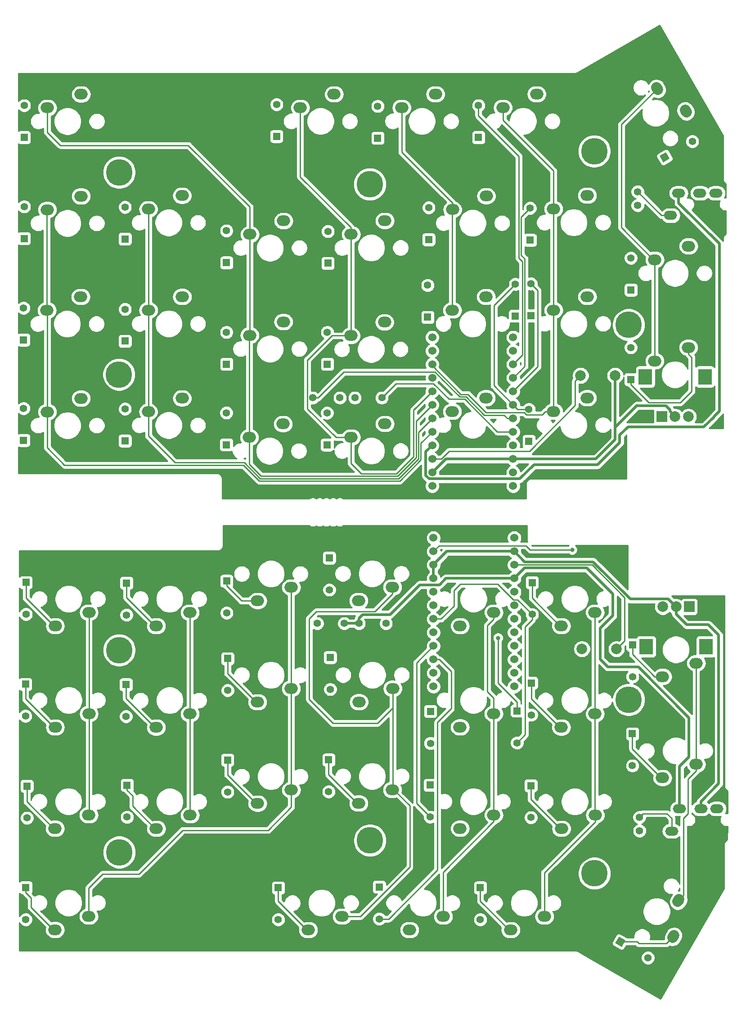
<source format=gtl>
G04 #@! TF.GenerationSoftware,KiCad,Pcbnew,(5.1.0-0)*
G04 #@! TF.CreationDate,2020-05-09T20:17:28+09:00*
G04 #@! TF.ProjectId,potto50,706f7474-6f35-4302-9e6b-696361645f70,rev?*
G04 #@! TF.SameCoordinates,Original*
G04 #@! TF.FileFunction,Copper,L1,Top*
G04 #@! TF.FilePolarity,Positive*
%FSLAX46Y46*%
G04 Gerber Fmt 4.6, Leading zero omitted, Abs format (unit mm)*
G04 Created by KiCad (PCBNEW (5.1.0-0)) date 2020-05-09 20:17:28*
%MOMM*%
%LPD*%
G04 APERTURE LIST*
%ADD10C,5.000000*%
%ADD11O,2.500000X2.000000*%
%ADD12R,1.397000X1.397000*%
%ADD13C,1.397000*%
%ADD14C,0.100000*%
%ADD15C,2.000000*%
%ADD16C,2.000000*%
%ADD17R,2.500000X3.000000*%
%ADD18R,2.000000X2.000000*%
%ADD19C,1.524000*%
%ADD20O,2.500000X1.700000*%
%ADD21C,0.800000*%
%ADD22C,0.250000*%
%ADD23C,0.500000*%
%ADD24C,0.254000*%
G04 APERTURE END LIST*
D10*
X39475000Y10725000D03*
X135350000Y-17950000D03*
X39450000Y-27275000D03*
X128891100Y14698500D03*
X86650000Y8500000D03*
X86675000Y-114875000D03*
X135375000Y-88425000D03*
X128916100Y-121073500D03*
X39500000Y-117100000D03*
X39475000Y-79100000D03*
D11*
X146602100Y-22201000D03*
X140252100Y-24741000D03*
X148069300Y-81540700D03*
X141719300Y-84080700D03*
X141719300Y-103111300D03*
X148069300Y-100571300D03*
D12*
X21945600Y-66367400D03*
D13*
X21945600Y-72367400D03*
D12*
X40855900Y-66481700D03*
D13*
X40855900Y-72481700D03*
D12*
X59702700Y-66100700D03*
D13*
X59702700Y-72100700D03*
X79019400Y-67757300D03*
D12*
X79019400Y-61757300D03*
D13*
X114350000Y-96525000D03*
D12*
X114350000Y-90525000D03*
X117182900Y-66392800D03*
D13*
X117182900Y-72392800D03*
X21844000Y-91506300D03*
D12*
X21844000Y-85506300D03*
X40767000Y-85569800D03*
D13*
X40767000Y-91569800D03*
X59880500Y-86680300D03*
D12*
X59880500Y-80680300D03*
X79184500Y-80464400D03*
D13*
X79184500Y-86464400D03*
X98044000Y-96611700D03*
D12*
X98044000Y-90611700D03*
X117030500Y-85277700D03*
D13*
X117030500Y-91277700D03*
X136067800Y-84102200D03*
D12*
X136067800Y-78102200D03*
X22123400Y-104657900D03*
D13*
X22123400Y-110657900D03*
X40970200Y-110492800D03*
D12*
X40970200Y-104492800D03*
X59865500Y-99760300D03*
D13*
X59865500Y-105760300D03*
X78902000Y-105722200D03*
D12*
X78902000Y-99722200D03*
X97993200Y-104480100D03*
D13*
X97993200Y-110480100D03*
X116954300Y-110569000D03*
D12*
X116954300Y-104569000D03*
X136055100Y-94828100D03*
D13*
X136055100Y-100828100D03*
X21902800Y-129736700D03*
D12*
X21902800Y-123736700D03*
X69414700Y-123774800D03*
D13*
X69414700Y-129774800D03*
X88417400Y-129631700D03*
D12*
X88417400Y-123631700D03*
X107439700Y-123762100D03*
D13*
X107439700Y-129762100D03*
X138983376Y-136932800D03*
X133787224Y-133932800D03*
D14*
G36*
X132833055Y-134188469D02*
G01*
X133531555Y-132978631D01*
X134741393Y-133677131D01*
X134042893Y-134886969D01*
X132833055Y-134188469D01*
X132833055Y-134188469D01*
G37*
D13*
X137388600Y-110515400D03*
X137401300Y-113055400D03*
X84594700Y-74079100D03*
X89674700Y-74079100D03*
X76746100Y-74079100D03*
X81826100Y-74079100D03*
D11*
X33782000Y-72009000D03*
X27432000Y-74549000D03*
X46443900Y-74556500D03*
X52793900Y-72016500D03*
X71860000Y-67292100D03*
X65510000Y-69832100D03*
X84533800Y-69796000D03*
X90883800Y-67256000D03*
X109972700Y-72003800D03*
X103622700Y-74543800D03*
X122673100Y-74543600D03*
X129023100Y-72003600D03*
X33782000Y-91059000D03*
X27432000Y-93599000D03*
X46446100Y-93622000D03*
X52796100Y-91082000D03*
X71848800Y-86317500D03*
X65498800Y-88857500D03*
X84584600Y-88844800D03*
X90934600Y-86304800D03*
X109960000Y-91041900D03*
X103610000Y-93581900D03*
X122673100Y-93619800D03*
X129023100Y-91079800D03*
D15*
X133056700Y-78879700D03*
X126556700Y-78879700D03*
D11*
X33756600Y-110096300D03*
X27406600Y-112636300D03*
X46469300Y-112661700D03*
X52819300Y-110121700D03*
X71860000Y-105391700D03*
X65510000Y-107931700D03*
X84546500Y-107893600D03*
X90896500Y-105353600D03*
X109972700Y-110090700D03*
X103622700Y-112630700D03*
X122683800Y-112668600D03*
X129033800Y-110128600D03*
X27409600Y-131681500D03*
X33759600Y-129141500D03*
X75046500Y-131706900D03*
X81396500Y-129166900D03*
X100461900Y-129166900D03*
X94111900Y-131706900D03*
X113136500Y-131706900D03*
X119486500Y-129166900D03*
D15*
X144731805Y-126189643D03*
D16*
X144856805Y-125973137D02*
X144606805Y-126406149D01*
D15*
X143756509Y-132958905D03*
D16*
X143881509Y-132742399D02*
X143631509Y-133175411D01*
D17*
X138673900Y-78442200D03*
X149873900Y-78442200D03*
D15*
X141773900Y-70942200D03*
X144273900Y-70942200D03*
D18*
X146773900Y-70942200D03*
D19*
X113824500Y-57988200D03*
X113824500Y-60528200D03*
X113824500Y-63068200D03*
X113824500Y-65608200D03*
X113824500Y-68148200D03*
X113824500Y-70688200D03*
X113824500Y-73228200D03*
X113824500Y-75768200D03*
X113824500Y-78308200D03*
X113824500Y-80848200D03*
X113824500Y-83388200D03*
X113824500Y-85928200D03*
X98604500Y-85928200D03*
X98604500Y-83388200D03*
X98604500Y-80848200D03*
X98604500Y-78308200D03*
X98604500Y-75768200D03*
X98604500Y-73228200D03*
X98604500Y-70688200D03*
X98604500Y-68148200D03*
X98604500Y-65608200D03*
X98604500Y-63068200D03*
X98604500Y-60528200D03*
X98604500Y-57988200D03*
D20*
X151944800Y-108923400D03*
X148944800Y-108923400D03*
X144944800Y-108923400D03*
X143444800Y-113123400D03*
D12*
X21500000Y-39650000D03*
D13*
X21500000Y-33650000D03*
X40575000Y-33750000D03*
D12*
X40575000Y-39750000D03*
X59650000Y-40475000D03*
D13*
X59650000Y-34475000D03*
X78600000Y-34500000D03*
D12*
X78600000Y-40500000D03*
X114025000Y-16275000D03*
D13*
X114025000Y-10275000D03*
X116575000Y-33825000D03*
D12*
X116575000Y-39825000D03*
X21500000Y-20775000D03*
D13*
X21500000Y-14775000D03*
X40575000Y-15000000D03*
D12*
X40575000Y-21000000D03*
X59675000Y-25325000D03*
D13*
X59675000Y-19325000D03*
X78650000Y-19325000D03*
D12*
X78650000Y-25325000D03*
X97525000Y-16500000D03*
D13*
X97525000Y-10500000D03*
X116975000Y-10200000D03*
D12*
X116975000Y-16200000D03*
X135750000Y-28200000D03*
D13*
X135750000Y-22200000D03*
X21600000Y4300000D03*
D12*
X21600000Y-1700000D03*
X40575000Y-1800000D03*
D13*
X40575000Y4200000D03*
X59675000Y-250000D03*
D12*
X59675000Y-6250000D03*
X78750000Y-6350000D03*
D13*
X78750000Y-350000D03*
X97725000Y4100000D03*
D12*
X97725000Y-1900000D03*
X116800000Y-2000000D03*
D13*
X116800000Y4000000D03*
X135775000Y-5375000D03*
D12*
X135775000Y-11375000D03*
X21600000Y17300000D03*
D13*
X21600000Y23300000D03*
X69100000Y23500000D03*
D12*
X69100000Y17500000D03*
X88125000Y17175000D03*
D13*
X88125000Y23175000D03*
X107100000Y23300000D03*
D12*
X107100000Y17300000D03*
D13*
X142126924Y13550000D03*
D14*
G36*
X141871255Y12595831D02*
G01*
X141172755Y13805669D01*
X142382593Y14504169D01*
X143081093Y13294331D01*
X141871255Y12595831D01*
X141871255Y12595831D01*
G37*
D13*
X147323076Y16550000D03*
D20*
X151750000Y6825000D03*
X148750000Y6825000D03*
X144750000Y6825000D03*
X143250000Y2625000D03*
D13*
X137050000Y7100000D03*
X137050000Y4525000D03*
X88899800Y-31650000D03*
X83819800Y-31650000D03*
X81015000Y-31650000D03*
X75935000Y-31650000D03*
D11*
X25940000Y-34310000D03*
X32290000Y-31770000D03*
X44965000Y-34285000D03*
X51315000Y-31745000D03*
X70320820Y-36572320D03*
X63970820Y-39112320D03*
X83122420Y-39089460D03*
X89472420Y-36549460D03*
X108509720Y-31692980D03*
X102159720Y-34232980D03*
X121202100Y-34227900D03*
X127552100Y-31687900D03*
X32240000Y-12670000D03*
X25890000Y-15210000D03*
X44979240Y-15185520D03*
X51329240Y-12645520D03*
X70384320Y-17367380D03*
X64034320Y-19907380D03*
X83065000Y-19985000D03*
X89415000Y-17445000D03*
X108522420Y-12655680D03*
X102172420Y-15195680D03*
X121214800Y-15177900D03*
X127564800Y-12637900D03*
D17*
X149700000Y-27700000D03*
X138500000Y-27700000D03*
D15*
X146600000Y-35200000D03*
X144100000Y-35200000D03*
D18*
X141600000Y-35200000D03*
D15*
X126300000Y-27475000D03*
X132800000Y-27475000D03*
D11*
X32297020Y6252080D03*
X25947020Y3712080D03*
X44965000Y3815000D03*
X51315000Y6355000D03*
X70415000Y1605000D03*
X64065000Y-935000D03*
X83115000Y-910000D03*
X89465000Y1630000D03*
X108547820Y6277480D03*
X102197820Y3737480D03*
X121202100Y3846700D03*
X127552100Y6386700D03*
X140264800Y-5678300D03*
X146614800Y-3138300D03*
X32315000Y25405000D03*
X25965000Y22865000D03*
X79915000Y25430000D03*
X73565000Y22890000D03*
X98977100Y25424000D03*
X92627100Y22884000D03*
X111677100Y22896700D03*
X118027100Y25436700D03*
D15*
X146094409Y22240295D03*
D16*
X145969409Y22456801D02*
X146219409Y22023789D01*
D15*
X140719705Y26469557D03*
D16*
X140594705Y26686063D02*
X140844705Y26253051D01*
D19*
X98386400Y-48228000D03*
X98386400Y-45688000D03*
X98386400Y-43148000D03*
X98386400Y-40608000D03*
X98386400Y-38068000D03*
X98386400Y-35528000D03*
X98386400Y-32988000D03*
X98386400Y-30448000D03*
X98386400Y-27908000D03*
X98386400Y-25368000D03*
X98386400Y-22828000D03*
X98386400Y-20288000D03*
X113606400Y-20288000D03*
X113606400Y-22828000D03*
X113606400Y-25368000D03*
X113606400Y-27908000D03*
X113606400Y-30448000D03*
X113606400Y-32988000D03*
X113606400Y-35528000D03*
X113606400Y-38068000D03*
X113606400Y-40608000D03*
X113606400Y-43148000D03*
X113606400Y-45688000D03*
X113606400Y-48228000D03*
D21*
X110775000Y-76800000D03*
X124714000Y-60223400D03*
D22*
X27182000Y-74549000D02*
X27432000Y-74549000D01*
X21945600Y-69312600D02*
X27182000Y-74549000D01*
X21945600Y-66367400D02*
X21945600Y-69312600D01*
X117182900Y-73380628D02*
X115875000Y-74688528D01*
X117182900Y-72392800D02*
X117182900Y-73380628D01*
X115875000Y-95000000D02*
X114350000Y-96525000D01*
X115875000Y-74688528D02*
X115875000Y-95000000D01*
X102475000Y-70825000D02*
X100071800Y-73228200D01*
X114391299Y-69601199D02*
X113687101Y-69601199D01*
X103675000Y-66650000D02*
X102475000Y-67850000D01*
X102475000Y-67850000D02*
X102475000Y-70825000D01*
X113687101Y-69601199D02*
X110735902Y-66650000D01*
X110735902Y-66650000D02*
X103675000Y-66650000D01*
X100071800Y-73228200D02*
X98604500Y-73228200D01*
X117182900Y-72392800D02*
X114391299Y-69601199D01*
X46193900Y-74556500D02*
X46443900Y-74556500D01*
X40855900Y-69218500D02*
X46193900Y-74556500D01*
X40855900Y-66481700D02*
X40855900Y-69218500D01*
X65260000Y-69832100D02*
X65510000Y-69832100D01*
X62485600Y-69832100D02*
X64010000Y-69832100D01*
X59702700Y-67049200D02*
X62485600Y-69832100D01*
X64010000Y-69832100D02*
X65510000Y-69832100D01*
X59702700Y-66100700D02*
X59702700Y-67049200D01*
X84283800Y-69796000D02*
X84533800Y-69796000D01*
X110775000Y-76800000D02*
X110775000Y-76800000D01*
X114350000Y-88850000D02*
X114350000Y-90525000D01*
X110775000Y-85275000D02*
X114350000Y-88850000D01*
X110775000Y-76800000D02*
X110775000Y-85275000D01*
X122423100Y-74543600D02*
X122673100Y-74543600D01*
X117182900Y-69303400D02*
X122423100Y-74543600D01*
X117182900Y-66392800D02*
X117182900Y-69303400D01*
X27182000Y-93599000D02*
X27432000Y-93599000D01*
X21844000Y-88261000D02*
X27182000Y-93599000D01*
X21844000Y-85506300D02*
X21844000Y-88261000D01*
X46196100Y-93622000D02*
X46446100Y-93622000D01*
X40767000Y-88192900D02*
X46196100Y-93622000D01*
X40767000Y-85569800D02*
X40767000Y-88192900D01*
X65248800Y-88857500D02*
X65498800Y-88857500D01*
X59880500Y-83489200D02*
X65248800Y-88857500D01*
X59880500Y-80680300D02*
X59880500Y-83489200D01*
X84334600Y-88844800D02*
X84584600Y-88844800D01*
X117030500Y-88227200D02*
X122423100Y-93619800D01*
X122423100Y-93619800D02*
X122673100Y-93619800D01*
X117030500Y-85277700D02*
X117030500Y-88227200D01*
X140219300Y-84080700D02*
X141719300Y-84080700D01*
X136067800Y-79929200D02*
X140219300Y-84080700D01*
X136067800Y-78102200D02*
X136067800Y-79929200D01*
X27156600Y-112636300D02*
X27406600Y-112636300D01*
X22123400Y-107603100D02*
X27156600Y-112636300D01*
X22123400Y-104657900D02*
X22123400Y-107603100D01*
X95440500Y-107927400D02*
X97993200Y-110480100D01*
X95440500Y-81472200D02*
X95440500Y-107927400D01*
X98604500Y-78308200D02*
X95440500Y-81472200D01*
X41993701Y-108436101D02*
X46219300Y-112661700D01*
X46219300Y-112661700D02*
X46469300Y-112661700D01*
X40970200Y-105441300D02*
X41993701Y-106464801D01*
X41993701Y-106464801D02*
X41993701Y-108436101D01*
X40970200Y-104492800D02*
X40970200Y-105441300D01*
X65260000Y-107931700D02*
X65510000Y-107931700D01*
X59865500Y-102537200D02*
X65260000Y-107931700D01*
X59865500Y-99760300D02*
X59865500Y-102537200D01*
X84296500Y-107893600D02*
X84546500Y-107893600D01*
X78902000Y-102499100D02*
X84296500Y-107893600D01*
X78902000Y-99722200D02*
X78902000Y-102499100D01*
X103372700Y-112630700D02*
X103622700Y-112630700D01*
X122433800Y-112668600D02*
X122683800Y-112668600D01*
X116954300Y-107189100D02*
X122433800Y-112668600D01*
X116954300Y-104569000D02*
X116954300Y-107189100D01*
X141469300Y-103111300D02*
X141719300Y-103111300D01*
X136055100Y-97697100D02*
X141469300Y-103111300D01*
X136055100Y-94828100D02*
X136055100Y-97697100D01*
X99387699Y-120450099D02*
X90206098Y-129631700D01*
X90206098Y-129631700D02*
X89405228Y-129631700D01*
X101937701Y-83103771D02*
X101937701Y-90088601D01*
X99387699Y-92638603D02*
X99387699Y-120450099D01*
X101937701Y-90088601D02*
X99387699Y-92638603D01*
X89405228Y-129631700D02*
X88417400Y-129631700D01*
X99682130Y-80848200D02*
X101937701Y-83103771D01*
X98604500Y-80848200D02*
X99682130Y-80848200D01*
X27159600Y-131681500D02*
X27409600Y-131681500D01*
X22926301Y-127448201D02*
X27159600Y-131681500D01*
X21902800Y-124685200D02*
X22926301Y-125708701D01*
X22926301Y-125708701D02*
X22926301Y-127448201D01*
X21902800Y-123736700D02*
X21902800Y-124685200D01*
X74796500Y-131706900D02*
X75046500Y-131706900D01*
X69414700Y-126325100D02*
X74796500Y-131706900D01*
X69414700Y-123774800D02*
X69414700Y-126325100D01*
X93861900Y-131706900D02*
X94111900Y-131706900D01*
X112886500Y-131706900D02*
X113136500Y-131706900D01*
X107439700Y-126260100D02*
X112886500Y-131706900D01*
X107439700Y-123762100D02*
X107439700Y-126260100D01*
X142810631Y-133904783D02*
X143756509Y-132958905D01*
X142458073Y-134257341D02*
X142810631Y-133904783D01*
X137265099Y-134257341D02*
X142458073Y-134257341D01*
X136940558Y-133932800D02*
X137265099Y-134257341D01*
X133787224Y-133932800D02*
X136940558Y-133932800D01*
D23*
X81826100Y-74079100D02*
X84594700Y-74079100D01*
X144944800Y-107573400D02*
X144944800Y-108923400D01*
X144944800Y-100955200D02*
X144944800Y-107573400D01*
X146709301Y-99190699D02*
X144944800Y-100955200D01*
X137175000Y-82250000D02*
X146709301Y-91784301D01*
X132359400Y-68529200D02*
X132359400Y-72590600D01*
X130000000Y-80825000D02*
X131425000Y-82250000D01*
X130000000Y-74950000D02*
X130000000Y-80825000D01*
X132359400Y-72590600D02*
X130000000Y-74950000D01*
X131425000Y-82250000D02*
X137175000Y-82250000D01*
X127473410Y-63643210D02*
X132359400Y-68529200D01*
X115789490Y-63643210D02*
X127473410Y-63643210D01*
X146709301Y-91784301D02*
X146709301Y-99190699D01*
X113824500Y-65608200D02*
X115789490Y-63643210D01*
X84594700Y-73091272D02*
X84594700Y-74079100D01*
X90433190Y-72418910D02*
X85267062Y-72418910D01*
X96031899Y-66820201D02*
X90433190Y-72418910D01*
X99746199Y-66820201D02*
X96031899Y-66820201D01*
X100958200Y-65608200D02*
X99746199Y-66820201D01*
X85267062Y-72418910D02*
X84594700Y-73091272D01*
X113824500Y-65608200D02*
X100958200Y-65608200D01*
X98604500Y-63068200D02*
X98604500Y-65608200D01*
X101144500Y-60528200D02*
X113824500Y-60528200D01*
X98604500Y-63068200D02*
X101144500Y-60528200D01*
X143273901Y-69942201D02*
X144273900Y-70942200D01*
X128685590Y-62493190D02*
X135684599Y-69492199D01*
X115789490Y-62493190D02*
X128685590Y-62493190D01*
X142823899Y-69492199D02*
X143273901Y-69942201D01*
X135684599Y-69492199D02*
X142823899Y-69492199D01*
X113824500Y-60528200D02*
X115789490Y-62493190D01*
X144273900Y-70942200D02*
X144273900Y-72356413D01*
X144273900Y-72356413D02*
X146237887Y-74320400D01*
X146237887Y-74320400D02*
X150342600Y-74320400D01*
X150342600Y-74320400D02*
X152298400Y-76276200D01*
X148944800Y-107573400D02*
X148944800Y-108923400D01*
X152298400Y-104219800D02*
X148944800Y-107573400D01*
X152298400Y-76276200D02*
X152298400Y-104219800D01*
D22*
X138087099Y-109816901D02*
X142544801Y-109816901D01*
X137388600Y-110515400D02*
X138087099Y-109816901D01*
X143444800Y-110716900D02*
X143444800Y-113123400D01*
X142544801Y-109816901D02*
X143444800Y-110716900D01*
X118249700Y-60223400D02*
X124714000Y-60223400D01*
X116827300Y-60223400D02*
X118249700Y-60223400D01*
X116045099Y-59441199D02*
X116827300Y-60223400D01*
X99691501Y-59441199D02*
X116045099Y-59441199D01*
X98604500Y-60528200D02*
X99691501Y-59441199D01*
X33782000Y-88716002D02*
X33782000Y-91059000D01*
X33782000Y-72009000D02*
X33782000Y-88716002D01*
X33782000Y-110070900D02*
X33756600Y-110096300D01*
X33782000Y-91059000D02*
X33782000Y-110070900D01*
X52793900Y-91079800D02*
X52796100Y-91082000D01*
X52793900Y-72016500D02*
X52793900Y-91079800D01*
X52796100Y-110098500D02*
X52819300Y-110121700D01*
X52796100Y-91082000D02*
X52796100Y-110098500D01*
X71860000Y-86306300D02*
X71848800Y-86317500D01*
X71860000Y-67292100D02*
X71860000Y-86306300D01*
X71848800Y-105380500D02*
X71860000Y-105391700D01*
X71848800Y-86317500D02*
X71848800Y-105380500D01*
X33759600Y-123815400D02*
X33759600Y-129141500D01*
X36375000Y-121200000D02*
X33759600Y-123815400D01*
X67500000Y-112950000D02*
X51451100Y-112950000D01*
X71860000Y-108590000D02*
X67500000Y-112950000D01*
X43201100Y-121200000D02*
X36375000Y-121200000D01*
X51451100Y-112950000D02*
X43201100Y-121200000D01*
X71860000Y-105391700D02*
X71860000Y-108590000D01*
X90934600Y-105315500D02*
X90896500Y-105353600D01*
X90934600Y-86304800D02*
X90934600Y-105315500D01*
X88074500Y-92849700D02*
X90934600Y-89989600D01*
X79705200Y-92849700D02*
X88074500Y-92849700D01*
X75247500Y-88392000D02*
X79705200Y-92849700D01*
X90934600Y-89989600D02*
X90934600Y-86304800D01*
X75247500Y-73164700D02*
X75247500Y-88392000D01*
X90883800Y-68506000D02*
X87545900Y-71843900D01*
X90883800Y-67256000D02*
X90883800Y-68506000D01*
X76568300Y-71843900D02*
X75247500Y-73164700D01*
X87545900Y-71843900D02*
X76568300Y-71843900D01*
X82896500Y-129166900D02*
X81396500Y-129166900D01*
X94150000Y-119881102D02*
X84864202Y-129166900D01*
X94150000Y-108357100D02*
X94150000Y-119881102D01*
X84864202Y-129166900D02*
X82896500Y-129166900D01*
X91146500Y-105353600D02*
X94150000Y-108357100D01*
X90896500Y-105353600D02*
X91146500Y-105353600D01*
X109960000Y-110078000D02*
X109972700Y-110090700D01*
X109960000Y-91041900D02*
X109960000Y-110078000D01*
X100461900Y-127916900D02*
X100461900Y-129166900D01*
X100461900Y-120851500D02*
X100461900Y-127916900D01*
X109972700Y-111340700D02*
X100461900Y-120851500D01*
X109972700Y-110090700D02*
X109972700Y-111340700D01*
X109972700Y-73253800D02*
X108750000Y-74476500D01*
X109972700Y-72003800D02*
X109972700Y-73253800D01*
X108750000Y-74476500D02*
X108750000Y-86875000D01*
X109960000Y-88085000D02*
X109960000Y-91041900D01*
X108750000Y-86875000D02*
X109960000Y-88085000D01*
X119486500Y-127916900D02*
X119486500Y-129166900D01*
X119486500Y-120925900D02*
X119486500Y-127916900D01*
X129033800Y-111378600D02*
X119486500Y-120925900D01*
X129033800Y-110128600D02*
X129033800Y-111378600D01*
X129023100Y-110117900D02*
X129033800Y-110128600D01*
X129023100Y-91079800D02*
X129023100Y-110117900D01*
X129023100Y-72003600D02*
X129023100Y-91079800D01*
X129023100Y-72003600D02*
X128773100Y-72003600D01*
X148069300Y-81540700D02*
X148069300Y-100571300D01*
X145677683Y-110721515D02*
X145677683Y-125243765D01*
X146519810Y-103370790D02*
X146519810Y-109879388D01*
X148069300Y-101821300D02*
X146519810Y-103370790D01*
X145677683Y-125243765D02*
X144731805Y-126189643D01*
X146519810Y-109879388D02*
X145677683Y-110721515D01*
X148069300Y-100571300D02*
X148069300Y-101821300D01*
X134556500Y-77379900D02*
X133056700Y-78879700D01*
X134556500Y-69177286D02*
X134556500Y-77379900D01*
X128447414Y-63068200D02*
X134556500Y-69177286D01*
X113824500Y-63068200D02*
X128447414Y-63068200D01*
X114443400Y-33825000D02*
X113606400Y-32988000D01*
X116575000Y-33825000D02*
X114443400Y-33825000D01*
X114025000Y-10275000D02*
X110000000Y-14300000D01*
X110000000Y-29381600D02*
X113606400Y-32988000D01*
X110000000Y-14300000D02*
X110000000Y-29381600D01*
X114368399Y-29686001D02*
X113606400Y-30448000D01*
X118249799Y-25804601D02*
X114368399Y-29686001D01*
X118249799Y-11474799D02*
X118249799Y-12425201D01*
X116975000Y-10200000D02*
X118249799Y-11474799D01*
X118249799Y-12425201D02*
X118249799Y-25804601D01*
X118249799Y-11624799D02*
X118249799Y-12425201D01*
X147212500Y-24061400D02*
X146602100Y-23451000D01*
X146602100Y-23451000D02*
X146602100Y-22201000D01*
X135750000Y-29148500D02*
X139151500Y-32550000D01*
X147212500Y-30437500D02*
X147212500Y-24061400D01*
X145100000Y-32550000D02*
X147212500Y-30437500D01*
X139151500Y-32550000D02*
X145100000Y-32550000D01*
X135750000Y-28200000D02*
X135750000Y-29148500D01*
X114907200Y-26607200D02*
X113606400Y-27908000D01*
X115801499Y-5501499D02*
X115801499Y-25712901D01*
X115801499Y-25712901D02*
X114907200Y-26607200D01*
X116800000Y4000000D02*
X115143411Y2343411D01*
X115143411Y-4843411D02*
X115801499Y-5501499D01*
X115143411Y2343411D02*
X115143411Y-4843411D01*
X115351489Y-23622911D02*
X114368399Y-24606001D01*
X115351489Y-6039687D02*
X115351489Y-23622911D01*
X114693401Y-5381599D02*
X115351489Y-6039687D01*
X114693401Y13763397D02*
X114693401Y-5381599D01*
X107100000Y21356798D02*
X114693401Y13763397D01*
X114368399Y-24606001D02*
X113606400Y-25368000D01*
X107100000Y23300000D02*
X107100000Y21356798D01*
X151750000Y6825000D02*
X151350000Y6825000D01*
D23*
X100926400Y-43148000D02*
X98386400Y-45688000D01*
X113606400Y-43148000D02*
X100926400Y-43148000D01*
X132800000Y-38700000D02*
X132800000Y-38400000D01*
X132800000Y-38700000D02*
X132800000Y-38425000D01*
X132800000Y-38425000D02*
X132800000Y-27475000D01*
X132800000Y-38425000D02*
X132800000Y-37250000D01*
X136975010Y-33125010D02*
X136950000Y-33100000D01*
X142335012Y-33125010D02*
X136975010Y-33125010D01*
X143100001Y-33889999D02*
X142335012Y-33125010D01*
X143100001Y-34200001D02*
X143100001Y-33889999D01*
X144100000Y-35200000D02*
X143100001Y-34200001D01*
X132800000Y-37250000D02*
X136950000Y-33100000D01*
X132800000Y-39525000D02*
X132800000Y-38700000D01*
X129177000Y-43148000D02*
X132800000Y-39525000D01*
X113606400Y-43148000D02*
X129177000Y-43148000D01*
X144750000Y5475000D02*
X144750000Y6825000D01*
X152425000Y-34200000D02*
X152425000Y-2704002D01*
X149515127Y-37134873D02*
X151400001Y-35249999D01*
X135215127Y-37134873D02*
X149515127Y-37134873D01*
X151400001Y-35224999D02*
X152425000Y-34200000D01*
X97804639Y-46900001D02*
X114874999Y-46900001D01*
X133675000Y-38675000D02*
X135215127Y-37134873D01*
X129500000Y-44250000D02*
X133675000Y-40075000D01*
X114874999Y-46900001D02*
X117525000Y-44250000D01*
X98386400Y-40608000D02*
X97174399Y-41820001D01*
X133675000Y-40075000D02*
X133675000Y-38675000D01*
X144750000Y4970998D02*
X144750000Y5475000D01*
X117525000Y-44250000D02*
X129500000Y-44250000D01*
X152425000Y-2704002D02*
X144750000Y4970998D01*
X151400001Y-35249999D02*
X151400001Y-35224999D01*
X97174399Y-46269761D02*
X97804639Y-46900001D01*
X97174399Y-41820001D02*
X97174399Y-46269761D01*
D22*
X141525000Y2625000D02*
X137050000Y7100000D01*
X143250000Y2625000D02*
X141525000Y2625000D01*
X98620001Y-28995001D02*
X91554799Y-28995001D01*
X101544891Y-31919891D02*
X98620001Y-28995001D01*
X104505109Y-31919891D02*
X101544891Y-31919891D01*
X91554799Y-28995001D02*
X88899800Y-31650000D01*
X110653218Y-38068000D02*
X104505109Y-31919891D01*
X113606400Y-38068000D02*
X110653218Y-38068000D01*
X108191009Y-34891009D02*
X111891779Y-34891009D01*
X81751829Y-26820999D02*
X98908161Y-26820999D01*
X76922828Y-31650000D02*
X81751829Y-26820999D01*
X112528770Y-35528000D02*
X113606400Y-35528000D01*
X111891779Y-34891009D02*
X112528770Y-35528000D01*
X104769881Y-31469881D02*
X108191009Y-34891009D01*
X100318919Y-28218919D02*
X103569881Y-31469881D01*
X100306081Y-28218919D02*
X100318919Y-28218919D01*
X98908161Y-26820999D02*
X100306081Y-28218919D01*
X103569881Y-31469881D02*
X104769881Y-31469881D01*
X75935000Y-31650000D02*
X76922828Y-31650000D01*
X25940000Y-15260000D02*
X25890000Y-15210000D01*
X25940000Y-34310000D02*
X25940000Y-15260000D01*
X25890000Y3655060D02*
X25947020Y3712080D01*
X25890000Y-15210000D02*
X25890000Y3655060D01*
X29200000Y-44300000D02*
X25940000Y-41040000D01*
X25940000Y-41040000D02*
X25940000Y-34310000D01*
X62825000Y-44300000D02*
X29200000Y-44300000D01*
X92286400Y-47275010D02*
X65800010Y-47275010D01*
X96250000Y-43311410D02*
X92286400Y-47275010D01*
X96250000Y-40204400D02*
X96250000Y-43311410D01*
X65800010Y-47275010D02*
X62825000Y-44300000D01*
X98386400Y-38068000D02*
X96250000Y-40204400D01*
X44965000Y-15199760D02*
X44979240Y-15185520D01*
X44965000Y-34285000D02*
X44965000Y-15199760D01*
X44979240Y3800760D02*
X44965000Y3815000D01*
X44979240Y-15185520D02*
X44979240Y3800760D01*
X63011400Y-43849990D02*
X49974990Y-43849990D01*
X44965000Y-38840000D02*
X44965000Y-34285000D01*
X49974990Y-43849990D02*
X44965000Y-38840000D01*
X65986410Y-46825000D02*
X63011400Y-43849990D01*
X92100000Y-46825000D02*
X65986410Y-46825000D01*
X95799990Y-43125010D02*
X92100000Y-46825000D01*
X95799990Y-38114410D02*
X95799990Y-43125010D01*
X98386400Y-35528000D02*
X95799990Y-38114410D01*
X63970820Y-19970880D02*
X64034320Y-19907380D01*
X63970820Y-39112320D02*
X63970820Y-19970880D01*
X64034320Y-965680D02*
X64065000Y-935000D01*
X64034320Y-19907380D02*
X64034320Y-965680D01*
X63970820Y-39112320D02*
X63970820Y-41283322D01*
X95349980Y-36024420D02*
X98386400Y-32988000D01*
X95349980Y-42900020D02*
X95349980Y-36024420D01*
X66172810Y-46374990D02*
X91875010Y-46374990D01*
X91875010Y-46374990D02*
X95349980Y-42900020D01*
X63970820Y-44173000D02*
X66172810Y-46374990D01*
X63970820Y-39112320D02*
X63970820Y-44173000D01*
X64065000Y-935000D02*
X64065000Y4235000D01*
X64065000Y4235000D02*
X52475000Y15825000D01*
X52475000Y15825000D02*
X28400000Y15825000D01*
X25965000Y18260000D02*
X25965000Y22865000D01*
X28400000Y15825000D02*
X25965000Y18260000D01*
X83065000Y-960000D02*
X83115000Y-910000D01*
X83065000Y-19985000D02*
X83065000Y-960000D01*
X73565000Y21640000D02*
X73565000Y22890000D01*
X73565000Y9890000D02*
X73565000Y21640000D01*
X83115000Y340000D02*
X73565000Y9890000D01*
X83115000Y-910000D02*
X83115000Y340000D01*
X95034400Y-33800000D02*
X95179700Y-33654700D01*
X95179700Y-33654700D02*
X98386400Y-30448000D01*
X83122420Y-42527580D02*
X83122420Y-39089460D01*
X85069820Y-45924980D02*
X83122420Y-43977580D01*
X83122420Y-43977580D02*
X83122420Y-42527580D01*
X91688610Y-45924980D02*
X85069820Y-45924980D01*
X94899970Y-42713620D02*
X91688610Y-45924980D01*
X94899970Y-33934430D02*
X94899970Y-42713620D01*
X98386400Y-30448000D02*
X94899970Y-33934430D01*
X83122420Y-39089460D02*
X80289460Y-39089460D01*
X74911499Y-33711499D02*
X74911499Y-24488501D01*
X80289460Y-39089460D02*
X74911499Y-33711499D01*
X79504782Y-19985000D02*
X81565000Y-19985000D01*
X75001281Y-24488501D02*
X79504782Y-19985000D01*
X81565000Y-19985000D02*
X83065000Y-19985000D01*
X74911499Y-24488501D02*
X75001281Y-24488501D01*
X92627100Y21634000D02*
X92627100Y22884000D01*
X92627100Y14558200D02*
X92627100Y21634000D01*
X102197820Y4987480D02*
X92627100Y14558200D01*
X102197820Y3737480D02*
X102197820Y4987480D01*
X102172420Y3712080D02*
X102197820Y3737480D01*
X102172420Y-15195680D02*
X102172420Y3712080D01*
X102159720Y-34232980D02*
X101909720Y-34232980D01*
X121202100Y-15190600D02*
X121214800Y-15177900D01*
X121202100Y-34227900D02*
X121202100Y-15190600D01*
X121214800Y3834000D02*
X121202100Y3846700D01*
X121214800Y-15177900D02*
X121214800Y3834000D01*
X111677100Y20553702D02*
X111677100Y22896700D01*
X121202100Y11028702D02*
X111677100Y20553702D01*
X121202100Y3846700D02*
X121202100Y11028702D01*
X119702100Y-34227900D02*
X121202100Y-34227900D01*
X119081499Y-34848501D02*
X119702100Y-34227900D01*
X116083719Y-34848501D02*
X119081499Y-34848501D01*
X108540999Y-34440999D02*
X115676217Y-34440999D01*
X105119871Y-31019871D02*
X108540999Y-34440999D01*
X115676217Y-34440999D02*
X116083719Y-34848501D01*
X103756281Y-31019871D02*
X105119871Y-31019871D01*
X98386400Y-25649990D02*
X103756281Y-31019871D01*
X98386400Y-25368000D02*
X98386400Y-25649990D01*
X140252100Y-5691000D02*
X140264800Y-5678300D01*
X140252100Y-24741000D02*
X140252100Y-5691000D01*
X134000000Y336500D02*
X134000000Y19749852D01*
X134000000Y19749852D02*
X140719705Y26469557D01*
X140014800Y-5678300D02*
X134000000Y336500D01*
X140264800Y-5678300D02*
X140014800Y-5678300D01*
X125300001Y-28474999D02*
X126300000Y-27475000D01*
X125300001Y-33082001D02*
X125300001Y-28474999D01*
X101566213Y-41695001D02*
X116687001Y-41695001D01*
X100113214Y-43148000D02*
X101566213Y-41695001D01*
X116687001Y-41695001D02*
X125300001Y-33082001D01*
X98386400Y-43148000D02*
X100113214Y-43148000D01*
D24*
G36*
X81795617Y-55679550D02*
G01*
X81925000Y-55692293D01*
X81957419Y-55689100D01*
X116218100Y-55689100D01*
X116218101Y-58452419D01*
X116220839Y-58480224D01*
X116220825Y-58482298D01*
X116221724Y-58491469D01*
X116225270Y-58525213D01*
X116227651Y-58549383D01*
X116227895Y-58550189D01*
X116228978Y-58560489D01*
X116241006Y-58619084D01*
X116252214Y-58677843D01*
X116254878Y-58686665D01*
X116263067Y-58713121D01*
X116194085Y-58692196D01*
X116082432Y-58681199D01*
X116082421Y-58681199D01*
X116045099Y-58677523D01*
X116007777Y-58681199D01*
X115041610Y-58681199D01*
X115062505Y-58649927D01*
X115167814Y-58395690D01*
X115221500Y-58125792D01*
X115221500Y-57850608D01*
X115167814Y-57580710D01*
X115062505Y-57326473D01*
X114909620Y-57097665D01*
X114715035Y-56903080D01*
X114486227Y-56750195D01*
X114231990Y-56644886D01*
X113962092Y-56591200D01*
X113686908Y-56591200D01*
X113417010Y-56644886D01*
X113162773Y-56750195D01*
X112933965Y-56903080D01*
X112739380Y-57097665D01*
X112586495Y-57326473D01*
X112481186Y-57580710D01*
X112427500Y-57850608D01*
X112427500Y-58125792D01*
X112481186Y-58395690D01*
X112586495Y-58649927D01*
X112607390Y-58681199D01*
X99821610Y-58681199D01*
X99842505Y-58649927D01*
X99947814Y-58395690D01*
X100001500Y-58125792D01*
X100001500Y-57850608D01*
X99947814Y-57580710D01*
X99842505Y-57326473D01*
X99689620Y-57097665D01*
X99495035Y-56903080D01*
X99266227Y-56750195D01*
X99011990Y-56644886D01*
X98742092Y-56591200D01*
X98466908Y-56591200D01*
X98197010Y-56644886D01*
X97942773Y-56750195D01*
X97713965Y-56903080D01*
X97519380Y-57097665D01*
X97366495Y-57326473D01*
X97261186Y-57580710D01*
X97207500Y-57850608D01*
X97207500Y-58125792D01*
X97261186Y-58395690D01*
X97366495Y-58649927D01*
X97519380Y-58878735D01*
X97713965Y-59073320D01*
X97942773Y-59226205D01*
X98020015Y-59258200D01*
X97942773Y-59290195D01*
X97713965Y-59443080D01*
X97519380Y-59637665D01*
X97366495Y-59866473D01*
X97261186Y-60120710D01*
X97207500Y-60390608D01*
X97207500Y-60665792D01*
X97261186Y-60935690D01*
X97366495Y-61189927D01*
X97519380Y-61418735D01*
X97713965Y-61613320D01*
X97942773Y-61766205D01*
X98020015Y-61798200D01*
X97942773Y-61830195D01*
X97713965Y-61983080D01*
X97519380Y-62177665D01*
X97366495Y-62406473D01*
X97261186Y-62660710D01*
X97207500Y-62930608D01*
X97207500Y-63205792D01*
X97261186Y-63475690D01*
X97366495Y-63729927D01*
X97519380Y-63958735D01*
X97713965Y-64153320D01*
X97719500Y-64157019D01*
X97719501Y-64519381D01*
X97713965Y-64523080D01*
X97519380Y-64717665D01*
X97366495Y-64946473D01*
X97261186Y-65200710D01*
X97207500Y-65470608D01*
X97207500Y-65745792D01*
X97245176Y-65935201D01*
X96075364Y-65935201D01*
X96031898Y-65930920D01*
X95988432Y-65935201D01*
X95988422Y-65935201D01*
X95858409Y-65948006D01*
X95691586Y-65998612D01*
X95537840Y-66080790D01*
X95537838Y-66080791D01*
X95537839Y-66080791D01*
X95436852Y-66163669D01*
X95436850Y-66163671D01*
X95403082Y-66191384D01*
X95375369Y-66225152D01*
X90066612Y-71533910D01*
X88930692Y-71533910D01*
X91394808Y-69069795D01*
X91423801Y-69046001D01*
X91447595Y-69017008D01*
X91447599Y-69017004D01*
X91518773Y-68930277D01*
X91518774Y-68930276D01*
X91571397Y-68831827D01*
X91762515Y-68773852D01*
X92046552Y-68622031D01*
X92295514Y-68417714D01*
X92499831Y-68168752D01*
X92651652Y-67884715D01*
X92745143Y-67576516D01*
X92776711Y-67256000D01*
X92745143Y-66935484D01*
X92651652Y-66627285D01*
X92499831Y-66343248D01*
X92465159Y-66301000D01*
X92729909Y-66301000D01*
X93036127Y-66240089D01*
X93324579Y-66120609D01*
X93584179Y-65947150D01*
X93804950Y-65726379D01*
X93978409Y-65466779D01*
X94097889Y-65178327D01*
X94158800Y-64872109D01*
X94158800Y-64559891D01*
X94097889Y-64253673D01*
X93978409Y-63965221D01*
X93804950Y-63705621D01*
X93584179Y-63484850D01*
X93324579Y-63311391D01*
X93036127Y-63191911D01*
X92729909Y-63131000D01*
X92417691Y-63131000D01*
X92111473Y-63191911D01*
X91823021Y-63311391D01*
X91563421Y-63484850D01*
X91342650Y-63705621D01*
X91169191Y-63965221D01*
X91049711Y-64253673D01*
X90988800Y-64559891D01*
X90988800Y-64872109D01*
X91049711Y-65178327D01*
X91169191Y-65466779D01*
X91276332Y-65627127D01*
X91214122Y-65621000D01*
X90553478Y-65621000D01*
X90313284Y-65644657D01*
X90005085Y-65738148D01*
X89721048Y-65889969D01*
X89472086Y-66094286D01*
X89267769Y-66343248D01*
X89115948Y-66627285D01*
X89022457Y-66935484D01*
X88990889Y-67256000D01*
X89022457Y-67576516D01*
X89115948Y-67884715D01*
X89267769Y-68168752D01*
X89472086Y-68417714D01*
X89705624Y-68609373D01*
X87231099Y-71083900D01*
X85791755Y-71083900D01*
X85945514Y-70957714D01*
X86149831Y-70708752D01*
X86301652Y-70424715D01*
X86395143Y-70116516D01*
X86426711Y-69796000D01*
X86395143Y-69475484D01*
X86301652Y-69167285D01*
X86149831Y-68883248D01*
X85945514Y-68634286D01*
X85696552Y-68429969D01*
X85412515Y-68278148D01*
X85104316Y-68184657D01*
X84864122Y-68161000D01*
X84203478Y-68161000D01*
X83963284Y-68184657D01*
X83655085Y-68278148D01*
X83371048Y-68429969D01*
X83122086Y-68634286D01*
X82917769Y-68883248D01*
X82765948Y-69167285D01*
X82672457Y-69475484D01*
X82640889Y-69796000D01*
X82672457Y-70116516D01*
X82765948Y-70424715D01*
X82917769Y-70708752D01*
X83122086Y-70957714D01*
X83275845Y-71083900D01*
X76605622Y-71083900D01*
X76568299Y-71080224D01*
X76530976Y-71083900D01*
X76530967Y-71083900D01*
X76419314Y-71094897D01*
X76276053Y-71138354D01*
X76144024Y-71208926D01*
X76028299Y-71303899D01*
X76004501Y-71332897D01*
X74736503Y-72600896D01*
X74707499Y-72624699D01*
X74666151Y-72675082D01*
X74612526Y-72740424D01*
X74569612Y-72820710D01*
X74541954Y-72872454D01*
X74498497Y-73015715D01*
X74487500Y-73127368D01*
X74487500Y-73127378D01*
X74483824Y-73164700D01*
X74487500Y-73202022D01*
X74487501Y-82505138D01*
X74289579Y-82372891D01*
X74001127Y-82253411D01*
X73694909Y-82192500D01*
X73382691Y-82192500D01*
X73076473Y-82253411D01*
X72788021Y-82372891D01*
X72620000Y-82485159D01*
X72620000Y-68845964D01*
X72738715Y-68809952D01*
X73022752Y-68658131D01*
X73271714Y-68453814D01*
X73476031Y-68204852D01*
X73627852Y-67920815D01*
X73717294Y-67625962D01*
X77685900Y-67625962D01*
X77685900Y-67888638D01*
X77737146Y-68146268D01*
X77837668Y-68388949D01*
X77983603Y-68607357D01*
X78169343Y-68793097D01*
X78387751Y-68939032D01*
X78630432Y-69039554D01*
X78888062Y-69090800D01*
X79150738Y-69090800D01*
X79408368Y-69039554D01*
X79651049Y-68939032D01*
X79869457Y-68793097D01*
X80055197Y-68607357D01*
X80201132Y-68388949D01*
X80301654Y-68146268D01*
X80352900Y-67888638D01*
X80352900Y-67625962D01*
X80301654Y-67368332D01*
X80201132Y-67125651D01*
X80055197Y-66907243D01*
X79869457Y-66721503D01*
X79651049Y-66575568D01*
X79408368Y-66475046D01*
X79150738Y-66423800D01*
X78888062Y-66423800D01*
X78630432Y-66475046D01*
X78387751Y-66575568D01*
X78169343Y-66721503D01*
X77983603Y-66907243D01*
X77837668Y-67125651D01*
X77737146Y-67368332D01*
X77685900Y-67625962D01*
X73717294Y-67625962D01*
X73721343Y-67612616D01*
X73752911Y-67292100D01*
X73721343Y-66971584D01*
X73627852Y-66663385D01*
X73476031Y-66379348D01*
X73441359Y-66337100D01*
X73706109Y-66337100D01*
X74012327Y-66276189D01*
X74300779Y-66156709D01*
X74560379Y-65983250D01*
X74781150Y-65762479D01*
X74954609Y-65502879D01*
X75074089Y-65214427D01*
X75135000Y-64908209D01*
X75135000Y-64595991D01*
X75127820Y-64559891D01*
X79988800Y-64559891D01*
X79988800Y-64872109D01*
X80049711Y-65178327D01*
X80169191Y-65466779D01*
X80342650Y-65726379D01*
X80563421Y-65947150D01*
X80823021Y-66120609D01*
X81111473Y-66240089D01*
X81417691Y-66301000D01*
X81729909Y-66301000D01*
X82036127Y-66240089D01*
X82324579Y-66120609D01*
X82584179Y-65947150D01*
X82804950Y-65726379D01*
X82978409Y-65466779D01*
X83097889Y-65178327D01*
X83158800Y-64872109D01*
X83158800Y-64559891D01*
X83138230Y-64456475D01*
X84438800Y-64456475D01*
X84438800Y-64975525D01*
X84540061Y-65484601D01*
X84738693Y-65964141D01*
X85027062Y-66395715D01*
X85394085Y-66762738D01*
X85825659Y-67051107D01*
X86305199Y-67249739D01*
X86814275Y-67351000D01*
X87333325Y-67351000D01*
X87842401Y-67249739D01*
X88321941Y-67051107D01*
X88753515Y-66762738D01*
X89120538Y-66395715D01*
X89408907Y-65964141D01*
X89607539Y-65484601D01*
X89708800Y-64975525D01*
X89708800Y-64456475D01*
X89607539Y-63947399D01*
X89408907Y-63467859D01*
X89120538Y-63036285D01*
X88753515Y-62669262D01*
X88321941Y-62380893D01*
X87842401Y-62182261D01*
X87333325Y-62081000D01*
X86814275Y-62081000D01*
X86305199Y-62182261D01*
X85825659Y-62380893D01*
X85394085Y-62669262D01*
X85027062Y-63036285D01*
X84738693Y-63467859D01*
X84540061Y-63947399D01*
X84438800Y-64456475D01*
X83138230Y-64456475D01*
X83097889Y-64253673D01*
X82978409Y-63965221D01*
X82804950Y-63705621D01*
X82584179Y-63484850D01*
X82324579Y-63311391D01*
X82036127Y-63191911D01*
X81729909Y-63131000D01*
X81417691Y-63131000D01*
X81111473Y-63191911D01*
X80823021Y-63311391D01*
X80563421Y-63484850D01*
X80342650Y-63705621D01*
X80169191Y-63965221D01*
X80049711Y-64253673D01*
X79988800Y-64559891D01*
X75127820Y-64559891D01*
X75074089Y-64289773D01*
X74954609Y-64001321D01*
X74781150Y-63741721D01*
X74560379Y-63520950D01*
X74300779Y-63347491D01*
X74012327Y-63228011D01*
X73706109Y-63167100D01*
X73393891Y-63167100D01*
X73087673Y-63228011D01*
X72799221Y-63347491D01*
X72539621Y-63520950D01*
X72318850Y-63741721D01*
X72145391Y-64001321D01*
X72025911Y-64289773D01*
X71965000Y-64595991D01*
X71965000Y-64908209D01*
X72025911Y-65214427D01*
X72145391Y-65502879D01*
X72252532Y-65663227D01*
X72190322Y-65657100D01*
X71529678Y-65657100D01*
X71289484Y-65680757D01*
X70981285Y-65774248D01*
X70697248Y-65926069D01*
X70448286Y-66130386D01*
X70243969Y-66379348D01*
X70092148Y-66663385D01*
X69998657Y-66971584D01*
X69967089Y-67292100D01*
X69998657Y-67612616D01*
X70092148Y-67920815D01*
X70243969Y-68204852D01*
X70448286Y-68453814D01*
X70697248Y-68658131D01*
X70981285Y-68809952D01*
X71100000Y-68845964D01*
X71100001Y-84760238D01*
X70970085Y-84799648D01*
X70686048Y-84951469D01*
X70437086Y-85155786D01*
X70232769Y-85404748D01*
X70080948Y-85688785D01*
X69987457Y-85996984D01*
X69955889Y-86317500D01*
X69987457Y-86638016D01*
X70080948Y-86946215D01*
X70232769Y-87230252D01*
X70437086Y-87479214D01*
X70686048Y-87683531D01*
X70970085Y-87835352D01*
X71088800Y-87871364D01*
X71088801Y-103841233D01*
X70981285Y-103873848D01*
X70697248Y-104025669D01*
X70448286Y-104229986D01*
X70243969Y-104478948D01*
X70092148Y-104762985D01*
X69998657Y-105071184D01*
X69967089Y-105391700D01*
X69998657Y-105712216D01*
X70092148Y-106020415D01*
X70243969Y-106304452D01*
X70448286Y-106553414D01*
X70697248Y-106757731D01*
X70981285Y-106909552D01*
X71100000Y-106945564D01*
X71100001Y-108275197D01*
X67185199Y-112190000D01*
X51488423Y-112190000D01*
X51451100Y-112186324D01*
X51413777Y-112190000D01*
X51413767Y-112190000D01*
X51302114Y-112200997D01*
X51159285Y-112244323D01*
X51158853Y-112244454D01*
X51026823Y-112315026D01*
X50960504Y-112369453D01*
X50911099Y-112409999D01*
X50887301Y-112438997D01*
X42886299Y-120440000D01*
X36412322Y-120440000D01*
X36374999Y-120436324D01*
X36337676Y-120440000D01*
X36337667Y-120440000D01*
X36226014Y-120450997D01*
X36105902Y-120487432D01*
X36082753Y-120494454D01*
X35950723Y-120565026D01*
X35871425Y-120630105D01*
X35834999Y-120659999D01*
X35811201Y-120688997D01*
X33248603Y-123251596D01*
X33219599Y-123275399D01*
X33189214Y-123312424D01*
X33124626Y-123391124D01*
X33085655Y-123464033D01*
X33054054Y-123523154D01*
X33010597Y-123666415D01*
X32999600Y-123778068D01*
X32999600Y-123778078D01*
X32995924Y-123815400D01*
X32999600Y-123852723D01*
X32999601Y-127587636D01*
X32880885Y-127623648D01*
X32596848Y-127775469D01*
X32347886Y-127979786D01*
X32143569Y-128228748D01*
X31991748Y-128512785D01*
X31898257Y-128820984D01*
X31866689Y-129141500D01*
X31898257Y-129462016D01*
X31991748Y-129770215D01*
X32143569Y-130054252D01*
X32347886Y-130303214D01*
X32596848Y-130507531D01*
X32880885Y-130659352D01*
X33189084Y-130752843D01*
X33429278Y-130776500D01*
X34089922Y-130776500D01*
X34330116Y-130752843D01*
X34638315Y-130659352D01*
X34922352Y-130507531D01*
X35171314Y-130303214D01*
X35375631Y-130054252D01*
X35527452Y-129770215D01*
X35565902Y-129643462D01*
X68081200Y-129643462D01*
X68081200Y-129906138D01*
X68132446Y-130163768D01*
X68232968Y-130406449D01*
X68378903Y-130624857D01*
X68564643Y-130810597D01*
X68783051Y-130956532D01*
X69025732Y-131057054D01*
X69283362Y-131108300D01*
X69546038Y-131108300D01*
X69803668Y-131057054D01*
X70046349Y-130956532D01*
X70264757Y-130810597D01*
X70450497Y-130624857D01*
X70596432Y-130406449D01*
X70696954Y-130163768D01*
X70748200Y-129906138D01*
X70748200Y-129643462D01*
X70696954Y-129385832D01*
X70596432Y-129143151D01*
X70450497Y-128924743D01*
X70264757Y-128739003D01*
X70046349Y-128593068D01*
X69803668Y-128492546D01*
X69546038Y-128441300D01*
X69283362Y-128441300D01*
X69025732Y-128492546D01*
X68783051Y-128593068D01*
X68564643Y-128739003D01*
X68378903Y-128924743D01*
X68232968Y-129143151D01*
X68132446Y-129385832D01*
X68081200Y-129643462D01*
X35565902Y-129643462D01*
X35620943Y-129462016D01*
X35652511Y-129141500D01*
X35620943Y-128820984D01*
X35527452Y-128512785D01*
X35375631Y-128228748D01*
X35340959Y-128186500D01*
X35605709Y-128186500D01*
X35911927Y-128125589D01*
X36200379Y-128006109D01*
X36459979Y-127832650D01*
X36680750Y-127611879D01*
X36854209Y-127352279D01*
X36973689Y-127063827D01*
X37034600Y-126757609D01*
X37034600Y-126445391D01*
X36973689Y-126139173D01*
X36854209Y-125850721D01*
X36680750Y-125591121D01*
X36459979Y-125370350D01*
X36200379Y-125196891D01*
X35911927Y-125077411D01*
X35605709Y-125016500D01*
X35293491Y-125016500D01*
X34987273Y-125077411D01*
X34698821Y-125196891D01*
X34519600Y-125316643D01*
X34519600Y-124130201D01*
X35573501Y-123076300D01*
X68078128Y-123076300D01*
X68078128Y-124473300D01*
X68090388Y-124597782D01*
X68126698Y-124717480D01*
X68185663Y-124827794D01*
X68265015Y-124924485D01*
X68361706Y-125003837D01*
X68472020Y-125062802D01*
X68591718Y-125099112D01*
X68654701Y-125105315D01*
X68654701Y-126287768D01*
X68651024Y-126325100D01*
X68654701Y-126362433D01*
X68665374Y-126470791D01*
X68665698Y-126474085D01*
X68709154Y-126617346D01*
X68779726Y-126749376D01*
X68847013Y-126831364D01*
X68874700Y-126865101D01*
X68903698Y-126888899D01*
X73235436Y-131220637D01*
X73185157Y-131386384D01*
X73153589Y-131706900D01*
X73185157Y-132027416D01*
X73278648Y-132335615D01*
X73430469Y-132619652D01*
X73634786Y-132868614D01*
X73883748Y-133072931D01*
X74167785Y-133224752D01*
X74475984Y-133318243D01*
X74716178Y-133341900D01*
X75376822Y-133341900D01*
X75617016Y-133318243D01*
X75925215Y-133224752D01*
X76209252Y-133072931D01*
X76458214Y-132868614D01*
X76662531Y-132619652D01*
X76814352Y-132335615D01*
X76907843Y-132027416D01*
X76939411Y-131706900D01*
X92218989Y-131706900D01*
X92250557Y-132027416D01*
X92344048Y-132335615D01*
X92495869Y-132619652D01*
X92700186Y-132868614D01*
X92949148Y-133072931D01*
X93233185Y-133224752D01*
X93541384Y-133318243D01*
X93781578Y-133341900D01*
X94442222Y-133341900D01*
X94682416Y-133318243D01*
X94990615Y-133224752D01*
X95274652Y-133072931D01*
X95523614Y-132868614D01*
X95727931Y-132619652D01*
X95879752Y-132335615D01*
X95973243Y-132027416D01*
X96004811Y-131706900D01*
X95973243Y-131386384D01*
X95879752Y-131078185D01*
X95727931Y-130794148D01*
X95523614Y-130545186D01*
X95274652Y-130340869D01*
X94990615Y-130189048D01*
X94682416Y-130095557D01*
X94442222Y-130071900D01*
X93781578Y-130071900D01*
X93541384Y-130095557D01*
X93233185Y-130189048D01*
X92949148Y-130340869D01*
X92700186Y-130545186D01*
X92495869Y-130794148D01*
X92344048Y-131078185D01*
X92250557Y-131386384D01*
X92218989Y-131706900D01*
X76939411Y-131706900D01*
X76907843Y-131386384D01*
X76814352Y-131078185D01*
X76662531Y-130794148D01*
X76458214Y-130545186D01*
X76209252Y-130340869D01*
X75925215Y-130189048D01*
X75617016Y-130095557D01*
X75376822Y-130071900D01*
X74716178Y-130071900D01*
X74475984Y-130095557D01*
X74310237Y-130145836D01*
X72354120Y-128189719D01*
X72548827Y-128150989D01*
X72837279Y-128031509D01*
X73096879Y-127858050D01*
X73317650Y-127637279D01*
X73491109Y-127377679D01*
X73610589Y-127089227D01*
X73671500Y-126783009D01*
X73671500Y-126470791D01*
X73650930Y-126367375D01*
X74951500Y-126367375D01*
X74951500Y-126886425D01*
X75052761Y-127395501D01*
X75251393Y-127875041D01*
X75539762Y-128306615D01*
X75906785Y-128673638D01*
X76338359Y-128962007D01*
X76817899Y-129160639D01*
X77326975Y-129261900D01*
X77846025Y-129261900D01*
X78355101Y-129160639D01*
X78834641Y-128962007D01*
X79266215Y-128673638D01*
X79633238Y-128306615D01*
X79921607Y-127875041D01*
X80120239Y-127395501D01*
X80221500Y-126886425D01*
X80221500Y-126367375D01*
X80120239Y-125858299D01*
X79921607Y-125378759D01*
X79633238Y-124947185D01*
X79266215Y-124580162D01*
X78834641Y-124291793D01*
X78355101Y-124093161D01*
X77846025Y-123991900D01*
X77326975Y-123991900D01*
X76817899Y-124093161D01*
X76338359Y-124291793D01*
X75906785Y-124580162D01*
X75539762Y-124947185D01*
X75251393Y-125378759D01*
X75052761Y-125858299D01*
X74951500Y-126367375D01*
X73650930Y-126367375D01*
X73610589Y-126164573D01*
X73491109Y-125876121D01*
X73317650Y-125616521D01*
X73096879Y-125395750D01*
X72837279Y-125222291D01*
X72548827Y-125102811D01*
X72242609Y-125041900D01*
X71930391Y-125041900D01*
X71624173Y-125102811D01*
X71335721Y-125222291D01*
X71076121Y-125395750D01*
X70855350Y-125616521D01*
X70681891Y-125876121D01*
X70562411Y-126164573D01*
X70523681Y-126359280D01*
X70174700Y-126010299D01*
X70174700Y-125105315D01*
X70237682Y-125099112D01*
X70357380Y-125062802D01*
X70467694Y-125003837D01*
X70564385Y-124924485D01*
X70643737Y-124827794D01*
X70702702Y-124717480D01*
X70739012Y-124597782D01*
X70751272Y-124473300D01*
X70751272Y-123076300D01*
X70739012Y-122951818D01*
X70702702Y-122832120D01*
X70643737Y-122721806D01*
X70564385Y-122625115D01*
X70467694Y-122545763D01*
X70357380Y-122486798D01*
X70237682Y-122450488D01*
X70113200Y-122438228D01*
X68716200Y-122438228D01*
X68591718Y-122450488D01*
X68472020Y-122486798D01*
X68361706Y-122545763D01*
X68265015Y-122625115D01*
X68185663Y-122721806D01*
X68126698Y-122832120D01*
X68090388Y-122951818D01*
X68078128Y-123076300D01*
X35573501Y-123076300D01*
X36689802Y-121960000D01*
X43163778Y-121960000D01*
X43201100Y-121963676D01*
X43238422Y-121960000D01*
X43238433Y-121960000D01*
X43350086Y-121949003D01*
X43493347Y-121905546D01*
X43625376Y-121834974D01*
X43741101Y-121740001D01*
X43764904Y-121710997D01*
X50909672Y-114566229D01*
X83540000Y-114566229D01*
X83540000Y-115183771D01*
X83660476Y-115789446D01*
X83896799Y-116359979D01*
X84239886Y-116873446D01*
X84676554Y-117310114D01*
X85190021Y-117653201D01*
X85760554Y-117889524D01*
X86366229Y-118010000D01*
X86983771Y-118010000D01*
X87589446Y-117889524D01*
X88159979Y-117653201D01*
X88673446Y-117310114D01*
X89110114Y-116873446D01*
X89453201Y-116359979D01*
X89689524Y-115789446D01*
X89810000Y-115183771D01*
X89810000Y-114566229D01*
X89689524Y-113960554D01*
X89453201Y-113390021D01*
X89110114Y-112876554D01*
X88673446Y-112439886D01*
X88159979Y-112096799D01*
X87589446Y-111860476D01*
X86983771Y-111740000D01*
X86366229Y-111740000D01*
X85760554Y-111860476D01*
X85190021Y-112096799D01*
X84676554Y-112439886D01*
X84239886Y-112876554D01*
X83896799Y-113390021D01*
X83660476Y-113960554D01*
X83540000Y-114566229D01*
X50909672Y-114566229D01*
X51765902Y-113710000D01*
X67462678Y-113710000D01*
X67500000Y-113713676D01*
X67537322Y-113710000D01*
X67537333Y-113710000D01*
X67648986Y-113699003D01*
X67792247Y-113655546D01*
X67924276Y-113584974D01*
X68040001Y-113490001D01*
X68063804Y-113460997D01*
X72371003Y-109153799D01*
X72400001Y-109130001D01*
X72430027Y-109093414D01*
X72494974Y-109014277D01*
X72565546Y-108882247D01*
X72588568Y-108806352D01*
X72609003Y-108738986D01*
X72620000Y-108627333D01*
X72620000Y-108627324D01*
X72623676Y-108590001D01*
X72620000Y-108552678D01*
X72620000Y-106945564D01*
X72738715Y-106909552D01*
X73022752Y-106757731D01*
X73271714Y-106553414D01*
X73476031Y-106304452D01*
X73627852Y-106020415D01*
X73721343Y-105712216D01*
X73733295Y-105590862D01*
X77568500Y-105590862D01*
X77568500Y-105853538D01*
X77619746Y-106111168D01*
X77720268Y-106353849D01*
X77866203Y-106572257D01*
X78051943Y-106757997D01*
X78270351Y-106903932D01*
X78513032Y-107004454D01*
X78770662Y-107055700D01*
X79033338Y-107055700D01*
X79290968Y-107004454D01*
X79533649Y-106903932D01*
X79752057Y-106757997D01*
X79937797Y-106572257D01*
X80083732Y-106353849D01*
X80184254Y-106111168D01*
X80235500Y-105853538D01*
X80235500Y-105590862D01*
X80184254Y-105333232D01*
X80083732Y-105090551D01*
X79937797Y-104872143D01*
X79752057Y-104686403D01*
X79533649Y-104540468D01*
X79290968Y-104439946D01*
X79033338Y-104388700D01*
X78770662Y-104388700D01*
X78513032Y-104439946D01*
X78270351Y-104540468D01*
X78051943Y-104686403D01*
X77866203Y-104872143D01*
X77720268Y-105090551D01*
X77619746Y-105333232D01*
X77568500Y-105590862D01*
X73733295Y-105590862D01*
X73752911Y-105391700D01*
X73721343Y-105071184D01*
X73627852Y-104762985D01*
X73476031Y-104478948D01*
X73441359Y-104436700D01*
X73706109Y-104436700D01*
X74012327Y-104375789D01*
X74300779Y-104256309D01*
X74560379Y-104082850D01*
X74781150Y-103862079D01*
X74954609Y-103602479D01*
X75074089Y-103314027D01*
X75135000Y-103007809D01*
X75135000Y-102695591D01*
X75074089Y-102389373D01*
X74954609Y-102100921D01*
X74781150Y-101841321D01*
X74560379Y-101620550D01*
X74300779Y-101447091D01*
X74012327Y-101327611D01*
X73706109Y-101266700D01*
X73393891Y-101266700D01*
X73087673Y-101327611D01*
X72799221Y-101447091D01*
X72608800Y-101574326D01*
X72608800Y-99023700D01*
X77565428Y-99023700D01*
X77565428Y-100420700D01*
X77577688Y-100545182D01*
X77613998Y-100664880D01*
X77672963Y-100775194D01*
X77752315Y-100871885D01*
X77849006Y-100951237D01*
X77959320Y-101010202D01*
X78079018Y-101046512D01*
X78142000Y-101052715D01*
X78142001Y-102461768D01*
X78138324Y-102499100D01*
X78142001Y-102536433D01*
X78148963Y-102607113D01*
X78152998Y-102648085D01*
X78196454Y-102791346D01*
X78267026Y-102923376D01*
X78305051Y-102969709D01*
X78362000Y-103039101D01*
X78390998Y-103062899D01*
X82735436Y-107407337D01*
X82685157Y-107573084D01*
X82653589Y-107893600D01*
X82685157Y-108214116D01*
X82778648Y-108522315D01*
X82930469Y-108806352D01*
X83134786Y-109055314D01*
X83383748Y-109259631D01*
X83667785Y-109411452D01*
X83975984Y-109504943D01*
X84216178Y-109528600D01*
X84876822Y-109528600D01*
X85117016Y-109504943D01*
X85425215Y-109411452D01*
X85709252Y-109259631D01*
X85958214Y-109055314D01*
X86162531Y-108806352D01*
X86314352Y-108522315D01*
X86407843Y-108214116D01*
X86439411Y-107893600D01*
X86407843Y-107573084D01*
X86314352Y-107264885D01*
X86162531Y-106980848D01*
X85958214Y-106731886D01*
X85709252Y-106527569D01*
X85425215Y-106375748D01*
X85117016Y-106282257D01*
X84876822Y-106258600D01*
X84216178Y-106258600D01*
X83975984Y-106282257D01*
X83810237Y-106332536D01*
X81854120Y-104376419D01*
X82048827Y-104337689D01*
X82337279Y-104218209D01*
X82596879Y-104044750D01*
X82817650Y-103823979D01*
X82991109Y-103564379D01*
X83110589Y-103275927D01*
X83171500Y-102969709D01*
X83171500Y-102657491D01*
X83150930Y-102554075D01*
X84451500Y-102554075D01*
X84451500Y-103073125D01*
X84552761Y-103582201D01*
X84751393Y-104061741D01*
X85039762Y-104493315D01*
X85406785Y-104860338D01*
X85838359Y-105148707D01*
X86317899Y-105347339D01*
X86826975Y-105448600D01*
X87346025Y-105448600D01*
X87855101Y-105347339D01*
X88334641Y-105148707D01*
X88766215Y-104860338D01*
X89133238Y-104493315D01*
X89421607Y-104061741D01*
X89620239Y-103582201D01*
X89721500Y-103073125D01*
X89721500Y-102554075D01*
X89620239Y-102044999D01*
X89421607Y-101565459D01*
X89133238Y-101133885D01*
X88766215Y-100766862D01*
X88334641Y-100478493D01*
X87855101Y-100279861D01*
X87346025Y-100178600D01*
X86826975Y-100178600D01*
X86317899Y-100279861D01*
X85838359Y-100478493D01*
X85406785Y-100766862D01*
X85039762Y-101133885D01*
X84751393Y-101565459D01*
X84552761Y-102044999D01*
X84451500Y-102554075D01*
X83150930Y-102554075D01*
X83110589Y-102351273D01*
X82991109Y-102062821D01*
X82817650Y-101803221D01*
X82596879Y-101582450D01*
X82337279Y-101408991D01*
X82048827Y-101289511D01*
X81742609Y-101228600D01*
X81430391Y-101228600D01*
X81124173Y-101289511D01*
X80835721Y-101408991D01*
X80576121Y-101582450D01*
X80355350Y-101803221D01*
X80181891Y-102062821D01*
X80062411Y-102351273D01*
X80023681Y-102545980D01*
X79662000Y-102184299D01*
X79662000Y-101052715D01*
X79724982Y-101046512D01*
X79844680Y-101010202D01*
X79954994Y-100951237D01*
X80051685Y-100871885D01*
X80131037Y-100775194D01*
X80190002Y-100664880D01*
X80226312Y-100545182D01*
X80238572Y-100420700D01*
X80238572Y-99023700D01*
X80226312Y-98899218D01*
X80190002Y-98779520D01*
X80131037Y-98669206D01*
X80051685Y-98572515D01*
X79954994Y-98493163D01*
X79844680Y-98434198D01*
X79724982Y-98397888D01*
X79600500Y-98385628D01*
X78203500Y-98385628D01*
X78079018Y-98397888D01*
X77959320Y-98434198D01*
X77849006Y-98493163D01*
X77752315Y-98572515D01*
X77672963Y-98669206D01*
X77613998Y-98779520D01*
X77577688Y-98899218D01*
X77565428Y-99023700D01*
X72608800Y-99023700D01*
X72608800Y-87871364D01*
X72727515Y-87835352D01*
X73011552Y-87683531D01*
X73260514Y-87479214D01*
X73464831Y-87230252D01*
X73616652Y-86946215D01*
X73710143Y-86638016D01*
X73741711Y-86317500D01*
X73710143Y-85996984D01*
X73616652Y-85688785D01*
X73464831Y-85404748D01*
X73430159Y-85362500D01*
X73694909Y-85362500D01*
X74001127Y-85301589D01*
X74289579Y-85182109D01*
X74487501Y-85049862D01*
X74487501Y-88354667D01*
X74483824Y-88392000D01*
X74487501Y-88429333D01*
X74498498Y-88540986D01*
X74505859Y-88565253D01*
X74541954Y-88684246D01*
X74612526Y-88816276D01*
X74677933Y-88895974D01*
X74707500Y-88932001D01*
X74736498Y-88955799D01*
X79141401Y-93360703D01*
X79165199Y-93389701D01*
X79280924Y-93484674D01*
X79412953Y-93555246D01*
X79556214Y-93598703D01*
X79667867Y-93609700D01*
X79667875Y-93609700D01*
X79705200Y-93613376D01*
X79742525Y-93609700D01*
X88037178Y-93609700D01*
X88074500Y-93613376D01*
X88111822Y-93609700D01*
X88111833Y-93609700D01*
X88223486Y-93598703D01*
X88366747Y-93555246D01*
X88498776Y-93484674D01*
X88614501Y-93389701D01*
X88638304Y-93360697D01*
X90174600Y-91824401D01*
X90174601Y-103788178D01*
X90017785Y-103835748D01*
X89733748Y-103987569D01*
X89484786Y-104191886D01*
X89280469Y-104440848D01*
X89128648Y-104724885D01*
X89035157Y-105033084D01*
X89003589Y-105353600D01*
X89035157Y-105674116D01*
X89128648Y-105982315D01*
X89280469Y-106266352D01*
X89484786Y-106515314D01*
X89733748Y-106719631D01*
X90017785Y-106871452D01*
X90325984Y-106964943D01*
X90566178Y-106988600D01*
X91226822Y-106988600D01*
X91467016Y-106964943D01*
X91632763Y-106914664D01*
X93390000Y-108671903D01*
X93390001Y-119566298D01*
X89753972Y-123202328D01*
X89753972Y-122933200D01*
X89741712Y-122808718D01*
X89705402Y-122689020D01*
X89646437Y-122578706D01*
X89567085Y-122482015D01*
X89470394Y-122402663D01*
X89360080Y-122343698D01*
X89240382Y-122307388D01*
X89115900Y-122295128D01*
X87718900Y-122295128D01*
X87594418Y-122307388D01*
X87474720Y-122343698D01*
X87364406Y-122402663D01*
X87267715Y-122482015D01*
X87188363Y-122578706D01*
X87129398Y-122689020D01*
X87093088Y-122808718D01*
X87080828Y-122933200D01*
X87080828Y-124330200D01*
X87093088Y-124454682D01*
X87129398Y-124574380D01*
X87188363Y-124684694D01*
X87267715Y-124781385D01*
X87364406Y-124860737D01*
X87474720Y-124919702D01*
X87594418Y-124956012D01*
X87718900Y-124968272D01*
X87988028Y-124968272D01*
X84549401Y-128406900D01*
X83094179Y-128406900D01*
X83012531Y-128254148D01*
X82977859Y-128211900D01*
X83242609Y-128211900D01*
X83548827Y-128150989D01*
X83837279Y-128031509D01*
X84096879Y-127858050D01*
X84317650Y-127637279D01*
X84491109Y-127377679D01*
X84610589Y-127089227D01*
X84671500Y-126783009D01*
X84671500Y-126470791D01*
X84610589Y-126164573D01*
X84491109Y-125876121D01*
X84317650Y-125616521D01*
X84096879Y-125395750D01*
X83837279Y-125222291D01*
X83548827Y-125102811D01*
X83242609Y-125041900D01*
X82930391Y-125041900D01*
X82624173Y-125102811D01*
X82335721Y-125222291D01*
X82076121Y-125395750D01*
X81855350Y-125616521D01*
X81681891Y-125876121D01*
X81562411Y-126164573D01*
X81501500Y-126470791D01*
X81501500Y-126783009D01*
X81562411Y-127089227D01*
X81681891Y-127377679D01*
X81789032Y-127538027D01*
X81726822Y-127531900D01*
X81066178Y-127531900D01*
X80825984Y-127555557D01*
X80517785Y-127649048D01*
X80233748Y-127800869D01*
X79984786Y-128005186D01*
X79780469Y-128254148D01*
X79628648Y-128538185D01*
X79535157Y-128846384D01*
X79503589Y-129166900D01*
X79535157Y-129487416D01*
X79628648Y-129795615D01*
X79780469Y-130079652D01*
X79984786Y-130328614D01*
X80233748Y-130532931D01*
X80517785Y-130684752D01*
X80825984Y-130778243D01*
X81066178Y-130801900D01*
X81726822Y-130801900D01*
X81967016Y-130778243D01*
X82275215Y-130684752D01*
X82559252Y-130532931D01*
X82808214Y-130328614D01*
X83012531Y-130079652D01*
X83094179Y-129926900D01*
X84826880Y-129926900D01*
X84864202Y-129930576D01*
X84901524Y-129926900D01*
X84901535Y-129926900D01*
X85013188Y-129915903D01*
X85156449Y-129872446D01*
X85288478Y-129801874D01*
X85404203Y-129706901D01*
X85428006Y-129677897D01*
X94661008Y-120444897D01*
X94690001Y-120421103D01*
X94713795Y-120392110D01*
X94713799Y-120392106D01*
X94784973Y-120305379D01*
X94784974Y-120305378D01*
X94855546Y-120173349D01*
X94899003Y-120030088D01*
X94910000Y-119918435D01*
X94910000Y-119918426D01*
X94913676Y-119881103D01*
X94910000Y-119843780D01*
X94910000Y-108475197D01*
X94929498Y-108491199D01*
X96680831Y-110242532D01*
X96659700Y-110348762D01*
X96659700Y-110611438D01*
X96710946Y-110869068D01*
X96811468Y-111111749D01*
X96957403Y-111330157D01*
X97143143Y-111515897D01*
X97361551Y-111661832D01*
X97604232Y-111762354D01*
X97861862Y-111813600D01*
X98124538Y-111813600D01*
X98382168Y-111762354D01*
X98624849Y-111661832D01*
X98627700Y-111659927D01*
X98627700Y-120135296D01*
X92653271Y-126109726D01*
X92556509Y-125876121D01*
X92383050Y-125616521D01*
X92162279Y-125395750D01*
X91902679Y-125222291D01*
X91614227Y-125102811D01*
X91308009Y-125041900D01*
X90995791Y-125041900D01*
X90689573Y-125102811D01*
X90401121Y-125222291D01*
X90141521Y-125395750D01*
X89920750Y-125616521D01*
X89747291Y-125876121D01*
X89627811Y-126164573D01*
X89566900Y-126470791D01*
X89566900Y-126783009D01*
X89627811Y-127089227D01*
X89747291Y-127377679D01*
X89920750Y-127637279D01*
X90141521Y-127858050D01*
X90401121Y-128031509D01*
X90634726Y-128128271D01*
X89891297Y-128871700D01*
X89513371Y-128871700D01*
X89453197Y-128781643D01*
X89267457Y-128595903D01*
X89049049Y-128449968D01*
X88806368Y-128349446D01*
X88548738Y-128298200D01*
X88286062Y-128298200D01*
X88028432Y-128349446D01*
X87785751Y-128449968D01*
X87567343Y-128595903D01*
X87381603Y-128781643D01*
X87235668Y-129000051D01*
X87135146Y-129242732D01*
X87083900Y-129500362D01*
X87083900Y-129763038D01*
X87135146Y-130020668D01*
X87235668Y-130263349D01*
X87381603Y-130481757D01*
X87567343Y-130667497D01*
X87785751Y-130813432D01*
X88028432Y-130913954D01*
X88286062Y-130965200D01*
X88548738Y-130965200D01*
X88806368Y-130913954D01*
X89049049Y-130813432D01*
X89267457Y-130667497D01*
X89453197Y-130481757D01*
X89513371Y-130391700D01*
X90168776Y-130391700D01*
X90206098Y-130395376D01*
X90243420Y-130391700D01*
X90243431Y-130391700D01*
X90355084Y-130380703D01*
X90498345Y-130337246D01*
X90630374Y-130266674D01*
X90746099Y-130171701D01*
X90769902Y-130142697D01*
X94018439Y-126894161D01*
X94118161Y-127395501D01*
X94316793Y-127875041D01*
X94605162Y-128306615D01*
X94972185Y-128673638D01*
X95403759Y-128962007D01*
X95883299Y-129160639D01*
X96392375Y-129261900D01*
X96911425Y-129261900D01*
X97420501Y-129160639D01*
X97900041Y-128962007D01*
X98331615Y-128673638D01*
X98698638Y-128306615D01*
X98987007Y-127875041D01*
X99185639Y-127395501D01*
X99286900Y-126886425D01*
X99286900Y-126367375D01*
X99185639Y-125858299D01*
X98987007Y-125378759D01*
X98698638Y-124947185D01*
X98331615Y-124580162D01*
X97900041Y-124291793D01*
X97420501Y-124093161D01*
X96919161Y-123993439D01*
X99701900Y-121210700D01*
X99701901Y-127613036D01*
X99583185Y-127649048D01*
X99299148Y-127800869D01*
X99050186Y-128005186D01*
X98845869Y-128254148D01*
X98694048Y-128538185D01*
X98600557Y-128846384D01*
X98568989Y-129166900D01*
X98600557Y-129487416D01*
X98694048Y-129795615D01*
X98845869Y-130079652D01*
X99050186Y-130328614D01*
X99299148Y-130532931D01*
X99583185Y-130684752D01*
X99891384Y-130778243D01*
X100131578Y-130801900D01*
X100792222Y-130801900D01*
X101032416Y-130778243D01*
X101340615Y-130684752D01*
X101624652Y-130532931D01*
X101873614Y-130328614D01*
X102077931Y-130079652D01*
X102229752Y-129795615D01*
X102279759Y-129630762D01*
X106106200Y-129630762D01*
X106106200Y-129893438D01*
X106157446Y-130151068D01*
X106257968Y-130393749D01*
X106403903Y-130612157D01*
X106589643Y-130797897D01*
X106808051Y-130943832D01*
X107050732Y-131044354D01*
X107308362Y-131095600D01*
X107571038Y-131095600D01*
X107828668Y-131044354D01*
X108071349Y-130943832D01*
X108289757Y-130797897D01*
X108475497Y-130612157D01*
X108621432Y-130393749D01*
X108721954Y-130151068D01*
X108773200Y-129893438D01*
X108773200Y-129630762D01*
X108721954Y-129373132D01*
X108621432Y-129130451D01*
X108475497Y-128912043D01*
X108289757Y-128726303D01*
X108071349Y-128580368D01*
X107828668Y-128479846D01*
X107571038Y-128428600D01*
X107308362Y-128428600D01*
X107050732Y-128479846D01*
X106808051Y-128580368D01*
X106589643Y-128726303D01*
X106403903Y-128912043D01*
X106257968Y-129130451D01*
X106157446Y-129373132D01*
X106106200Y-129630762D01*
X102279759Y-129630762D01*
X102323243Y-129487416D01*
X102354811Y-129166900D01*
X102323243Y-128846384D01*
X102229752Y-128538185D01*
X102077931Y-128254148D01*
X102043259Y-128211900D01*
X102308009Y-128211900D01*
X102614227Y-128150989D01*
X102902679Y-128031509D01*
X103162279Y-127858050D01*
X103383050Y-127637279D01*
X103556509Y-127377679D01*
X103675989Y-127089227D01*
X103736900Y-126783009D01*
X103736900Y-126470791D01*
X103675989Y-126164573D01*
X103556509Y-125876121D01*
X103383050Y-125616521D01*
X103162279Y-125395750D01*
X102902679Y-125222291D01*
X102614227Y-125102811D01*
X102308009Y-125041900D01*
X101995791Y-125041900D01*
X101689573Y-125102811D01*
X101401121Y-125222291D01*
X101221900Y-125342043D01*
X101221900Y-123063600D01*
X106103128Y-123063600D01*
X106103128Y-124460600D01*
X106115388Y-124585082D01*
X106151698Y-124704780D01*
X106210663Y-124815094D01*
X106290015Y-124911785D01*
X106386706Y-124991137D01*
X106497020Y-125050102D01*
X106616718Y-125086412D01*
X106679701Y-125092615D01*
X106679701Y-126222768D01*
X106676024Y-126260100D01*
X106679701Y-126297433D01*
X106684256Y-126343675D01*
X106690698Y-126409085D01*
X106734154Y-126552346D01*
X106804726Y-126684376D01*
X106875901Y-126771102D01*
X106899700Y-126800101D01*
X106928698Y-126823899D01*
X111325435Y-131220638D01*
X111275157Y-131386384D01*
X111243589Y-131706900D01*
X111275157Y-132027416D01*
X111368648Y-132335615D01*
X111520469Y-132619652D01*
X111724786Y-132868614D01*
X111973748Y-133072931D01*
X112257785Y-133224752D01*
X112565984Y-133318243D01*
X112806178Y-133341900D01*
X113466822Y-133341900D01*
X113707016Y-133318243D01*
X114015215Y-133224752D01*
X114299252Y-133072931D01*
X114548214Y-132868614D01*
X114752531Y-132619652D01*
X114904352Y-132335615D01*
X114997843Y-132027416D01*
X115029411Y-131706900D01*
X114997843Y-131386384D01*
X114904352Y-131078185D01*
X114752531Y-130794148D01*
X114548214Y-130545186D01*
X114299252Y-130340869D01*
X114015215Y-130189048D01*
X113707016Y-130095557D01*
X113466822Y-130071900D01*
X112806178Y-130071900D01*
X112565984Y-130095557D01*
X112400238Y-130145835D01*
X110444121Y-128189719D01*
X110638827Y-128150989D01*
X110927279Y-128031509D01*
X111186879Y-127858050D01*
X111407650Y-127637279D01*
X111581109Y-127377679D01*
X111700589Y-127089227D01*
X111761500Y-126783009D01*
X111761500Y-126470791D01*
X111740930Y-126367375D01*
X113041500Y-126367375D01*
X113041500Y-126886425D01*
X113142761Y-127395501D01*
X113341393Y-127875041D01*
X113629762Y-128306615D01*
X113996785Y-128673638D01*
X114428359Y-128962007D01*
X114907899Y-129160639D01*
X115416975Y-129261900D01*
X115936025Y-129261900D01*
X116445101Y-129160639D01*
X116924641Y-128962007D01*
X117356215Y-128673638D01*
X117723238Y-128306615D01*
X118011607Y-127875041D01*
X118210239Y-127395501D01*
X118311500Y-126886425D01*
X118311500Y-126367375D01*
X118210239Y-125858299D01*
X118011607Y-125378759D01*
X117723238Y-124947185D01*
X117356215Y-124580162D01*
X116924641Y-124291793D01*
X116445101Y-124093161D01*
X115936025Y-123991900D01*
X115416975Y-123991900D01*
X114907899Y-124093161D01*
X114428359Y-124291793D01*
X113996785Y-124580162D01*
X113629762Y-124947185D01*
X113341393Y-125378759D01*
X113142761Y-125858299D01*
X113041500Y-126367375D01*
X111740930Y-126367375D01*
X111700589Y-126164573D01*
X111581109Y-125876121D01*
X111407650Y-125616521D01*
X111186879Y-125395750D01*
X110927279Y-125222291D01*
X110638827Y-125102811D01*
X110332609Y-125041900D01*
X110020391Y-125041900D01*
X109714173Y-125102811D01*
X109425721Y-125222291D01*
X109166121Y-125395750D01*
X108945350Y-125616521D01*
X108771891Y-125876121D01*
X108652411Y-126164573D01*
X108613681Y-126359280D01*
X108199700Y-125945299D01*
X108199700Y-125092615D01*
X108262682Y-125086412D01*
X108382380Y-125050102D01*
X108492694Y-124991137D01*
X108589385Y-124911785D01*
X108668737Y-124815094D01*
X108727702Y-124704780D01*
X108764012Y-124585082D01*
X108776272Y-124460600D01*
X108776272Y-123063600D01*
X108764012Y-122939118D01*
X108727702Y-122819420D01*
X108668737Y-122709106D01*
X108589385Y-122612415D01*
X108492694Y-122533063D01*
X108382380Y-122474098D01*
X108262682Y-122437788D01*
X108138200Y-122425528D01*
X106741200Y-122425528D01*
X106616718Y-122437788D01*
X106497020Y-122474098D01*
X106386706Y-122533063D01*
X106290015Y-122612415D01*
X106210663Y-122709106D01*
X106151698Y-122819420D01*
X106115388Y-122939118D01*
X106103128Y-123063600D01*
X101221900Y-123063600D01*
X101221900Y-121166301D01*
X110483703Y-111904499D01*
X110512701Y-111880701D01*
X110607674Y-111764976D01*
X110660297Y-111666527D01*
X110851415Y-111608552D01*
X111135452Y-111456731D01*
X111384414Y-111252414D01*
X111588731Y-111003452D01*
X111740552Y-110719415D01*
X111826020Y-110437662D01*
X115620800Y-110437662D01*
X115620800Y-110700338D01*
X115672046Y-110957968D01*
X115772568Y-111200649D01*
X115918503Y-111419057D01*
X116104243Y-111604797D01*
X116322651Y-111750732D01*
X116565332Y-111851254D01*
X116822962Y-111902500D01*
X117085638Y-111902500D01*
X117343268Y-111851254D01*
X117585949Y-111750732D01*
X117804357Y-111604797D01*
X117990097Y-111419057D01*
X118136032Y-111200649D01*
X118236554Y-110957968D01*
X118287800Y-110700338D01*
X118287800Y-110437662D01*
X118236554Y-110180032D01*
X118136032Y-109937351D01*
X117990097Y-109718943D01*
X117804357Y-109533203D01*
X117585949Y-109387268D01*
X117343268Y-109286746D01*
X117085638Y-109235500D01*
X116822962Y-109235500D01*
X116565332Y-109286746D01*
X116322651Y-109387268D01*
X116104243Y-109533203D01*
X115918503Y-109718943D01*
X115772568Y-109937351D01*
X115672046Y-110180032D01*
X115620800Y-110437662D01*
X111826020Y-110437662D01*
X111834043Y-110411216D01*
X111865611Y-110090700D01*
X111834043Y-109770184D01*
X111740552Y-109461985D01*
X111588731Y-109177948D01*
X111554059Y-109135700D01*
X111818809Y-109135700D01*
X112125027Y-109074789D01*
X112413479Y-108955309D01*
X112673079Y-108781850D01*
X112893850Y-108561079D01*
X113067309Y-108301479D01*
X113186789Y-108013027D01*
X113247700Y-107706809D01*
X113247700Y-107394591D01*
X113186789Y-107088373D01*
X113067309Y-106799921D01*
X112893850Y-106540321D01*
X112673079Y-106319550D01*
X112413479Y-106146091D01*
X112125027Y-106026611D01*
X111818809Y-105965700D01*
X111506591Y-105965700D01*
X111200373Y-106026611D01*
X110911921Y-106146091D01*
X110720000Y-106274328D01*
X110720000Y-103870500D01*
X115617728Y-103870500D01*
X115617728Y-105267500D01*
X115629988Y-105391982D01*
X115666298Y-105511680D01*
X115725263Y-105621994D01*
X115804615Y-105718685D01*
X115901306Y-105798037D01*
X116011620Y-105857002D01*
X116131318Y-105893312D01*
X116194301Y-105899515D01*
X116194301Y-107151768D01*
X116190624Y-107189100D01*
X116194301Y-107226433D01*
X116204411Y-107329075D01*
X116205298Y-107338085D01*
X116248754Y-107481346D01*
X116319326Y-107613376D01*
X116379830Y-107687099D01*
X116414300Y-107729101D01*
X116443298Y-107752899D01*
X120872736Y-112182337D01*
X120822457Y-112348084D01*
X120790889Y-112668600D01*
X120822457Y-112989116D01*
X120915948Y-113297315D01*
X121067769Y-113581352D01*
X121272086Y-113830314D01*
X121521048Y-114034631D01*
X121805085Y-114186452D01*
X122113284Y-114279943D01*
X122353478Y-114303600D01*
X123014122Y-114303600D01*
X123254316Y-114279943D01*
X123562515Y-114186452D01*
X123846552Y-114034631D01*
X124095514Y-113830314D01*
X124299831Y-113581352D01*
X124451652Y-113297315D01*
X124545143Y-112989116D01*
X124576711Y-112668600D01*
X124545143Y-112348084D01*
X124451652Y-112039885D01*
X124299831Y-111755848D01*
X124095514Y-111506886D01*
X123846552Y-111302569D01*
X123562515Y-111150748D01*
X123254316Y-111057257D01*
X123014122Y-111033600D01*
X122353478Y-111033600D01*
X122113284Y-111057257D01*
X121947537Y-111107536D01*
X119991420Y-109151419D01*
X120186127Y-109112689D01*
X120474579Y-108993209D01*
X120734179Y-108819750D01*
X120954950Y-108598979D01*
X121128409Y-108339379D01*
X121247889Y-108050927D01*
X121308800Y-107744709D01*
X121308800Y-107432491D01*
X121288230Y-107329075D01*
X122588800Y-107329075D01*
X122588800Y-107848125D01*
X122690061Y-108357201D01*
X122888693Y-108836741D01*
X123177062Y-109268315D01*
X123544085Y-109635338D01*
X123975659Y-109923707D01*
X124455199Y-110122339D01*
X124964275Y-110223600D01*
X125483325Y-110223600D01*
X125992401Y-110122339D01*
X126471941Y-109923707D01*
X126903515Y-109635338D01*
X127270538Y-109268315D01*
X127558907Y-108836741D01*
X127757539Y-108357201D01*
X127858800Y-107848125D01*
X127858800Y-107329075D01*
X127757539Y-106819999D01*
X127558907Y-106340459D01*
X127270538Y-105908885D01*
X126903515Y-105541862D01*
X126471941Y-105253493D01*
X125992401Y-105054861D01*
X125483325Y-104953600D01*
X124964275Y-104953600D01*
X124455199Y-105054861D01*
X123975659Y-105253493D01*
X123544085Y-105541862D01*
X123177062Y-105908885D01*
X122888693Y-106340459D01*
X122690061Y-106819999D01*
X122588800Y-107329075D01*
X121288230Y-107329075D01*
X121247889Y-107126273D01*
X121128409Y-106837821D01*
X120954950Y-106578221D01*
X120734179Y-106357450D01*
X120474579Y-106183991D01*
X120186127Y-106064511D01*
X119879909Y-106003600D01*
X119567691Y-106003600D01*
X119261473Y-106064511D01*
X118973021Y-106183991D01*
X118713421Y-106357450D01*
X118492650Y-106578221D01*
X118319191Y-106837821D01*
X118199711Y-107126273D01*
X118160981Y-107320980D01*
X117714300Y-106874299D01*
X117714300Y-105899515D01*
X117777282Y-105893312D01*
X117896980Y-105857002D01*
X118007294Y-105798037D01*
X118103985Y-105718685D01*
X118183337Y-105621994D01*
X118242302Y-105511680D01*
X118278612Y-105391982D01*
X118290872Y-105267500D01*
X118290872Y-103870500D01*
X118278612Y-103746018D01*
X118242302Y-103626320D01*
X118183337Y-103516006D01*
X118103985Y-103419315D01*
X118007294Y-103339963D01*
X117896980Y-103280998D01*
X117777282Y-103244688D01*
X117652800Y-103232428D01*
X116255800Y-103232428D01*
X116131318Y-103244688D01*
X116011620Y-103280998D01*
X115901306Y-103339963D01*
X115804615Y-103419315D01*
X115725263Y-103516006D01*
X115666298Y-103626320D01*
X115629988Y-103746018D01*
X115617728Y-103870500D01*
X110720000Y-103870500D01*
X110720000Y-92595764D01*
X110838715Y-92559752D01*
X111122752Y-92407931D01*
X111371714Y-92203614D01*
X111576031Y-91954652D01*
X111727852Y-91670615D01*
X111821343Y-91362416D01*
X111852911Y-91041900D01*
X111821343Y-90721384D01*
X111727852Y-90413185D01*
X111576031Y-90129148D01*
X111541359Y-90086900D01*
X111806109Y-90086900D01*
X112112327Y-90025989D01*
X112400779Y-89906509D01*
X112660379Y-89733050D01*
X112881150Y-89512279D01*
X113054609Y-89252679D01*
X113174089Y-88964227D01*
X113209816Y-88784618D01*
X113590000Y-89164803D01*
X113590000Y-89194485D01*
X113527018Y-89200688D01*
X113407320Y-89236998D01*
X113297006Y-89295963D01*
X113200315Y-89375315D01*
X113120963Y-89472006D01*
X113061998Y-89582320D01*
X113025688Y-89702018D01*
X113013428Y-89826500D01*
X113013428Y-91223500D01*
X113025688Y-91347982D01*
X113061998Y-91467680D01*
X113120963Y-91577994D01*
X113200315Y-91674685D01*
X113297006Y-91754037D01*
X113407320Y-91813002D01*
X113527018Y-91849312D01*
X113651500Y-91861572D01*
X115048500Y-91861572D01*
X115115001Y-91855022D01*
X115115001Y-94685197D01*
X114587568Y-95212631D01*
X114481338Y-95191500D01*
X114218662Y-95191500D01*
X113961032Y-95242746D01*
X113718351Y-95343268D01*
X113499943Y-95489203D01*
X113314203Y-95674943D01*
X113168268Y-95893351D01*
X113067746Y-96136032D01*
X113016500Y-96393662D01*
X113016500Y-96656338D01*
X113067746Y-96913968D01*
X113168268Y-97156649D01*
X113314203Y-97375057D01*
X113499943Y-97560797D01*
X113718351Y-97706732D01*
X113961032Y-97807254D01*
X114218662Y-97858500D01*
X114481338Y-97858500D01*
X114738968Y-97807254D01*
X114981649Y-97706732D01*
X115200057Y-97560797D01*
X115385797Y-97375057D01*
X115531732Y-97156649D01*
X115632254Y-96913968D01*
X115683500Y-96656338D01*
X115683500Y-96393662D01*
X115662369Y-96287432D01*
X116386003Y-95563799D01*
X116415001Y-95540001D01*
X116509974Y-95424276D01*
X116580546Y-95292247D01*
X116624003Y-95148986D01*
X116635000Y-95037333D01*
X116635000Y-95037325D01*
X116638676Y-95000000D01*
X116635000Y-94962675D01*
X116635000Y-92557248D01*
X116641532Y-92559954D01*
X116899162Y-92611200D01*
X117161838Y-92611200D01*
X117419468Y-92559954D01*
X117662149Y-92459432D01*
X117880557Y-92313497D01*
X118066297Y-92127757D01*
X118212232Y-91909349D01*
X118312754Y-91666668D01*
X118364000Y-91409038D01*
X118364000Y-91146362D01*
X118312754Y-90888732D01*
X118212232Y-90646051D01*
X118066297Y-90427643D01*
X117880557Y-90241903D01*
X117662149Y-90095968D01*
X117419468Y-89995446D01*
X117161838Y-89944200D01*
X116899162Y-89944200D01*
X116641532Y-89995446D01*
X116635000Y-89998152D01*
X116635000Y-88906501D01*
X120862036Y-93133537D01*
X120811757Y-93299284D01*
X120780189Y-93619800D01*
X120811757Y-93940316D01*
X120905248Y-94248515D01*
X121057069Y-94532552D01*
X121261386Y-94781514D01*
X121510348Y-94985831D01*
X121794385Y-95137652D01*
X122102584Y-95231143D01*
X122342778Y-95254800D01*
X123003422Y-95254800D01*
X123243616Y-95231143D01*
X123551815Y-95137652D01*
X123835852Y-94985831D01*
X124084814Y-94781514D01*
X124289131Y-94532552D01*
X124440952Y-94248515D01*
X124534443Y-93940316D01*
X124566011Y-93619800D01*
X124534443Y-93299284D01*
X124440952Y-92991085D01*
X124289131Y-92707048D01*
X124084814Y-92458086D01*
X123835852Y-92253769D01*
X123551815Y-92101948D01*
X123243616Y-92008457D01*
X123003422Y-91984800D01*
X122342778Y-91984800D01*
X122102584Y-92008457D01*
X121936837Y-92058736D01*
X119980720Y-90102619D01*
X120175427Y-90063889D01*
X120463879Y-89944409D01*
X120723479Y-89770950D01*
X120944250Y-89550179D01*
X121117709Y-89290579D01*
X121237189Y-89002127D01*
X121298100Y-88695909D01*
X121298100Y-88383691D01*
X121277530Y-88280275D01*
X122578100Y-88280275D01*
X122578100Y-88799325D01*
X122679361Y-89308401D01*
X122877993Y-89787941D01*
X123166362Y-90219515D01*
X123533385Y-90586538D01*
X123964959Y-90874907D01*
X124444499Y-91073539D01*
X124953575Y-91174800D01*
X125472625Y-91174800D01*
X125981701Y-91073539D01*
X126461241Y-90874907D01*
X126892815Y-90586538D01*
X127259838Y-90219515D01*
X127548207Y-89787941D01*
X127746839Y-89308401D01*
X127848100Y-88799325D01*
X127848100Y-88280275D01*
X127746839Y-87771199D01*
X127548207Y-87291659D01*
X127259838Y-86860085D01*
X126892815Y-86493062D01*
X126461241Y-86204693D01*
X125981701Y-86006061D01*
X125472625Y-85904800D01*
X124953575Y-85904800D01*
X124444499Y-86006061D01*
X123964959Y-86204693D01*
X123533385Y-86493062D01*
X123166362Y-86860085D01*
X122877993Y-87291659D01*
X122679361Y-87771199D01*
X122578100Y-88280275D01*
X121277530Y-88280275D01*
X121237189Y-88077473D01*
X121117709Y-87789021D01*
X120944250Y-87529421D01*
X120723479Y-87308650D01*
X120463879Y-87135191D01*
X120175427Y-87015711D01*
X119869209Y-86954800D01*
X119556991Y-86954800D01*
X119250773Y-87015711D01*
X118962321Y-87135191D01*
X118702721Y-87308650D01*
X118481950Y-87529421D01*
X118308491Y-87789021D01*
X118189011Y-88077473D01*
X118150281Y-88272180D01*
X117790500Y-87912399D01*
X117790500Y-86608215D01*
X117853482Y-86602012D01*
X117973180Y-86565702D01*
X118083494Y-86506737D01*
X118180185Y-86427385D01*
X118259537Y-86330694D01*
X118318502Y-86220380D01*
X118354812Y-86100682D01*
X118367072Y-85976200D01*
X118367072Y-84579200D01*
X118354812Y-84454718D01*
X118318502Y-84335020D01*
X118259537Y-84224706D01*
X118180185Y-84128015D01*
X118083494Y-84048663D01*
X117973180Y-83989698D01*
X117853482Y-83953388D01*
X117729000Y-83941128D01*
X116635000Y-83941128D01*
X116635000Y-78718667D01*
X124921700Y-78718667D01*
X124921700Y-79040733D01*
X124984532Y-79356612D01*
X125107782Y-79654163D01*
X125286713Y-79921952D01*
X125514448Y-80149687D01*
X125782237Y-80328618D01*
X126079788Y-80451868D01*
X126395667Y-80514700D01*
X126717733Y-80514700D01*
X127033612Y-80451868D01*
X127331163Y-80328618D01*
X127598952Y-80149687D01*
X127826687Y-79921952D01*
X128005618Y-79654163D01*
X128128868Y-79356612D01*
X128191700Y-79040733D01*
X128191700Y-78718667D01*
X128128868Y-78402788D01*
X128005618Y-78105237D01*
X127826687Y-77837448D01*
X127598952Y-77609713D01*
X127331163Y-77430782D01*
X127033612Y-77307532D01*
X126717733Y-77244700D01*
X126395667Y-77244700D01*
X126079788Y-77307532D01*
X125782237Y-77430782D01*
X125514448Y-77609713D01*
X125286713Y-77837448D01*
X125107782Y-78105237D01*
X124984532Y-78402788D01*
X124921700Y-78718667D01*
X116635000Y-78718667D01*
X116635000Y-75003329D01*
X117693903Y-73944427D01*
X117722901Y-73920629D01*
X117786237Y-73843454D01*
X117817874Y-73804905D01*
X117888446Y-73672875D01*
X117899556Y-73636248D01*
X117931903Y-73529614D01*
X117935434Y-73493759D01*
X118032957Y-73428597D01*
X118218697Y-73242857D01*
X118364632Y-73024449D01*
X118465154Y-72781768D01*
X118516400Y-72524138D01*
X118516400Y-72261462D01*
X118465154Y-72003832D01*
X118364632Y-71761151D01*
X118218697Y-71542743D01*
X118032957Y-71357003D01*
X117814549Y-71211068D01*
X117571868Y-71110546D01*
X117314238Y-71059300D01*
X117051562Y-71059300D01*
X116945332Y-71080431D01*
X114955103Y-69090202D01*
X114931300Y-69061198D01*
X114907055Y-69041300D01*
X114909620Y-69038735D01*
X115062505Y-68809927D01*
X115167814Y-68555690D01*
X115221500Y-68285792D01*
X115221500Y-68010608D01*
X115167814Y-67740710D01*
X115062505Y-67486473D01*
X114909620Y-67257665D01*
X114715035Y-67063080D01*
X114486227Y-66910195D01*
X114408985Y-66878200D01*
X114486227Y-66846205D01*
X114715035Y-66693320D01*
X114909620Y-66498735D01*
X115062505Y-66269927D01*
X115167814Y-66015690D01*
X115221500Y-65745792D01*
X115221500Y-65694300D01*
X115846328Y-65694300D01*
X115846328Y-67091300D01*
X115858588Y-67215782D01*
X115894898Y-67335480D01*
X115953863Y-67445794D01*
X116033215Y-67542485D01*
X116129906Y-67621837D01*
X116240220Y-67680802D01*
X116359918Y-67717112D01*
X116422900Y-67723315D01*
X116422901Y-69266068D01*
X116419224Y-69303400D01*
X116422901Y-69340733D01*
X116433898Y-69452386D01*
X116436689Y-69461586D01*
X116477354Y-69595646D01*
X116547926Y-69727676D01*
X116603999Y-69796000D01*
X116642900Y-69843401D01*
X116671898Y-69867199D01*
X120862036Y-74057337D01*
X120811757Y-74223084D01*
X120780189Y-74543600D01*
X120811757Y-74864116D01*
X120905248Y-75172315D01*
X121057069Y-75456352D01*
X121261386Y-75705314D01*
X121510348Y-75909631D01*
X121794385Y-76061452D01*
X122102584Y-76154943D01*
X122342778Y-76178600D01*
X123003422Y-76178600D01*
X123243616Y-76154943D01*
X123551815Y-76061452D01*
X123835852Y-75909631D01*
X124084814Y-75705314D01*
X124289131Y-75456352D01*
X124440952Y-75172315D01*
X124534443Y-74864116D01*
X124566011Y-74543600D01*
X124534443Y-74223084D01*
X124440952Y-73914885D01*
X124289131Y-73630848D01*
X124084814Y-73381886D01*
X123835852Y-73177569D01*
X123551815Y-73025748D01*
X123243616Y-72932257D01*
X123003422Y-72908600D01*
X122342778Y-72908600D01*
X122102584Y-72932257D01*
X121936837Y-72982536D01*
X119980720Y-71026419D01*
X120175427Y-70987689D01*
X120463879Y-70868209D01*
X120723479Y-70694750D01*
X120944250Y-70473979D01*
X121117709Y-70214379D01*
X121237189Y-69925927D01*
X121298100Y-69619709D01*
X121298100Y-69307491D01*
X121277530Y-69204075D01*
X122578100Y-69204075D01*
X122578100Y-69723125D01*
X122679361Y-70232201D01*
X122877993Y-70711741D01*
X123166362Y-71143315D01*
X123533385Y-71510338D01*
X123964959Y-71798707D01*
X124444499Y-71997339D01*
X124953575Y-72098600D01*
X125472625Y-72098600D01*
X125981701Y-71997339D01*
X126461241Y-71798707D01*
X126892815Y-71510338D01*
X127259838Y-71143315D01*
X127548207Y-70711741D01*
X127746839Y-70232201D01*
X127848100Y-69723125D01*
X127848100Y-69204075D01*
X127746839Y-68694999D01*
X127548207Y-68215459D01*
X127259838Y-67783885D01*
X126892815Y-67416862D01*
X126461241Y-67128493D01*
X125981701Y-66929861D01*
X125472625Y-66828600D01*
X124953575Y-66828600D01*
X124444499Y-66929861D01*
X123964959Y-67128493D01*
X123533385Y-67416862D01*
X123166362Y-67783885D01*
X122877993Y-68215459D01*
X122679361Y-68694999D01*
X122578100Y-69204075D01*
X121277530Y-69204075D01*
X121237189Y-69001273D01*
X121117709Y-68712821D01*
X120944250Y-68453221D01*
X120723479Y-68232450D01*
X120463879Y-68058991D01*
X120175427Y-67939511D01*
X119869209Y-67878600D01*
X119556991Y-67878600D01*
X119250773Y-67939511D01*
X118962321Y-68058991D01*
X118702721Y-68232450D01*
X118481950Y-68453221D01*
X118308491Y-68712821D01*
X118189011Y-69001273D01*
X118150281Y-69195980D01*
X117942900Y-68988599D01*
X117942900Y-67723315D01*
X118005882Y-67717112D01*
X118125580Y-67680802D01*
X118235894Y-67621837D01*
X118332585Y-67542485D01*
X118411937Y-67445794D01*
X118470902Y-67335480D01*
X118507212Y-67215782D01*
X118519472Y-67091300D01*
X118519472Y-65694300D01*
X118507212Y-65569818D01*
X118470902Y-65450120D01*
X118411937Y-65339806D01*
X118332585Y-65243115D01*
X118235894Y-65163763D01*
X118125580Y-65104798D01*
X118005882Y-65068488D01*
X117881400Y-65056228D01*
X116484400Y-65056228D01*
X116359918Y-65068488D01*
X116240220Y-65104798D01*
X116129906Y-65163763D01*
X116033215Y-65243115D01*
X115953863Y-65339806D01*
X115894898Y-65450120D01*
X115858588Y-65569818D01*
X115846328Y-65694300D01*
X115221500Y-65694300D01*
X115221500Y-65470608D01*
X115220201Y-65464077D01*
X116156069Y-64528210D01*
X127106832Y-64528210D01*
X130473774Y-67895153D01*
X130250773Y-67939511D01*
X129962321Y-68058991D01*
X129702721Y-68232450D01*
X129481950Y-68453221D01*
X129308491Y-68712821D01*
X129189011Y-69001273D01*
X129128100Y-69307491D01*
X129128100Y-69619709D01*
X129189011Y-69925927D01*
X129308491Y-70214379D01*
X129415632Y-70374727D01*
X129353422Y-70368600D01*
X128692778Y-70368600D01*
X128452584Y-70392257D01*
X128144385Y-70485748D01*
X127860348Y-70637569D01*
X127611386Y-70841886D01*
X127407069Y-71090848D01*
X127255248Y-71374885D01*
X127161757Y-71683084D01*
X127130189Y-72003600D01*
X127161757Y-72324116D01*
X127255248Y-72632315D01*
X127407069Y-72916352D01*
X127611386Y-73165314D01*
X127860348Y-73369631D01*
X128144385Y-73521452D01*
X128263100Y-73557464D01*
X128263101Y-89525936D01*
X128144385Y-89561948D01*
X127860348Y-89713769D01*
X127611386Y-89918086D01*
X127407069Y-90167048D01*
X127255248Y-90451085D01*
X127161757Y-90759284D01*
X127130189Y-91079800D01*
X127161757Y-91400316D01*
X127255248Y-91708515D01*
X127407069Y-91992552D01*
X127611386Y-92241514D01*
X127860348Y-92445831D01*
X128144385Y-92597652D01*
X128263100Y-92633664D01*
X128263101Y-108577982D01*
X128155085Y-108610748D01*
X127871048Y-108762569D01*
X127622086Y-108966886D01*
X127417769Y-109215848D01*
X127265948Y-109499885D01*
X127172457Y-109808084D01*
X127140889Y-110128600D01*
X127172457Y-110449116D01*
X127265948Y-110757315D01*
X127417769Y-111041352D01*
X127622086Y-111290314D01*
X127855625Y-111481973D01*
X118975503Y-120362096D01*
X118946499Y-120385899D01*
X118912585Y-120427224D01*
X118851526Y-120501624D01*
X118799432Y-120599085D01*
X118780954Y-120633654D01*
X118737497Y-120776915D01*
X118726500Y-120888568D01*
X118726500Y-120888578D01*
X118722824Y-120925900D01*
X118726500Y-120963223D01*
X118726501Y-127613036D01*
X118607785Y-127649048D01*
X118323748Y-127800869D01*
X118074786Y-128005186D01*
X117870469Y-128254148D01*
X117718648Y-128538185D01*
X117625157Y-128846384D01*
X117593589Y-129166900D01*
X117625157Y-129487416D01*
X117718648Y-129795615D01*
X117870469Y-130079652D01*
X118074786Y-130328614D01*
X118323748Y-130532931D01*
X118607785Y-130684752D01*
X118915984Y-130778243D01*
X119156178Y-130801900D01*
X119816822Y-130801900D01*
X120057016Y-130778243D01*
X120365215Y-130684752D01*
X120649252Y-130532931D01*
X120898214Y-130328614D01*
X121102531Y-130079652D01*
X121254352Y-129795615D01*
X121347843Y-129487416D01*
X121379411Y-129166900D01*
X121347843Y-128846384D01*
X121254352Y-128538185D01*
X121102531Y-128254148D01*
X121067859Y-128211900D01*
X121332609Y-128211900D01*
X121638827Y-128150989D01*
X121927279Y-128031509D01*
X122034786Y-127959675D01*
X137992100Y-127959675D01*
X137992100Y-128478725D01*
X138093361Y-128987801D01*
X138291993Y-129467341D01*
X138580362Y-129898915D01*
X138947385Y-130265938D01*
X139378959Y-130554307D01*
X139858499Y-130752939D01*
X140367575Y-130854200D01*
X140886625Y-130854200D01*
X141395701Y-130752939D01*
X141875241Y-130554307D01*
X142306815Y-130265938D01*
X142673838Y-129898915D01*
X142962207Y-129467341D01*
X143160839Y-128987801D01*
X143262100Y-128478725D01*
X143262100Y-127959675D01*
X143160839Y-127450599D01*
X142962207Y-126971059D01*
X142673838Y-126539485D01*
X142306815Y-126172462D01*
X141875241Y-125884093D01*
X141395701Y-125685461D01*
X140886625Y-125584200D01*
X140367575Y-125584200D01*
X139858499Y-125685461D01*
X139378959Y-125884093D01*
X138947385Y-126172462D01*
X138580362Y-126539485D01*
X138291993Y-126971059D01*
X138093361Y-127450599D01*
X137992100Y-127959675D01*
X122034786Y-127959675D01*
X122186879Y-127858050D01*
X122407650Y-127637279D01*
X122581109Y-127377679D01*
X122700589Y-127089227D01*
X122761500Y-126783009D01*
X122761500Y-126470791D01*
X122700589Y-126164573D01*
X122581109Y-125876121D01*
X122407650Y-125616521D01*
X122186879Y-125395750D01*
X121927279Y-125222291D01*
X121638827Y-125102811D01*
X121332609Y-125041900D01*
X121020391Y-125041900D01*
X120714173Y-125102811D01*
X120425721Y-125222291D01*
X120246500Y-125342043D01*
X120246500Y-121240701D01*
X120722472Y-120764729D01*
X125781100Y-120764729D01*
X125781100Y-121382271D01*
X125901576Y-121987946D01*
X126137899Y-122558479D01*
X126480986Y-123071946D01*
X126917654Y-123508614D01*
X127431121Y-123851701D01*
X128001654Y-124088024D01*
X128607329Y-124208500D01*
X129224871Y-124208500D01*
X129830546Y-124088024D01*
X130401079Y-123851701D01*
X130914546Y-123508614D01*
X131351214Y-123071946D01*
X131694301Y-122558479D01*
X131930624Y-121987946D01*
X132051100Y-121382271D01*
X132051100Y-120764729D01*
X131930624Y-120159054D01*
X131694301Y-119588521D01*
X131351214Y-119075054D01*
X130914546Y-118638386D01*
X130401079Y-118295299D01*
X129830546Y-118058976D01*
X129224871Y-117938500D01*
X128607329Y-117938500D01*
X128001654Y-118058976D01*
X127431121Y-118295299D01*
X126917654Y-118638386D01*
X126480986Y-119075054D01*
X126137899Y-119588521D01*
X125901576Y-120159054D01*
X125781100Y-120764729D01*
X120722472Y-120764729D01*
X129544803Y-111942399D01*
X129573801Y-111918601D01*
X129628703Y-111851703D01*
X129668774Y-111802877D01*
X129721397Y-111704427D01*
X129912515Y-111646452D01*
X130196552Y-111494631D01*
X130445514Y-111290314D01*
X130649831Y-111041352D01*
X130801652Y-110757315D01*
X130895143Y-110449116D01*
X130926711Y-110128600D01*
X130895143Y-109808084D01*
X130801652Y-109499885D01*
X130649831Y-109215848D01*
X130615159Y-109173600D01*
X130879909Y-109173600D01*
X131186127Y-109112689D01*
X131474579Y-108993209D01*
X131734179Y-108819750D01*
X131954950Y-108598979D01*
X132128409Y-108339379D01*
X132247889Y-108050927D01*
X132308800Y-107744709D01*
X132308800Y-107432491D01*
X132247889Y-107126273D01*
X132128409Y-106837821D01*
X131954950Y-106578221D01*
X131734179Y-106357450D01*
X131474579Y-106183991D01*
X131186127Y-106064511D01*
X130879909Y-106003600D01*
X130567691Y-106003600D01*
X130261473Y-106064511D01*
X129973021Y-106183991D01*
X129783100Y-106310892D01*
X129783100Y-100696762D01*
X134721600Y-100696762D01*
X134721600Y-100959438D01*
X134772846Y-101217068D01*
X134873368Y-101459749D01*
X135019303Y-101678157D01*
X135205043Y-101863897D01*
X135423451Y-102009832D01*
X135666132Y-102110354D01*
X135923762Y-102161600D01*
X136186438Y-102161600D01*
X136444068Y-102110354D01*
X136686749Y-102009832D01*
X136905157Y-101863897D01*
X137090897Y-101678157D01*
X137236832Y-101459749D01*
X137337354Y-101217068D01*
X137388600Y-100959438D01*
X137388600Y-100696762D01*
X137337354Y-100439132D01*
X137236832Y-100196451D01*
X137090897Y-99978043D01*
X136905157Y-99792303D01*
X136686749Y-99646368D01*
X136444068Y-99545846D01*
X136186438Y-99494600D01*
X135923762Y-99494600D01*
X135666132Y-99545846D01*
X135423451Y-99646368D01*
X135205043Y-99792303D01*
X135019303Y-99978043D01*
X134873368Y-100196451D01*
X134772846Y-100439132D01*
X134721600Y-100696762D01*
X129783100Y-100696762D01*
X129783100Y-94129600D01*
X134718528Y-94129600D01*
X134718528Y-95526600D01*
X134730788Y-95651082D01*
X134767098Y-95770780D01*
X134826063Y-95881094D01*
X134905415Y-95977785D01*
X135002106Y-96057137D01*
X135112420Y-96116102D01*
X135232118Y-96152412D01*
X135295100Y-96158615D01*
X135295101Y-97659768D01*
X135291424Y-97697100D01*
X135306098Y-97846085D01*
X135349554Y-97989346D01*
X135420126Y-98121376D01*
X135474319Y-98187409D01*
X135515100Y-98237101D01*
X135544098Y-98260899D01*
X139908236Y-102625037D01*
X139857957Y-102790784D01*
X139826389Y-103111300D01*
X139857957Y-103431816D01*
X139951448Y-103740015D01*
X140103269Y-104024052D01*
X140307586Y-104273014D01*
X140556548Y-104477331D01*
X140840585Y-104629152D01*
X141148784Y-104722643D01*
X141388978Y-104746300D01*
X142049622Y-104746300D01*
X142289816Y-104722643D01*
X142598015Y-104629152D01*
X142882052Y-104477331D01*
X143131014Y-104273014D01*
X143335331Y-104024052D01*
X143487152Y-103740015D01*
X143580643Y-103431816D01*
X143612211Y-103111300D01*
X143580643Y-102790784D01*
X143487152Y-102482585D01*
X143335331Y-102198548D01*
X143131014Y-101949586D01*
X142882052Y-101745269D01*
X142598015Y-101593448D01*
X142289816Y-101499957D01*
X142049622Y-101476300D01*
X141388978Y-101476300D01*
X141148784Y-101499957D01*
X140983037Y-101550236D01*
X139026920Y-99594119D01*
X139221627Y-99555389D01*
X139510079Y-99435909D01*
X139769679Y-99262450D01*
X139990450Y-99041679D01*
X140163909Y-98782079D01*
X140283389Y-98493627D01*
X140344300Y-98187409D01*
X140344300Y-97875191D01*
X140283389Y-97568973D01*
X140163909Y-97280521D01*
X139990450Y-97020921D01*
X139769679Y-96800150D01*
X139510079Y-96626691D01*
X139221627Y-96507211D01*
X138915409Y-96446300D01*
X138603191Y-96446300D01*
X138296973Y-96507211D01*
X138008521Y-96626691D01*
X137748921Y-96800150D01*
X137528150Y-97020921D01*
X137354691Y-97280521D01*
X137235211Y-97568973D01*
X137196481Y-97763680D01*
X136815100Y-97382299D01*
X136815100Y-96158615D01*
X136878082Y-96152412D01*
X136997780Y-96116102D01*
X137108094Y-96057137D01*
X137204785Y-95977785D01*
X137284137Y-95881094D01*
X137343102Y-95770780D01*
X137379412Y-95651082D01*
X137391672Y-95526600D01*
X137391672Y-94129600D01*
X137379412Y-94005118D01*
X137343102Y-93885420D01*
X137284137Y-93775106D01*
X137204785Y-93678415D01*
X137108094Y-93599063D01*
X136997780Y-93540098D01*
X136878082Y-93503788D01*
X136753600Y-93491528D01*
X135356600Y-93491528D01*
X135232118Y-93503788D01*
X135112420Y-93540098D01*
X135002106Y-93599063D01*
X134905415Y-93678415D01*
X134826063Y-93775106D01*
X134767098Y-93885420D01*
X134730788Y-94005118D01*
X134718528Y-94129600D01*
X129783100Y-94129600D01*
X129783100Y-92633664D01*
X129901815Y-92597652D01*
X130185852Y-92445831D01*
X130434814Y-92241514D01*
X130639131Y-91992552D01*
X130790952Y-91708515D01*
X130884443Y-91400316D01*
X130916011Y-91079800D01*
X130884443Y-90759284D01*
X130790952Y-90451085D01*
X130639131Y-90167048D01*
X130604459Y-90124800D01*
X130869209Y-90124800D01*
X131175427Y-90063889D01*
X131463879Y-89944409D01*
X131723479Y-89770950D01*
X131944250Y-89550179D01*
X132117709Y-89290579D01*
X132237189Y-89002127D01*
X132265284Y-88860884D01*
X132360476Y-89339446D01*
X132596799Y-89909979D01*
X132939886Y-90423446D01*
X133376554Y-90860114D01*
X133890021Y-91203201D01*
X134460554Y-91439524D01*
X135066229Y-91560000D01*
X135683771Y-91560000D01*
X136289446Y-91439524D01*
X136859979Y-91203201D01*
X137373446Y-90860114D01*
X137810114Y-90423446D01*
X138153201Y-89909979D01*
X138389524Y-89339446D01*
X138510000Y-88733771D01*
X138510000Y-88116229D01*
X138389524Y-87510554D01*
X138153201Y-86940021D01*
X137810114Y-86426554D01*
X137373446Y-85989886D01*
X136859979Y-85646799D01*
X136301288Y-85415381D01*
X136456768Y-85384454D01*
X136699449Y-85283932D01*
X136917857Y-85137997D01*
X137103597Y-84952257D01*
X137249532Y-84733849D01*
X137350054Y-84491168D01*
X137401300Y-84233538D01*
X137401300Y-83970862D01*
X137350054Y-83713232D01*
X137324174Y-83650752D01*
X145824301Y-92150880D01*
X145824302Y-95907913D01*
X145507441Y-95696193D01*
X145027901Y-95497561D01*
X144518825Y-95396300D01*
X143999775Y-95396300D01*
X143490699Y-95497561D01*
X143011159Y-95696193D01*
X142579585Y-95984562D01*
X142212562Y-96351585D01*
X141924193Y-96783159D01*
X141725561Y-97262699D01*
X141624300Y-97771775D01*
X141624300Y-98290825D01*
X141725561Y-98799901D01*
X141924193Y-99279441D01*
X142212562Y-99711015D01*
X142579585Y-100078038D01*
X143011159Y-100366407D01*
X143490699Y-100565039D01*
X143999775Y-100666300D01*
X144107615Y-100666300D01*
X144072605Y-100781711D01*
X144059800Y-100911724D01*
X144059800Y-100911731D01*
X144055519Y-100955200D01*
X144059800Y-100998669D01*
X144059801Y-107518702D01*
X143973766Y-107544801D01*
X143715786Y-107682694D01*
X143489666Y-107868266D01*
X143304094Y-108094386D01*
X143166201Y-108352366D01*
X143081287Y-108632289D01*
X143052615Y-108923400D01*
X143081287Y-109214511D01*
X143109188Y-109306487D01*
X143108604Y-109305903D01*
X143084802Y-109276900D01*
X142969077Y-109181927D01*
X142837048Y-109111355D01*
X142693787Y-109067898D01*
X142582134Y-109056901D01*
X142582123Y-109056901D01*
X142544801Y-109053225D01*
X142507479Y-109056901D01*
X138124424Y-109056901D01*
X138087099Y-109053225D01*
X138049774Y-109056901D01*
X138049766Y-109056901D01*
X137938113Y-109067898D01*
X137794852Y-109111355D01*
X137662823Y-109181927D01*
X137634974Y-109204782D01*
X137519938Y-109181900D01*
X137257262Y-109181900D01*
X136999632Y-109233146D01*
X136756951Y-109333668D01*
X136538543Y-109479603D01*
X136352803Y-109665343D01*
X136206868Y-109883751D01*
X136106346Y-110126432D01*
X136055100Y-110384062D01*
X136055100Y-110646738D01*
X136106346Y-110904368D01*
X136206868Y-111147049D01*
X136352803Y-111365457D01*
X136538543Y-111551197D01*
X136756951Y-111697132D01*
X136976398Y-111788030D01*
X136769651Y-111873668D01*
X136551243Y-112019603D01*
X136365503Y-112205343D01*
X136219568Y-112423751D01*
X136119046Y-112666432D01*
X136067800Y-112924062D01*
X136067800Y-113186738D01*
X136119046Y-113444368D01*
X136219568Y-113687049D01*
X136365503Y-113905457D01*
X136551243Y-114091197D01*
X136769651Y-114237132D01*
X137012332Y-114337654D01*
X137269962Y-114388900D01*
X137532638Y-114388900D01*
X137790268Y-114337654D01*
X138032949Y-114237132D01*
X138251357Y-114091197D01*
X138437097Y-113905457D01*
X138583032Y-113687049D01*
X138683554Y-113444368D01*
X138734800Y-113186738D01*
X138734800Y-112924062D01*
X138683554Y-112666432D01*
X138583032Y-112423751D01*
X138437097Y-112205343D01*
X138251357Y-112019603D01*
X138032949Y-111873668D01*
X137813502Y-111782770D01*
X138020249Y-111697132D01*
X138238657Y-111551197D01*
X138424397Y-111365457D01*
X138570332Y-111147049D01*
X138670854Y-110904368D01*
X138722100Y-110646738D01*
X138722100Y-110576901D01*
X142230000Y-110576901D01*
X142684800Y-111031702D01*
X142684800Y-111680784D01*
X142473766Y-111744801D01*
X142215786Y-111882694D01*
X141989666Y-112068266D01*
X141804094Y-112294386D01*
X141666201Y-112552366D01*
X141581287Y-112832289D01*
X141552615Y-113123400D01*
X141581287Y-113414511D01*
X141666201Y-113694434D01*
X141804094Y-113952414D01*
X141989666Y-114178534D01*
X142215786Y-114364106D01*
X142473766Y-114501999D01*
X142753689Y-114586913D01*
X142971850Y-114608400D01*
X143917750Y-114608400D01*
X144135911Y-114586913D01*
X144415834Y-114501999D01*
X144673814Y-114364106D01*
X144899934Y-114178534D01*
X144917683Y-114156907D01*
X144917684Y-123076658D01*
X144901189Y-122993733D01*
X144781709Y-122705281D01*
X144608250Y-122445681D01*
X144387479Y-122224910D01*
X144127879Y-122051451D01*
X143839427Y-121931971D01*
X143533209Y-121871060D01*
X143220991Y-121871060D01*
X142914773Y-121931971D01*
X142626321Y-122051451D01*
X142366721Y-122224910D01*
X142145950Y-122445681D01*
X141972491Y-122705281D01*
X141853011Y-122993733D01*
X141792100Y-123299951D01*
X141792100Y-123612169D01*
X141853011Y-123918387D01*
X141972491Y-124206839D01*
X142145950Y-124466439D01*
X142366721Y-124687210D01*
X142626321Y-124860669D01*
X142914773Y-124980149D01*
X143220991Y-125041060D01*
X143513273Y-125041060D01*
X143481015Y-125086076D01*
X143150693Y-125658209D01*
X143051084Y-125878052D01*
X142977950Y-126191706D01*
X142967412Y-126513598D01*
X143019874Y-126831364D01*
X143133323Y-127132789D01*
X143303396Y-127406288D01*
X143523558Y-127641354D01*
X143785349Y-127828951D01*
X144078708Y-127961870D01*
X144392362Y-128035004D01*
X144714254Y-128045542D01*
X145032020Y-127993080D01*
X145333445Y-127879631D01*
X145606944Y-127709558D01*
X145842010Y-127489396D01*
X145982594Y-127293210D01*
X146312916Y-126721077D01*
X146412526Y-126501234D01*
X146485660Y-126187582D01*
X146496198Y-125865688D01*
X146443735Y-125547922D01*
X146408231Y-125453590D01*
X146426686Y-125392751D01*
X146437683Y-125281098D01*
X146437683Y-125281089D01*
X146441359Y-125243766D01*
X146437683Y-125206443D01*
X146437683Y-112221506D01*
X146623163Y-112258400D01*
X146866437Y-112258400D01*
X147105036Y-112210940D01*
X147329792Y-112117843D01*
X147532067Y-111982687D01*
X147704087Y-111810667D01*
X147839243Y-111608392D01*
X147932340Y-111383636D01*
X147979800Y-111145037D01*
X147979800Y-110901763D01*
X147932340Y-110663164D01*
X147839243Y-110438408D01*
X147704087Y-110236133D01*
X147532067Y-110064113D01*
X147329792Y-109928957D01*
X147280610Y-109908585D01*
X147283486Y-109879389D01*
X147279810Y-109842066D01*
X147279810Y-109706982D01*
X147304094Y-109752414D01*
X147489666Y-109978534D01*
X147715786Y-110164106D01*
X147973766Y-110301999D01*
X148253689Y-110386913D01*
X148471850Y-110408400D01*
X149417750Y-110408400D01*
X149635911Y-110386913D01*
X149915834Y-110301999D01*
X150173814Y-110164106D01*
X150399934Y-109978534D01*
X150444800Y-109923865D01*
X150489666Y-109978534D01*
X150715786Y-110164106D01*
X150973766Y-110301999D01*
X151253689Y-110386913D01*
X151471850Y-110408400D01*
X152417750Y-110408400D01*
X152635911Y-110386913D01*
X152697184Y-110368326D01*
X152650357Y-110438408D01*
X152557260Y-110663164D01*
X152509800Y-110901763D01*
X152509800Y-111145037D01*
X152557260Y-111383636D01*
X152650357Y-111608392D01*
X152785513Y-111810667D01*
X152957533Y-111982687D01*
X153159808Y-112117843D01*
X153384564Y-112210940D01*
X153623163Y-112258400D01*
X153866437Y-112258400D01*
X153927642Y-112246226D01*
X153919377Y-114704743D01*
X153518336Y-115105784D01*
X153493152Y-115126452D01*
X153472486Y-115151634D01*
X153410675Y-115226950D01*
X153349391Y-115341607D01*
X153349390Y-115341608D01*
X153311650Y-115466018D01*
X153302100Y-115562982D01*
X153302100Y-115562991D01*
X153298908Y-115595400D01*
X153302100Y-115627809D01*
X153302101Y-123928018D01*
X141353344Y-144686973D01*
X127664876Y-136801462D01*
X137649876Y-136801462D01*
X137649876Y-137064138D01*
X137701122Y-137321768D01*
X137801644Y-137564449D01*
X137947579Y-137782857D01*
X138133319Y-137968597D01*
X138351727Y-138114532D01*
X138594408Y-138215054D01*
X138852038Y-138266300D01*
X139114714Y-138266300D01*
X139372344Y-138215054D01*
X139615025Y-138114532D01*
X139833433Y-137968597D01*
X140019173Y-137782857D01*
X140165108Y-137564449D01*
X140265630Y-137321768D01*
X140316876Y-137064138D01*
X140316876Y-136801462D01*
X140265630Y-136543832D01*
X140165108Y-136301151D01*
X140019173Y-136082743D01*
X139833433Y-135897003D01*
X139615025Y-135751068D01*
X139372344Y-135650546D01*
X139114714Y-135599300D01*
X138852038Y-135599300D01*
X138594408Y-135650546D01*
X138351727Y-135751068D01*
X138133319Y-135897003D01*
X137947579Y-136082743D01*
X137801644Y-136301151D01*
X137701122Y-136543832D01*
X137649876Y-136801462D01*
X127664876Y-136801462D01*
X125776418Y-135713579D01*
X125768250Y-135706875D01*
X125720176Y-135681179D01*
X125701159Y-135670224D01*
X125691587Y-135665898D01*
X125653593Y-135645590D01*
X125632479Y-135639185D01*
X125612372Y-135630098D01*
X125570417Y-135620358D01*
X125529183Y-135607850D01*
X125507215Y-135605686D01*
X125485731Y-135600699D01*
X125442686Y-135599331D01*
X125432219Y-135598300D01*
X125410252Y-135598300D01*
X125355790Y-135596569D01*
X125345368Y-135598300D01*
X20713300Y-135598300D01*
X20713300Y-134230201D01*
X132196349Y-134230201D01*
X132216725Y-134353614D01*
X132260786Y-134470681D01*
X132326839Y-134576903D01*
X132412345Y-134668197D01*
X132514019Y-134741056D01*
X133723857Y-135439556D01*
X133837792Y-135491179D01*
X133959608Y-135519582D01*
X134084625Y-135523675D01*
X134208038Y-135503299D01*
X134325105Y-135459238D01*
X134431327Y-135393185D01*
X134522621Y-135307679D01*
X134595480Y-135206005D01*
X134891779Y-134692800D01*
X136625757Y-134692800D01*
X136701295Y-134768338D01*
X136725098Y-134797342D01*
X136840823Y-134892315D01*
X136972852Y-134962887D01*
X137116113Y-135006344D01*
X137227766Y-135017341D01*
X137227775Y-135017341D01*
X137265098Y-135021017D01*
X137302421Y-135017341D01*
X142420751Y-135017341D01*
X142458073Y-135021017D01*
X142495395Y-135017341D01*
X142495406Y-135017341D01*
X142607059Y-135006344D01*
X142750320Y-134962887D01*
X142882349Y-134892315D01*
X142998074Y-134797342D01*
X143021877Y-134768338D01*
X143072905Y-134717310D01*
X143103412Y-134731132D01*
X143417066Y-134804266D01*
X143738958Y-134814804D01*
X144056724Y-134762342D01*
X144358149Y-134648893D01*
X144631648Y-134478820D01*
X144866714Y-134258658D01*
X145007298Y-134062472D01*
X145337620Y-133490339D01*
X145437230Y-133270496D01*
X145510364Y-132956844D01*
X145520902Y-132634950D01*
X145468439Y-132317184D01*
X145354991Y-132015759D01*
X145184918Y-131742260D01*
X144964756Y-131507195D01*
X144702965Y-131319598D01*
X144409606Y-131186678D01*
X144095952Y-131113544D01*
X143774059Y-131103006D01*
X143456294Y-131155469D01*
X143154869Y-131268917D01*
X142881369Y-131438990D01*
X142646304Y-131659152D01*
X142505719Y-131855338D01*
X142175397Y-132427471D01*
X142075788Y-132647314D01*
X142002654Y-132960968D01*
X141992116Y-133282860D01*
X142027526Y-133497341D01*
X139379371Y-133497341D01*
X139401189Y-133444667D01*
X139462100Y-133138449D01*
X139462100Y-132826231D01*
X139401189Y-132520013D01*
X139281709Y-132231561D01*
X139108250Y-131971961D01*
X138887479Y-131751190D01*
X138627879Y-131577731D01*
X138339427Y-131458251D01*
X138033209Y-131397340D01*
X137720991Y-131397340D01*
X137414773Y-131458251D01*
X137126321Y-131577731D01*
X136866721Y-131751190D01*
X136645950Y-131971961D01*
X136472491Y-132231561D01*
X136353011Y-132520013D01*
X136292100Y-132826231D01*
X136292100Y-133138449D01*
X136298933Y-133172800D01*
X135127770Y-133172800D01*
X135060429Y-133124544D01*
X133850591Y-132426044D01*
X133736656Y-132374421D01*
X133614840Y-132346018D01*
X133489823Y-132341925D01*
X133366410Y-132362301D01*
X133249343Y-132406362D01*
X133143121Y-132472415D01*
X133051827Y-132557921D01*
X132978968Y-132659595D01*
X132280468Y-133869433D01*
X132228845Y-133983368D01*
X132200442Y-134105184D01*
X132196349Y-134230201D01*
X20713300Y-134230201D01*
X20713300Y-130349595D01*
X20721068Y-130368349D01*
X20867003Y-130586757D01*
X21052743Y-130772497D01*
X21271151Y-130918432D01*
X21513832Y-131018954D01*
X21771462Y-131070200D01*
X22034138Y-131070200D01*
X22291768Y-131018954D01*
X22534449Y-130918432D01*
X22752857Y-130772497D01*
X22938597Y-130586757D01*
X23084532Y-130368349D01*
X23185054Y-130125668D01*
X23236300Y-129868038D01*
X23236300Y-129605362D01*
X23185054Y-129347732D01*
X23084532Y-129105051D01*
X22938597Y-128886643D01*
X22752857Y-128700903D01*
X22534449Y-128554968D01*
X22291768Y-128454446D01*
X22034138Y-128403200D01*
X21771462Y-128403200D01*
X21513832Y-128454446D01*
X21271151Y-128554968D01*
X21052743Y-128700903D01*
X20867003Y-128886643D01*
X20721068Y-129105051D01*
X20713300Y-129123805D01*
X20713300Y-124837870D01*
X20753115Y-124886385D01*
X20849806Y-124965737D01*
X20960120Y-125024702D01*
X21079818Y-125061012D01*
X21204300Y-125073272D01*
X21248474Y-125073272D01*
X21267826Y-125109476D01*
X21339001Y-125196202D01*
X21362800Y-125225201D01*
X21391798Y-125248999D01*
X22166301Y-126023503D01*
X22166302Y-127410869D01*
X22162625Y-127448201D01*
X22177299Y-127597186D01*
X22220755Y-127740447D01*
X22291327Y-127872477D01*
X22358423Y-127954233D01*
X22386301Y-127988202D01*
X22415299Y-128012000D01*
X25598536Y-131195237D01*
X25548257Y-131360984D01*
X25516689Y-131681500D01*
X25548257Y-132002016D01*
X25641748Y-132310215D01*
X25793569Y-132594252D01*
X25997886Y-132843214D01*
X26246848Y-133047531D01*
X26530885Y-133199352D01*
X26839084Y-133292843D01*
X27079278Y-133316500D01*
X27739922Y-133316500D01*
X27980116Y-133292843D01*
X28288315Y-133199352D01*
X28572352Y-133047531D01*
X28821314Y-132843214D01*
X29025631Y-132594252D01*
X29177452Y-132310215D01*
X29270943Y-132002016D01*
X29302511Y-131681500D01*
X29270943Y-131360984D01*
X29177452Y-131052785D01*
X29025631Y-130768748D01*
X28821314Y-130519786D01*
X28572352Y-130315469D01*
X28288315Y-130163648D01*
X27980116Y-130070157D01*
X27739922Y-130046500D01*
X27079278Y-130046500D01*
X26839084Y-130070157D01*
X26673337Y-130120436D01*
X24717220Y-128164319D01*
X24911927Y-128125589D01*
X25200379Y-128006109D01*
X25459979Y-127832650D01*
X25680750Y-127611879D01*
X25854209Y-127352279D01*
X25973689Y-127063827D01*
X26034600Y-126757609D01*
X26034600Y-126445391D01*
X26014030Y-126341975D01*
X27314600Y-126341975D01*
X27314600Y-126861025D01*
X27415861Y-127370101D01*
X27614493Y-127849641D01*
X27902862Y-128281215D01*
X28269885Y-128648238D01*
X28701459Y-128936607D01*
X29180999Y-129135239D01*
X29690075Y-129236500D01*
X30209125Y-129236500D01*
X30718201Y-129135239D01*
X31197741Y-128936607D01*
X31629315Y-128648238D01*
X31996338Y-128281215D01*
X32284707Y-127849641D01*
X32483339Y-127370101D01*
X32584600Y-126861025D01*
X32584600Y-126341975D01*
X32483339Y-125832899D01*
X32284707Y-125353359D01*
X31996338Y-124921785D01*
X31629315Y-124554762D01*
X31197741Y-124266393D01*
X30718201Y-124067761D01*
X30209125Y-123966500D01*
X29690075Y-123966500D01*
X29180999Y-124067761D01*
X28701459Y-124266393D01*
X28269885Y-124554762D01*
X27902862Y-124921785D01*
X27614493Y-125353359D01*
X27415861Y-125832899D01*
X27314600Y-126341975D01*
X26014030Y-126341975D01*
X25973689Y-126139173D01*
X25854209Y-125850721D01*
X25680750Y-125591121D01*
X25459979Y-125370350D01*
X25200379Y-125196891D01*
X24911927Y-125077411D01*
X24605709Y-125016500D01*
X24293491Y-125016500D01*
X23987273Y-125077411D01*
X23698821Y-125196891D01*
X23562997Y-125287646D01*
X23561276Y-125284426D01*
X23561275Y-125284424D01*
X23490100Y-125197698D01*
X23466302Y-125168700D01*
X23437305Y-125144903D01*
X23109416Y-124817014D01*
X23131837Y-124789694D01*
X23190802Y-124679380D01*
X23227112Y-124559682D01*
X23239372Y-124435200D01*
X23239372Y-123038200D01*
X23227112Y-122913718D01*
X23190802Y-122794020D01*
X23131837Y-122683706D01*
X23052485Y-122587015D01*
X22955794Y-122507663D01*
X22845480Y-122448698D01*
X22725782Y-122412388D01*
X22601300Y-122400128D01*
X21204300Y-122400128D01*
X21079818Y-122412388D01*
X20960120Y-122448698D01*
X20849806Y-122507663D01*
X20753115Y-122587015D01*
X20713300Y-122635530D01*
X20713300Y-116791229D01*
X36365000Y-116791229D01*
X36365000Y-117408771D01*
X36485476Y-118014446D01*
X36721799Y-118584979D01*
X37064886Y-119098446D01*
X37501554Y-119535114D01*
X38015021Y-119878201D01*
X38585554Y-120114524D01*
X39191229Y-120235000D01*
X39808771Y-120235000D01*
X40414446Y-120114524D01*
X40984979Y-119878201D01*
X41498446Y-119535114D01*
X41935114Y-119098446D01*
X42278201Y-118584979D01*
X42514524Y-118014446D01*
X42635000Y-117408771D01*
X42635000Y-116791229D01*
X42514524Y-116185554D01*
X42278201Y-115615021D01*
X41935114Y-115101554D01*
X41498446Y-114664886D01*
X40984979Y-114321799D01*
X40414446Y-114085476D01*
X39808771Y-113965000D01*
X39191229Y-113965000D01*
X38585554Y-114085476D01*
X38015021Y-114321799D01*
X37501554Y-114664886D01*
X37064886Y-115101554D01*
X36721799Y-115615021D01*
X36485476Y-116185554D01*
X36365000Y-116791229D01*
X20713300Y-116791229D01*
X20713300Y-110526562D01*
X20789900Y-110526562D01*
X20789900Y-110789238D01*
X20841146Y-111046868D01*
X20941668Y-111289549D01*
X21087603Y-111507957D01*
X21273343Y-111693697D01*
X21491751Y-111839632D01*
X21734432Y-111940154D01*
X21992062Y-111991400D01*
X22254738Y-111991400D01*
X22512368Y-111940154D01*
X22755049Y-111839632D01*
X22973457Y-111693697D01*
X23159197Y-111507957D01*
X23305132Y-111289549D01*
X23405654Y-111046868D01*
X23456900Y-110789238D01*
X23456900Y-110526562D01*
X23405654Y-110268932D01*
X23305132Y-110026251D01*
X23159197Y-109807843D01*
X22973457Y-109622103D01*
X22755049Y-109476168D01*
X22512368Y-109375646D01*
X22254738Y-109324400D01*
X21992062Y-109324400D01*
X21734432Y-109375646D01*
X21491751Y-109476168D01*
X21273343Y-109622103D01*
X21087603Y-109807843D01*
X20941668Y-110026251D01*
X20841146Y-110268932D01*
X20789900Y-110526562D01*
X20713300Y-110526562D01*
X20713300Y-103959400D01*
X20786828Y-103959400D01*
X20786828Y-105356400D01*
X20799088Y-105480882D01*
X20835398Y-105600580D01*
X20894363Y-105710894D01*
X20973715Y-105807585D01*
X21070406Y-105886937D01*
X21180720Y-105945902D01*
X21300418Y-105982212D01*
X21363400Y-105988415D01*
X21363401Y-107565768D01*
X21359724Y-107603100D01*
X21363401Y-107640433D01*
X21374398Y-107752086D01*
X21383689Y-107782714D01*
X21417854Y-107895346D01*
X21488426Y-108027376D01*
X21559601Y-108114102D01*
X21583400Y-108143101D01*
X21612398Y-108166899D01*
X25595536Y-112150037D01*
X25545257Y-112315784D01*
X25513689Y-112636300D01*
X25545257Y-112956816D01*
X25638748Y-113265015D01*
X25790569Y-113549052D01*
X25994886Y-113798014D01*
X26243848Y-114002331D01*
X26527885Y-114154152D01*
X26836084Y-114247643D01*
X27076278Y-114271300D01*
X27736922Y-114271300D01*
X27977116Y-114247643D01*
X28285315Y-114154152D01*
X28569352Y-114002331D01*
X28818314Y-113798014D01*
X29022631Y-113549052D01*
X29174452Y-113265015D01*
X29267943Y-112956816D01*
X29299511Y-112636300D01*
X29267943Y-112315784D01*
X29174452Y-112007585D01*
X29022631Y-111723548D01*
X28818314Y-111474586D01*
X28569352Y-111270269D01*
X28285315Y-111118448D01*
X27977116Y-111024957D01*
X27736922Y-111001300D01*
X27076278Y-111001300D01*
X26836084Y-111024957D01*
X26670337Y-111075236D01*
X24714220Y-109119119D01*
X24908927Y-109080389D01*
X25197379Y-108960909D01*
X25456979Y-108787450D01*
X25677750Y-108566679D01*
X25851209Y-108307079D01*
X25970689Y-108018627D01*
X26031600Y-107712409D01*
X26031600Y-107400191D01*
X26011030Y-107296775D01*
X27311600Y-107296775D01*
X27311600Y-107815825D01*
X27412861Y-108324901D01*
X27611493Y-108804441D01*
X27899862Y-109236015D01*
X28266885Y-109603038D01*
X28698459Y-109891407D01*
X29177999Y-110090039D01*
X29687075Y-110191300D01*
X30206125Y-110191300D01*
X30683724Y-110096300D01*
X31863689Y-110096300D01*
X31895257Y-110416816D01*
X31988748Y-110725015D01*
X32140569Y-111009052D01*
X32344886Y-111258014D01*
X32593848Y-111462331D01*
X32877885Y-111614152D01*
X33186084Y-111707643D01*
X33426278Y-111731300D01*
X34086922Y-111731300D01*
X34327116Y-111707643D01*
X34635315Y-111614152D01*
X34919352Y-111462331D01*
X35168314Y-111258014D01*
X35372631Y-111009052D01*
X35524452Y-110725015D01*
X35617943Y-110416816D01*
X35623394Y-110361462D01*
X39636700Y-110361462D01*
X39636700Y-110624138D01*
X39687946Y-110881768D01*
X39788468Y-111124449D01*
X39934403Y-111342857D01*
X40120143Y-111528597D01*
X40338551Y-111674532D01*
X40581232Y-111775054D01*
X40838862Y-111826300D01*
X41101538Y-111826300D01*
X41359168Y-111775054D01*
X41601849Y-111674532D01*
X41820257Y-111528597D01*
X42005997Y-111342857D01*
X42151932Y-111124449D01*
X42252454Y-110881768D01*
X42303700Y-110624138D01*
X42303700Y-110361462D01*
X42252454Y-110103832D01*
X42151932Y-109861151D01*
X42005997Y-109642743D01*
X41820257Y-109457003D01*
X41601849Y-109311068D01*
X41359168Y-109210546D01*
X41101538Y-109159300D01*
X40838862Y-109159300D01*
X40581232Y-109210546D01*
X40338551Y-109311068D01*
X40120143Y-109457003D01*
X39934403Y-109642743D01*
X39788468Y-109861151D01*
X39687946Y-110103832D01*
X39636700Y-110361462D01*
X35623394Y-110361462D01*
X35649511Y-110096300D01*
X35617943Y-109775784D01*
X35524452Y-109467585D01*
X35372631Y-109183548D01*
X35337959Y-109141300D01*
X35602709Y-109141300D01*
X35908927Y-109080389D01*
X36197379Y-108960909D01*
X36456979Y-108787450D01*
X36677750Y-108566679D01*
X36851209Y-108307079D01*
X36970689Y-108018627D01*
X37031600Y-107712409D01*
X37031600Y-107400191D01*
X36970689Y-107093973D01*
X36851209Y-106805521D01*
X36677750Y-106545921D01*
X36456979Y-106325150D01*
X36197379Y-106151691D01*
X35908927Y-106032211D01*
X35602709Y-105971300D01*
X35290491Y-105971300D01*
X34984273Y-106032211D01*
X34695821Y-106151691D01*
X34542000Y-106254471D01*
X34542000Y-103794300D01*
X39633628Y-103794300D01*
X39633628Y-105191300D01*
X39645888Y-105315782D01*
X39682198Y-105435480D01*
X39741163Y-105545794D01*
X39820515Y-105642485D01*
X39917206Y-105721837D01*
X40027520Y-105780802D01*
X40147218Y-105817112D01*
X40271700Y-105829372D01*
X40315874Y-105829372D01*
X40335226Y-105865576D01*
X40389494Y-105931701D01*
X40430200Y-105981301D01*
X40459198Y-106005099D01*
X41233701Y-106779603D01*
X41233702Y-108398769D01*
X41230025Y-108436101D01*
X41233702Y-108473434D01*
X41242886Y-108566674D01*
X41244699Y-108585086D01*
X41288155Y-108728347D01*
X41358727Y-108860377D01*
X41429902Y-108947103D01*
X41453701Y-108976102D01*
X41482699Y-108999900D01*
X44658235Y-112175438D01*
X44607957Y-112341184D01*
X44576389Y-112661700D01*
X44607957Y-112982216D01*
X44701448Y-113290415D01*
X44853269Y-113574452D01*
X45057586Y-113823414D01*
X45306548Y-114027731D01*
X45590585Y-114179552D01*
X45898784Y-114273043D01*
X46138978Y-114296700D01*
X46799622Y-114296700D01*
X47039816Y-114273043D01*
X47348015Y-114179552D01*
X47632052Y-114027731D01*
X47881014Y-113823414D01*
X48085331Y-113574452D01*
X48237152Y-113290415D01*
X48330643Y-112982216D01*
X48362211Y-112661700D01*
X48330643Y-112341184D01*
X48237152Y-112032985D01*
X48085331Y-111748948D01*
X47881014Y-111499986D01*
X47632052Y-111295669D01*
X47348015Y-111143848D01*
X47039816Y-111050357D01*
X46799622Y-111026700D01*
X46138978Y-111026700D01*
X45898784Y-111050357D01*
X45733038Y-111100635D01*
X43776920Y-109144519D01*
X43971627Y-109105789D01*
X44260079Y-108986309D01*
X44519679Y-108812850D01*
X44740450Y-108592079D01*
X44913909Y-108332479D01*
X45033389Y-108044027D01*
X45094300Y-107737809D01*
X45094300Y-107425591D01*
X45073730Y-107322175D01*
X46374300Y-107322175D01*
X46374300Y-107841225D01*
X46475561Y-108350301D01*
X46674193Y-108829841D01*
X46962562Y-109261415D01*
X47329585Y-109628438D01*
X47761159Y-109916807D01*
X48240699Y-110115439D01*
X48749775Y-110216700D01*
X49268825Y-110216700D01*
X49777901Y-110115439D01*
X50257441Y-109916807D01*
X50689015Y-109628438D01*
X51056038Y-109261415D01*
X51344407Y-108829841D01*
X51543039Y-108350301D01*
X51644300Y-107841225D01*
X51644300Y-107322175D01*
X51543039Y-106813099D01*
X51344407Y-106333559D01*
X51056038Y-105901985D01*
X50689015Y-105534962D01*
X50257441Y-105246593D01*
X49777901Y-105047961D01*
X49268825Y-104946700D01*
X48749775Y-104946700D01*
X48240699Y-105047961D01*
X47761159Y-105246593D01*
X47329585Y-105534962D01*
X46962562Y-105901985D01*
X46674193Y-106333559D01*
X46475561Y-106813099D01*
X46374300Y-107322175D01*
X45073730Y-107322175D01*
X45033389Y-107119373D01*
X44913909Y-106830921D01*
X44740450Y-106571321D01*
X44519679Y-106350550D01*
X44260079Y-106177091D01*
X43971627Y-106057611D01*
X43665409Y-105996700D01*
X43353191Y-105996700D01*
X43046973Y-106057611D01*
X42758521Y-106177091D01*
X42710381Y-106209257D01*
X42699247Y-106172554D01*
X42682222Y-106140702D01*
X42628675Y-106040524D01*
X42557500Y-105953798D01*
X42533702Y-105924800D01*
X42504705Y-105901003D01*
X42176816Y-105573114D01*
X42199237Y-105545794D01*
X42258202Y-105435480D01*
X42294512Y-105315782D01*
X42306772Y-105191300D01*
X42306772Y-103794300D01*
X42294512Y-103669818D01*
X42258202Y-103550120D01*
X42199237Y-103439806D01*
X42119885Y-103343115D01*
X42023194Y-103263763D01*
X41912880Y-103204798D01*
X41793182Y-103168488D01*
X41668700Y-103156228D01*
X40271700Y-103156228D01*
X40147218Y-103168488D01*
X40027520Y-103204798D01*
X39917206Y-103263763D01*
X39820515Y-103343115D01*
X39741163Y-103439806D01*
X39682198Y-103550120D01*
X39645888Y-103669818D01*
X39633628Y-103794300D01*
X34542000Y-103794300D01*
X34542000Y-92612864D01*
X34660715Y-92576852D01*
X34944752Y-92425031D01*
X35193714Y-92220714D01*
X35398031Y-91971752D01*
X35549852Y-91687715D01*
X35625461Y-91438462D01*
X39433500Y-91438462D01*
X39433500Y-91701138D01*
X39484746Y-91958768D01*
X39585268Y-92201449D01*
X39731203Y-92419857D01*
X39916943Y-92605597D01*
X40135351Y-92751532D01*
X40378032Y-92852054D01*
X40635662Y-92903300D01*
X40898338Y-92903300D01*
X41155968Y-92852054D01*
X41398649Y-92751532D01*
X41617057Y-92605597D01*
X41802797Y-92419857D01*
X41948732Y-92201449D01*
X42049254Y-91958768D01*
X42100500Y-91701138D01*
X42100500Y-91438462D01*
X42049254Y-91180832D01*
X41948732Y-90938151D01*
X41802797Y-90719743D01*
X41617057Y-90534003D01*
X41398649Y-90388068D01*
X41155968Y-90287546D01*
X40898338Y-90236300D01*
X40635662Y-90236300D01*
X40378032Y-90287546D01*
X40135351Y-90388068D01*
X39916943Y-90534003D01*
X39731203Y-90719743D01*
X39585268Y-90938151D01*
X39484746Y-91180832D01*
X39433500Y-91438462D01*
X35625461Y-91438462D01*
X35643343Y-91379516D01*
X35674911Y-91059000D01*
X35643343Y-90738484D01*
X35549852Y-90430285D01*
X35398031Y-90146248D01*
X35363359Y-90104000D01*
X35628109Y-90104000D01*
X35934327Y-90043089D01*
X36222779Y-89923609D01*
X36482379Y-89750150D01*
X36703150Y-89529379D01*
X36876609Y-89269779D01*
X36996089Y-88981327D01*
X37057000Y-88675109D01*
X37057000Y-88362891D01*
X36996089Y-88056673D01*
X36876609Y-87768221D01*
X36703150Y-87508621D01*
X36482379Y-87287850D01*
X36222779Y-87114391D01*
X35934327Y-86994911D01*
X35628109Y-86934000D01*
X35315891Y-86934000D01*
X35009673Y-86994911D01*
X34721221Y-87114391D01*
X34542000Y-87234143D01*
X34542000Y-84871300D01*
X39430428Y-84871300D01*
X39430428Y-86268300D01*
X39442688Y-86392782D01*
X39478998Y-86512480D01*
X39537963Y-86622794D01*
X39617315Y-86719485D01*
X39714006Y-86798837D01*
X39824320Y-86857802D01*
X39944018Y-86894112D01*
X40007001Y-86900315D01*
X40007001Y-88155568D01*
X40003324Y-88192900D01*
X40007001Y-88230233D01*
X40012147Y-88282475D01*
X40017998Y-88341885D01*
X40061454Y-88485146D01*
X40132026Y-88617176D01*
X40196641Y-88695909D01*
X40227000Y-88732901D01*
X40255998Y-88756699D01*
X44635036Y-93135737D01*
X44584757Y-93301484D01*
X44553189Y-93622000D01*
X44584757Y-93942516D01*
X44678248Y-94250715D01*
X44830069Y-94534752D01*
X45034386Y-94783714D01*
X45283348Y-94988031D01*
X45567385Y-95139852D01*
X45875584Y-95233343D01*
X46115778Y-95257000D01*
X46776422Y-95257000D01*
X47016616Y-95233343D01*
X47324815Y-95139852D01*
X47608852Y-94988031D01*
X47857814Y-94783714D01*
X48062131Y-94534752D01*
X48213952Y-94250715D01*
X48307443Y-93942516D01*
X48339011Y-93622000D01*
X48307443Y-93301484D01*
X48213952Y-92993285D01*
X48062131Y-92709248D01*
X47857814Y-92460286D01*
X47608852Y-92255969D01*
X47324815Y-92104148D01*
X47016616Y-92010657D01*
X46776422Y-91987000D01*
X46115778Y-91987000D01*
X45875584Y-92010657D01*
X45709837Y-92060936D01*
X43753720Y-90104819D01*
X43948427Y-90066089D01*
X44236879Y-89946609D01*
X44496479Y-89773150D01*
X44717250Y-89552379D01*
X44890709Y-89292779D01*
X45010189Y-89004327D01*
X45071100Y-88698109D01*
X45071100Y-88385891D01*
X45050530Y-88282475D01*
X46351100Y-88282475D01*
X46351100Y-88801525D01*
X46452361Y-89310601D01*
X46650993Y-89790141D01*
X46939362Y-90221715D01*
X47306385Y-90588738D01*
X47737959Y-90877107D01*
X48217499Y-91075739D01*
X48726575Y-91177000D01*
X49245625Y-91177000D01*
X49754701Y-91075739D01*
X50234241Y-90877107D01*
X50665815Y-90588738D01*
X51032838Y-90221715D01*
X51321207Y-89790141D01*
X51519839Y-89310601D01*
X51621100Y-88801525D01*
X51621100Y-88282475D01*
X51519839Y-87773399D01*
X51321207Y-87293859D01*
X51032838Y-86862285D01*
X50665815Y-86495262D01*
X50234241Y-86206893D01*
X49754701Y-86008261D01*
X49245625Y-85907000D01*
X48726575Y-85907000D01*
X48217499Y-86008261D01*
X47737959Y-86206893D01*
X47306385Y-86495262D01*
X46939362Y-86862285D01*
X46650993Y-87293859D01*
X46452361Y-87773399D01*
X46351100Y-88282475D01*
X45050530Y-88282475D01*
X45010189Y-88079673D01*
X44890709Y-87791221D01*
X44717250Y-87531621D01*
X44496479Y-87310850D01*
X44236879Y-87137391D01*
X43948427Y-87017911D01*
X43642209Y-86957000D01*
X43329991Y-86957000D01*
X43023773Y-87017911D01*
X42735321Y-87137391D01*
X42475721Y-87310850D01*
X42254950Y-87531621D01*
X42081491Y-87791221D01*
X41962011Y-88079673D01*
X41923281Y-88274380D01*
X41527000Y-87878099D01*
X41527000Y-86900315D01*
X41589982Y-86894112D01*
X41709680Y-86857802D01*
X41819994Y-86798837D01*
X41916685Y-86719485D01*
X41996037Y-86622794D01*
X42055002Y-86512480D01*
X42091312Y-86392782D01*
X42103572Y-86268300D01*
X42103572Y-84871300D01*
X42091312Y-84746818D01*
X42055002Y-84627120D01*
X41996037Y-84516806D01*
X41916685Y-84420115D01*
X41819994Y-84340763D01*
X41709680Y-84281798D01*
X41589982Y-84245488D01*
X41465500Y-84233228D01*
X40068500Y-84233228D01*
X39944018Y-84245488D01*
X39824320Y-84281798D01*
X39714006Y-84340763D01*
X39617315Y-84420115D01*
X39537963Y-84516806D01*
X39478998Y-84627120D01*
X39442688Y-84746818D01*
X39430428Y-84871300D01*
X34542000Y-84871300D01*
X34542000Y-78791229D01*
X36340000Y-78791229D01*
X36340000Y-79408771D01*
X36460476Y-80014446D01*
X36696799Y-80584979D01*
X37039886Y-81098446D01*
X37476554Y-81535114D01*
X37990021Y-81878201D01*
X38560554Y-82114524D01*
X39166229Y-82235000D01*
X39783771Y-82235000D01*
X40389446Y-82114524D01*
X40959979Y-81878201D01*
X41473446Y-81535114D01*
X41910114Y-81098446D01*
X42253201Y-80584979D01*
X42489524Y-80014446D01*
X42610000Y-79408771D01*
X42610000Y-78791229D01*
X42489524Y-78185554D01*
X42253201Y-77615021D01*
X41910114Y-77101554D01*
X41473446Y-76664886D01*
X40959979Y-76321799D01*
X40389446Y-76085476D01*
X39783771Y-75965000D01*
X39166229Y-75965000D01*
X38560554Y-76085476D01*
X37990021Y-76321799D01*
X37476554Y-76664886D01*
X37039886Y-77101554D01*
X36696799Y-77615021D01*
X36460476Y-78185554D01*
X36340000Y-78791229D01*
X34542000Y-78791229D01*
X34542000Y-73562864D01*
X34660715Y-73526852D01*
X34944752Y-73375031D01*
X35193714Y-73170714D01*
X35398031Y-72921752D01*
X35549852Y-72637715D01*
X35637019Y-72350362D01*
X39522400Y-72350362D01*
X39522400Y-72613038D01*
X39573646Y-72870668D01*
X39674168Y-73113349D01*
X39820103Y-73331757D01*
X40005843Y-73517497D01*
X40224251Y-73663432D01*
X40466932Y-73763954D01*
X40724562Y-73815200D01*
X40987238Y-73815200D01*
X41244868Y-73763954D01*
X41487549Y-73663432D01*
X41705957Y-73517497D01*
X41891697Y-73331757D01*
X42037632Y-73113349D01*
X42138154Y-72870668D01*
X42189400Y-72613038D01*
X42189400Y-72350362D01*
X42138154Y-72092732D01*
X42037632Y-71850051D01*
X41891697Y-71631643D01*
X41705957Y-71445903D01*
X41487549Y-71299968D01*
X41244868Y-71199446D01*
X40987238Y-71148200D01*
X40724562Y-71148200D01*
X40466932Y-71199446D01*
X40224251Y-71299968D01*
X40005843Y-71445903D01*
X39820103Y-71631643D01*
X39674168Y-71850051D01*
X39573646Y-72092732D01*
X39522400Y-72350362D01*
X35637019Y-72350362D01*
X35643343Y-72329516D01*
X35674911Y-72009000D01*
X35643343Y-71688484D01*
X35549852Y-71380285D01*
X35398031Y-71096248D01*
X35363359Y-71054000D01*
X35628109Y-71054000D01*
X35934327Y-70993089D01*
X36222779Y-70873609D01*
X36482379Y-70700150D01*
X36703150Y-70479379D01*
X36876609Y-70219779D01*
X36996089Y-69931327D01*
X37057000Y-69625109D01*
X37057000Y-69312891D01*
X36996089Y-69006673D01*
X36876609Y-68718221D01*
X36703150Y-68458621D01*
X36482379Y-68237850D01*
X36222779Y-68064391D01*
X35934327Y-67944911D01*
X35628109Y-67884000D01*
X35315891Y-67884000D01*
X35009673Y-67944911D01*
X34721221Y-68064391D01*
X34461621Y-68237850D01*
X34240850Y-68458621D01*
X34067391Y-68718221D01*
X33947911Y-69006673D01*
X33887000Y-69312891D01*
X33887000Y-69625109D01*
X33947911Y-69931327D01*
X34067391Y-70219779D01*
X34174532Y-70380127D01*
X34112322Y-70374000D01*
X33451678Y-70374000D01*
X33211484Y-70397657D01*
X32903285Y-70491148D01*
X32619248Y-70642969D01*
X32370286Y-70847286D01*
X32165969Y-71096248D01*
X32014148Y-71380285D01*
X31920657Y-71688484D01*
X31889089Y-72009000D01*
X31920657Y-72329516D01*
X32014148Y-72637715D01*
X32165969Y-72921752D01*
X32370286Y-73170714D01*
X32619248Y-73375031D01*
X32903285Y-73526852D01*
X33022000Y-73562864D01*
X33022001Y-88678660D01*
X33022000Y-88678670D01*
X33022000Y-89505136D01*
X32903285Y-89541148D01*
X32619248Y-89692969D01*
X32370286Y-89897286D01*
X32165969Y-90146248D01*
X32014148Y-90430285D01*
X31920657Y-90738484D01*
X31889089Y-91059000D01*
X31920657Y-91379516D01*
X32014148Y-91687715D01*
X32165969Y-91971752D01*
X32370286Y-92220714D01*
X32619248Y-92425031D01*
X32903285Y-92576852D01*
X33022000Y-92612864D01*
X33022001Y-108534731D01*
X32877885Y-108578448D01*
X32593848Y-108730269D01*
X32344886Y-108934586D01*
X32140569Y-109183548D01*
X31988748Y-109467585D01*
X31895257Y-109775784D01*
X31863689Y-110096300D01*
X30683724Y-110096300D01*
X30715201Y-110090039D01*
X31194741Y-109891407D01*
X31626315Y-109603038D01*
X31993338Y-109236015D01*
X32281707Y-108804441D01*
X32480339Y-108324901D01*
X32581600Y-107815825D01*
X32581600Y-107296775D01*
X32480339Y-106787699D01*
X32281707Y-106308159D01*
X31993338Y-105876585D01*
X31626315Y-105509562D01*
X31194741Y-105221193D01*
X30715201Y-105022561D01*
X30206125Y-104921300D01*
X29687075Y-104921300D01*
X29177999Y-105022561D01*
X28698459Y-105221193D01*
X28266885Y-105509562D01*
X27899862Y-105876585D01*
X27611493Y-106308159D01*
X27412861Y-106787699D01*
X27311600Y-107296775D01*
X26011030Y-107296775D01*
X25970689Y-107093973D01*
X25851209Y-106805521D01*
X25677750Y-106545921D01*
X25456979Y-106325150D01*
X25197379Y-106151691D01*
X24908927Y-106032211D01*
X24602709Y-105971300D01*
X24290491Y-105971300D01*
X23984273Y-106032211D01*
X23695821Y-106151691D01*
X23436221Y-106325150D01*
X23215450Y-106545921D01*
X23041991Y-106805521D01*
X22922511Y-107093973D01*
X22883781Y-107288680D01*
X22883400Y-107288299D01*
X22883400Y-105988415D01*
X22946382Y-105982212D01*
X23066080Y-105945902D01*
X23176394Y-105886937D01*
X23273085Y-105807585D01*
X23352437Y-105710894D01*
X23411402Y-105600580D01*
X23447712Y-105480882D01*
X23459972Y-105356400D01*
X23459972Y-103959400D01*
X23447712Y-103834918D01*
X23411402Y-103715220D01*
X23352437Y-103604906D01*
X23273085Y-103508215D01*
X23176394Y-103428863D01*
X23066080Y-103369898D01*
X22946382Y-103333588D01*
X22821900Y-103321328D01*
X21424900Y-103321328D01*
X21300418Y-103333588D01*
X21180720Y-103369898D01*
X21070406Y-103428863D01*
X20973715Y-103508215D01*
X20894363Y-103604906D01*
X20835398Y-103715220D01*
X20799088Y-103834918D01*
X20786828Y-103959400D01*
X20713300Y-103959400D01*
X20713300Y-92214324D01*
X20808203Y-92356357D01*
X20993943Y-92542097D01*
X21212351Y-92688032D01*
X21455032Y-92788554D01*
X21712662Y-92839800D01*
X21975338Y-92839800D01*
X22232968Y-92788554D01*
X22475649Y-92688032D01*
X22694057Y-92542097D01*
X22879797Y-92356357D01*
X23025732Y-92137949D01*
X23126254Y-91895268D01*
X23177500Y-91637638D01*
X23177500Y-91374962D01*
X23126254Y-91117332D01*
X23025732Y-90874651D01*
X22879797Y-90656243D01*
X22694057Y-90470503D01*
X22475649Y-90324568D01*
X22232968Y-90224046D01*
X21975338Y-90172800D01*
X21712662Y-90172800D01*
X21455032Y-90224046D01*
X21212351Y-90324568D01*
X20993943Y-90470503D01*
X20808203Y-90656243D01*
X20713300Y-90798276D01*
X20713300Y-86671566D01*
X20791006Y-86735337D01*
X20901320Y-86794302D01*
X21021018Y-86830612D01*
X21084000Y-86836815D01*
X21084001Y-88223668D01*
X21080324Y-88261000D01*
X21084001Y-88298333D01*
X21090360Y-88362891D01*
X21094998Y-88409985D01*
X21138454Y-88553246D01*
X21209026Y-88685276D01*
X21271521Y-88761425D01*
X21304000Y-88801001D01*
X21332998Y-88824799D01*
X25620936Y-93112737D01*
X25570657Y-93278484D01*
X25539089Y-93599000D01*
X25570657Y-93919516D01*
X25664148Y-94227715D01*
X25815969Y-94511752D01*
X26020286Y-94760714D01*
X26269248Y-94965031D01*
X26553285Y-95116852D01*
X26861484Y-95210343D01*
X27101678Y-95234000D01*
X27762322Y-95234000D01*
X28002516Y-95210343D01*
X28310715Y-95116852D01*
X28594752Y-94965031D01*
X28843714Y-94760714D01*
X29048031Y-94511752D01*
X29199852Y-94227715D01*
X29293343Y-93919516D01*
X29324911Y-93599000D01*
X29293343Y-93278484D01*
X29199852Y-92970285D01*
X29048031Y-92686248D01*
X28843714Y-92437286D01*
X28594752Y-92232969D01*
X28310715Y-92081148D01*
X28002516Y-91987657D01*
X27762322Y-91964000D01*
X27101678Y-91964000D01*
X26861484Y-91987657D01*
X26695737Y-92037936D01*
X24739620Y-90081819D01*
X24934327Y-90043089D01*
X25222779Y-89923609D01*
X25482379Y-89750150D01*
X25703150Y-89529379D01*
X25876609Y-89269779D01*
X25996089Y-88981327D01*
X26057000Y-88675109D01*
X26057000Y-88362891D01*
X26036430Y-88259475D01*
X27337000Y-88259475D01*
X27337000Y-88778525D01*
X27438261Y-89287601D01*
X27636893Y-89767141D01*
X27925262Y-90198715D01*
X28292285Y-90565738D01*
X28723859Y-90854107D01*
X29203399Y-91052739D01*
X29712475Y-91154000D01*
X30231525Y-91154000D01*
X30740601Y-91052739D01*
X31220141Y-90854107D01*
X31651715Y-90565738D01*
X32018738Y-90198715D01*
X32307107Y-89767141D01*
X32505739Y-89287601D01*
X32607000Y-88778525D01*
X32607000Y-88259475D01*
X32505739Y-87750399D01*
X32307107Y-87270859D01*
X32018738Y-86839285D01*
X31651715Y-86472262D01*
X31220141Y-86183893D01*
X30740601Y-85985261D01*
X30231525Y-85884000D01*
X29712475Y-85884000D01*
X29203399Y-85985261D01*
X28723859Y-86183893D01*
X28292285Y-86472262D01*
X27925262Y-86839285D01*
X27636893Y-87270859D01*
X27438261Y-87750399D01*
X27337000Y-88259475D01*
X26036430Y-88259475D01*
X25996089Y-88056673D01*
X25876609Y-87768221D01*
X25703150Y-87508621D01*
X25482379Y-87287850D01*
X25222779Y-87114391D01*
X24934327Y-86994911D01*
X24628109Y-86934000D01*
X24315891Y-86934000D01*
X24009673Y-86994911D01*
X23721221Y-87114391D01*
X23461621Y-87287850D01*
X23240850Y-87508621D01*
X23067391Y-87768221D01*
X22947911Y-88056673D01*
X22909181Y-88251380D01*
X22604000Y-87946199D01*
X22604000Y-86836815D01*
X22666982Y-86830612D01*
X22786680Y-86794302D01*
X22896994Y-86735337D01*
X22993685Y-86655985D01*
X23073037Y-86559294D01*
X23132002Y-86448980D01*
X23168312Y-86329282D01*
X23180572Y-86204800D01*
X23180572Y-84807800D01*
X23168312Y-84683318D01*
X23132002Y-84563620D01*
X23073037Y-84453306D01*
X22993685Y-84356615D01*
X22896994Y-84277263D01*
X22786680Y-84218298D01*
X22666982Y-84181988D01*
X22542500Y-84169728D01*
X21145500Y-84169728D01*
X21021018Y-84181988D01*
X20901320Y-84218298D01*
X20791006Y-84277263D01*
X20713300Y-84341034D01*
X20713300Y-72876967D01*
X20763868Y-72999049D01*
X20909803Y-73217457D01*
X21095543Y-73403197D01*
X21313951Y-73549132D01*
X21556632Y-73649654D01*
X21814262Y-73700900D01*
X22076938Y-73700900D01*
X22334568Y-73649654D01*
X22577249Y-73549132D01*
X22795657Y-73403197D01*
X22981397Y-73217457D01*
X23127332Y-72999049D01*
X23227854Y-72756368D01*
X23279100Y-72498738D01*
X23279100Y-72236062D01*
X23227854Y-71978432D01*
X23127332Y-71735751D01*
X22981397Y-71517343D01*
X22795657Y-71331603D01*
X22577249Y-71185668D01*
X22334568Y-71085146D01*
X22076938Y-71033900D01*
X21814262Y-71033900D01*
X21556632Y-71085146D01*
X21313951Y-71185668D01*
X21095543Y-71331603D01*
X20909803Y-71517343D01*
X20763868Y-71735751D01*
X20713300Y-71857833D01*
X20713300Y-67414289D01*
X20716563Y-67420394D01*
X20795915Y-67517085D01*
X20892606Y-67596437D01*
X21002920Y-67655402D01*
X21122618Y-67691712D01*
X21185600Y-67697915D01*
X21185601Y-69275268D01*
X21181924Y-69312600D01*
X21185601Y-69349933D01*
X21196598Y-69461586D01*
X21200814Y-69475484D01*
X21240054Y-69604846D01*
X21310626Y-69736876D01*
X21360515Y-69797665D01*
X21405600Y-69852601D01*
X21434598Y-69876399D01*
X25620936Y-74062737D01*
X25570657Y-74228484D01*
X25539089Y-74549000D01*
X25570657Y-74869516D01*
X25664148Y-75177715D01*
X25815969Y-75461752D01*
X26020286Y-75710714D01*
X26269248Y-75915031D01*
X26553285Y-76066852D01*
X26861484Y-76160343D01*
X27101678Y-76184000D01*
X27762322Y-76184000D01*
X28002516Y-76160343D01*
X28310715Y-76066852D01*
X28594752Y-75915031D01*
X28843714Y-75710714D01*
X29048031Y-75461752D01*
X29199852Y-75177715D01*
X29293343Y-74869516D01*
X29324911Y-74549000D01*
X29293343Y-74228484D01*
X29199852Y-73920285D01*
X29048031Y-73636248D01*
X28843714Y-73387286D01*
X28594752Y-73182969D01*
X28310715Y-73031148D01*
X28002516Y-72937657D01*
X27762322Y-72914000D01*
X27101678Y-72914000D01*
X26861484Y-72937657D01*
X26695737Y-72987936D01*
X24739620Y-71031819D01*
X24934327Y-70993089D01*
X25222779Y-70873609D01*
X25482379Y-70700150D01*
X25703150Y-70479379D01*
X25876609Y-70219779D01*
X25996089Y-69931327D01*
X26057000Y-69625109D01*
X26057000Y-69312891D01*
X26036430Y-69209475D01*
X27337000Y-69209475D01*
X27337000Y-69728525D01*
X27438261Y-70237601D01*
X27636893Y-70717141D01*
X27925262Y-71148715D01*
X28292285Y-71515738D01*
X28723859Y-71804107D01*
X29203399Y-72002739D01*
X29712475Y-72104000D01*
X30231525Y-72104000D01*
X30740601Y-72002739D01*
X31220141Y-71804107D01*
X31651715Y-71515738D01*
X32018738Y-71148715D01*
X32307107Y-70717141D01*
X32505739Y-70237601D01*
X32607000Y-69728525D01*
X32607000Y-69209475D01*
X32505739Y-68700399D01*
X32307107Y-68220859D01*
X32018738Y-67789285D01*
X31651715Y-67422262D01*
X31220141Y-67133893D01*
X30740601Y-66935261D01*
X30231525Y-66834000D01*
X29712475Y-66834000D01*
X29203399Y-66935261D01*
X28723859Y-67133893D01*
X28292285Y-67422262D01*
X27925262Y-67789285D01*
X27636893Y-68220859D01*
X27438261Y-68700399D01*
X27337000Y-69209475D01*
X26036430Y-69209475D01*
X25996089Y-69006673D01*
X25876609Y-68718221D01*
X25703150Y-68458621D01*
X25482379Y-68237850D01*
X25222779Y-68064391D01*
X24934327Y-67944911D01*
X24628109Y-67884000D01*
X24315891Y-67884000D01*
X24009673Y-67944911D01*
X23721221Y-68064391D01*
X23461621Y-68237850D01*
X23240850Y-68458621D01*
X23067391Y-68718221D01*
X22947911Y-69006673D01*
X22909181Y-69201380D01*
X22705600Y-68997799D01*
X22705600Y-67697915D01*
X22768582Y-67691712D01*
X22888280Y-67655402D01*
X22998594Y-67596437D01*
X23095285Y-67517085D01*
X23174637Y-67420394D01*
X23233602Y-67310080D01*
X23269912Y-67190382D01*
X23282172Y-67065900D01*
X23282172Y-65783200D01*
X39519328Y-65783200D01*
X39519328Y-67180200D01*
X39531588Y-67304682D01*
X39567898Y-67424380D01*
X39626863Y-67534694D01*
X39706215Y-67631385D01*
X39802906Y-67710737D01*
X39913220Y-67769702D01*
X40032918Y-67806012D01*
X40095900Y-67812215D01*
X40095901Y-69181168D01*
X40092224Y-69218500D01*
X40095901Y-69255833D01*
X40106898Y-69367486D01*
X40108184Y-69371724D01*
X40150354Y-69510746D01*
X40220926Y-69642776D01*
X40291299Y-69728525D01*
X40315900Y-69758501D01*
X40344898Y-69782299D01*
X44632836Y-74070237D01*
X44582557Y-74235984D01*
X44550989Y-74556500D01*
X44582557Y-74877016D01*
X44676048Y-75185215D01*
X44827869Y-75469252D01*
X45032186Y-75718214D01*
X45281148Y-75922531D01*
X45565185Y-76074352D01*
X45873384Y-76167843D01*
X46113578Y-76191500D01*
X46774222Y-76191500D01*
X47014416Y-76167843D01*
X47322615Y-76074352D01*
X47606652Y-75922531D01*
X47855614Y-75718214D01*
X48059931Y-75469252D01*
X48211752Y-75185215D01*
X48305243Y-74877016D01*
X48336811Y-74556500D01*
X48305243Y-74235984D01*
X48211752Y-73927785D01*
X48059931Y-73643748D01*
X47855614Y-73394786D01*
X47606652Y-73190469D01*
X47322615Y-73038648D01*
X47014416Y-72945157D01*
X46774222Y-72921500D01*
X46113578Y-72921500D01*
X45873384Y-72945157D01*
X45707637Y-72995436D01*
X43751520Y-71039319D01*
X43946227Y-71000589D01*
X44234679Y-70881109D01*
X44494279Y-70707650D01*
X44715050Y-70486879D01*
X44888509Y-70227279D01*
X45007989Y-69938827D01*
X45068900Y-69632609D01*
X45068900Y-69320391D01*
X45048330Y-69216975D01*
X46348900Y-69216975D01*
X46348900Y-69736025D01*
X46450161Y-70245101D01*
X46648793Y-70724641D01*
X46937162Y-71156215D01*
X47304185Y-71523238D01*
X47735759Y-71811607D01*
X48215299Y-72010239D01*
X48724375Y-72111500D01*
X49243425Y-72111500D01*
X49721024Y-72016500D01*
X50900989Y-72016500D01*
X50932557Y-72337016D01*
X51026048Y-72645215D01*
X51177869Y-72929252D01*
X51382186Y-73178214D01*
X51631148Y-73382531D01*
X51915185Y-73534352D01*
X52033900Y-73570364D01*
X52033901Y-89528803D01*
X51917385Y-89564148D01*
X51633348Y-89715969D01*
X51384386Y-89920286D01*
X51180069Y-90169248D01*
X51028248Y-90453285D01*
X50934757Y-90761484D01*
X50903189Y-91082000D01*
X50934757Y-91402516D01*
X51028248Y-91710715D01*
X51180069Y-91994752D01*
X51384386Y-92243714D01*
X51633348Y-92448031D01*
X51917385Y-92599852D01*
X52036100Y-92635864D01*
X52036101Y-108574874D01*
X51940585Y-108603848D01*
X51656548Y-108755669D01*
X51407586Y-108959986D01*
X51203269Y-109208948D01*
X51051448Y-109492985D01*
X50957957Y-109801184D01*
X50926389Y-110121700D01*
X50957957Y-110442216D01*
X51051448Y-110750415D01*
X51203269Y-111034452D01*
X51407586Y-111283414D01*
X51656548Y-111487731D01*
X51940585Y-111639552D01*
X52248784Y-111733043D01*
X52488978Y-111756700D01*
X53149622Y-111756700D01*
X53389816Y-111733043D01*
X53698015Y-111639552D01*
X53982052Y-111487731D01*
X54231014Y-111283414D01*
X54435331Y-111034452D01*
X54587152Y-110750415D01*
X54680643Y-110442216D01*
X54712211Y-110121700D01*
X54680643Y-109801184D01*
X54587152Y-109492985D01*
X54435331Y-109208948D01*
X54400659Y-109166700D01*
X54665409Y-109166700D01*
X54971627Y-109105789D01*
X55260079Y-108986309D01*
X55519679Y-108812850D01*
X55740450Y-108592079D01*
X55913909Y-108332479D01*
X56033389Y-108044027D01*
X56094300Y-107737809D01*
X56094300Y-107425591D01*
X56033389Y-107119373D01*
X55913909Y-106830921D01*
X55740450Y-106571321D01*
X55519679Y-106350550D01*
X55260079Y-106177091D01*
X54971627Y-106057611D01*
X54665409Y-105996700D01*
X54353191Y-105996700D01*
X54046973Y-106057611D01*
X53758521Y-106177091D01*
X53556100Y-106312344D01*
X53556100Y-105628962D01*
X58532000Y-105628962D01*
X58532000Y-105891638D01*
X58583246Y-106149268D01*
X58683768Y-106391949D01*
X58829703Y-106610357D01*
X59015443Y-106796097D01*
X59233851Y-106942032D01*
X59476532Y-107042554D01*
X59734162Y-107093800D01*
X59996838Y-107093800D01*
X60254468Y-107042554D01*
X60497149Y-106942032D01*
X60715557Y-106796097D01*
X60901297Y-106610357D01*
X61047232Y-106391949D01*
X61147754Y-106149268D01*
X61199000Y-105891638D01*
X61199000Y-105628962D01*
X61147754Y-105371332D01*
X61047232Y-105128651D01*
X60901297Y-104910243D01*
X60715557Y-104724503D01*
X60497149Y-104578568D01*
X60254468Y-104478046D01*
X59996838Y-104426800D01*
X59734162Y-104426800D01*
X59476532Y-104478046D01*
X59233851Y-104578568D01*
X59015443Y-104724503D01*
X58829703Y-104910243D01*
X58683768Y-105128651D01*
X58583246Y-105371332D01*
X58532000Y-105628962D01*
X53556100Y-105628962D01*
X53556100Y-99061800D01*
X58528928Y-99061800D01*
X58528928Y-100458800D01*
X58541188Y-100583282D01*
X58577498Y-100702980D01*
X58636463Y-100813294D01*
X58715815Y-100909985D01*
X58812506Y-100989337D01*
X58922820Y-101048302D01*
X59042518Y-101084612D01*
X59105500Y-101090815D01*
X59105501Y-102499868D01*
X59101824Y-102537200D01*
X59105501Y-102574533D01*
X59112746Y-102648086D01*
X59116498Y-102686185D01*
X59159954Y-102829446D01*
X59230526Y-102961476D01*
X59268551Y-103007809D01*
X59325500Y-103077201D01*
X59354498Y-103100999D01*
X63698936Y-107445437D01*
X63648657Y-107611184D01*
X63617089Y-107931700D01*
X63648657Y-108252216D01*
X63742148Y-108560415D01*
X63893969Y-108844452D01*
X64098286Y-109093414D01*
X64347248Y-109297731D01*
X64631285Y-109449552D01*
X64939484Y-109543043D01*
X65179678Y-109566700D01*
X65840322Y-109566700D01*
X66080516Y-109543043D01*
X66388715Y-109449552D01*
X66672752Y-109297731D01*
X66921714Y-109093414D01*
X67126031Y-108844452D01*
X67277852Y-108560415D01*
X67371343Y-108252216D01*
X67402911Y-107931700D01*
X67371343Y-107611184D01*
X67277852Y-107302985D01*
X67126031Y-107018948D01*
X66921714Y-106769986D01*
X66672752Y-106565669D01*
X66388715Y-106413848D01*
X66080516Y-106320357D01*
X65840322Y-106296700D01*
X65179678Y-106296700D01*
X64939484Y-106320357D01*
X64773737Y-106370636D01*
X62817620Y-104414519D01*
X63012327Y-104375789D01*
X63300779Y-104256309D01*
X63560379Y-104082850D01*
X63781150Y-103862079D01*
X63954609Y-103602479D01*
X64074089Y-103314027D01*
X64135000Y-103007809D01*
X64135000Y-102695591D01*
X64114430Y-102592175D01*
X65415000Y-102592175D01*
X65415000Y-103111225D01*
X65516261Y-103620301D01*
X65714893Y-104099841D01*
X66003262Y-104531415D01*
X66370285Y-104898438D01*
X66801859Y-105186807D01*
X67281399Y-105385439D01*
X67790475Y-105486700D01*
X68309525Y-105486700D01*
X68818601Y-105385439D01*
X69298141Y-105186807D01*
X69729715Y-104898438D01*
X70096738Y-104531415D01*
X70385107Y-104099841D01*
X70583739Y-103620301D01*
X70685000Y-103111225D01*
X70685000Y-102592175D01*
X70583739Y-102083099D01*
X70385107Y-101603559D01*
X70096738Y-101171985D01*
X69729715Y-100804962D01*
X69298141Y-100516593D01*
X68818601Y-100317961D01*
X68309525Y-100216700D01*
X67790475Y-100216700D01*
X67281399Y-100317961D01*
X66801859Y-100516593D01*
X66370285Y-100804962D01*
X66003262Y-101171985D01*
X65714893Y-101603559D01*
X65516261Y-102083099D01*
X65415000Y-102592175D01*
X64114430Y-102592175D01*
X64074089Y-102389373D01*
X63954609Y-102100921D01*
X63781150Y-101841321D01*
X63560379Y-101620550D01*
X63300779Y-101447091D01*
X63012327Y-101327611D01*
X62706109Y-101266700D01*
X62393891Y-101266700D01*
X62087673Y-101327611D01*
X61799221Y-101447091D01*
X61539621Y-101620550D01*
X61318850Y-101841321D01*
X61145391Y-102100921D01*
X61025911Y-102389373D01*
X60987181Y-102584080D01*
X60625500Y-102222399D01*
X60625500Y-101090815D01*
X60688482Y-101084612D01*
X60808180Y-101048302D01*
X60918494Y-100989337D01*
X61015185Y-100909985D01*
X61094537Y-100813294D01*
X61153502Y-100702980D01*
X61189812Y-100583282D01*
X61202072Y-100458800D01*
X61202072Y-99061800D01*
X61189812Y-98937318D01*
X61153502Y-98817620D01*
X61094537Y-98707306D01*
X61015185Y-98610615D01*
X60918494Y-98531263D01*
X60808180Y-98472298D01*
X60688482Y-98435988D01*
X60564000Y-98423728D01*
X59167000Y-98423728D01*
X59042518Y-98435988D01*
X58922820Y-98472298D01*
X58812506Y-98531263D01*
X58715815Y-98610615D01*
X58636463Y-98707306D01*
X58577498Y-98817620D01*
X58541188Y-98937318D01*
X58528928Y-99061800D01*
X53556100Y-99061800D01*
X53556100Y-92635864D01*
X53674815Y-92599852D01*
X53958852Y-92448031D01*
X54207814Y-92243714D01*
X54412131Y-91994752D01*
X54563952Y-91710715D01*
X54657443Y-91402516D01*
X54689011Y-91082000D01*
X54657443Y-90761484D01*
X54563952Y-90453285D01*
X54412131Y-90169248D01*
X54377459Y-90127000D01*
X54642209Y-90127000D01*
X54948427Y-90066089D01*
X55236879Y-89946609D01*
X55496479Y-89773150D01*
X55717250Y-89552379D01*
X55890709Y-89292779D01*
X56010189Y-89004327D01*
X56071100Y-88698109D01*
X56071100Y-88385891D01*
X56010189Y-88079673D01*
X55890709Y-87791221D01*
X55717250Y-87531621D01*
X55496479Y-87310850D01*
X55236879Y-87137391D01*
X54948427Y-87017911D01*
X54642209Y-86957000D01*
X54329991Y-86957000D01*
X54023773Y-87017911D01*
X53735321Y-87137391D01*
X53553900Y-87258613D01*
X53553900Y-86548962D01*
X58547000Y-86548962D01*
X58547000Y-86811638D01*
X58598246Y-87069268D01*
X58698768Y-87311949D01*
X58844703Y-87530357D01*
X59030443Y-87716097D01*
X59248851Y-87862032D01*
X59491532Y-87962554D01*
X59749162Y-88013800D01*
X60011838Y-88013800D01*
X60269468Y-87962554D01*
X60512149Y-87862032D01*
X60730557Y-87716097D01*
X60916297Y-87530357D01*
X61062232Y-87311949D01*
X61162754Y-87069268D01*
X61214000Y-86811638D01*
X61214000Y-86548962D01*
X61162754Y-86291332D01*
X61062232Y-86048651D01*
X60916297Y-85830243D01*
X60730557Y-85644503D01*
X60512149Y-85498568D01*
X60269468Y-85398046D01*
X60011838Y-85346800D01*
X59749162Y-85346800D01*
X59491532Y-85398046D01*
X59248851Y-85498568D01*
X59030443Y-85644503D01*
X58844703Y-85830243D01*
X58698768Y-86048651D01*
X58598246Y-86291332D01*
X58547000Y-86548962D01*
X53553900Y-86548962D01*
X53553900Y-79981800D01*
X58543928Y-79981800D01*
X58543928Y-81378800D01*
X58556188Y-81503282D01*
X58592498Y-81622980D01*
X58651463Y-81733294D01*
X58730815Y-81829985D01*
X58827506Y-81909337D01*
X58937820Y-81968302D01*
X59057518Y-82004612D01*
X59120500Y-82010815D01*
X59120501Y-83451868D01*
X59116824Y-83489200D01*
X59120501Y-83526533D01*
X59131498Y-83638186D01*
X59140411Y-83667570D01*
X59174954Y-83781446D01*
X59245526Y-83913476D01*
X59316701Y-84000202D01*
X59340500Y-84029201D01*
X59369498Y-84052999D01*
X63687736Y-88371237D01*
X63637457Y-88536984D01*
X63605889Y-88857500D01*
X63637457Y-89178016D01*
X63730948Y-89486215D01*
X63882769Y-89770252D01*
X64087086Y-90019214D01*
X64336048Y-90223531D01*
X64620085Y-90375352D01*
X64928284Y-90468843D01*
X65168478Y-90492500D01*
X65829122Y-90492500D01*
X66069316Y-90468843D01*
X66377515Y-90375352D01*
X66661552Y-90223531D01*
X66910514Y-90019214D01*
X67114831Y-89770252D01*
X67266652Y-89486215D01*
X67360143Y-89178016D01*
X67391711Y-88857500D01*
X67360143Y-88536984D01*
X67266652Y-88228785D01*
X67114831Y-87944748D01*
X66910514Y-87695786D01*
X66661552Y-87491469D01*
X66377515Y-87339648D01*
X66069316Y-87246157D01*
X65829122Y-87222500D01*
X65168478Y-87222500D01*
X64928284Y-87246157D01*
X64762537Y-87296436D01*
X62806420Y-85340319D01*
X63001127Y-85301589D01*
X63289579Y-85182109D01*
X63549179Y-85008650D01*
X63769950Y-84787879D01*
X63943409Y-84528279D01*
X64062889Y-84239827D01*
X64123800Y-83933609D01*
X64123800Y-83621391D01*
X64103230Y-83517975D01*
X65403800Y-83517975D01*
X65403800Y-84037025D01*
X65505061Y-84546101D01*
X65703693Y-85025641D01*
X65992062Y-85457215D01*
X66359085Y-85824238D01*
X66790659Y-86112607D01*
X67270199Y-86311239D01*
X67779275Y-86412500D01*
X68298325Y-86412500D01*
X68807401Y-86311239D01*
X69286941Y-86112607D01*
X69718515Y-85824238D01*
X70085538Y-85457215D01*
X70373907Y-85025641D01*
X70572539Y-84546101D01*
X70673800Y-84037025D01*
X70673800Y-83517975D01*
X70572539Y-83008899D01*
X70373907Y-82529359D01*
X70085538Y-82097785D01*
X69718515Y-81730762D01*
X69286941Y-81442393D01*
X68807401Y-81243761D01*
X68298325Y-81142500D01*
X67779275Y-81142500D01*
X67270199Y-81243761D01*
X66790659Y-81442393D01*
X66359085Y-81730762D01*
X65992062Y-82097785D01*
X65703693Y-82529359D01*
X65505061Y-83008899D01*
X65403800Y-83517975D01*
X64103230Y-83517975D01*
X64062889Y-83315173D01*
X63943409Y-83026721D01*
X63769950Y-82767121D01*
X63549179Y-82546350D01*
X63289579Y-82372891D01*
X63001127Y-82253411D01*
X62694909Y-82192500D01*
X62382691Y-82192500D01*
X62076473Y-82253411D01*
X61788021Y-82372891D01*
X61528421Y-82546350D01*
X61307650Y-82767121D01*
X61134191Y-83026721D01*
X61014711Y-83315173D01*
X60975981Y-83509880D01*
X60640500Y-83174399D01*
X60640500Y-82010815D01*
X60703482Y-82004612D01*
X60823180Y-81968302D01*
X60933494Y-81909337D01*
X61030185Y-81829985D01*
X61109537Y-81733294D01*
X61168502Y-81622980D01*
X61204812Y-81503282D01*
X61217072Y-81378800D01*
X61217072Y-79981800D01*
X61204812Y-79857318D01*
X61168502Y-79737620D01*
X61109537Y-79627306D01*
X61030185Y-79530615D01*
X60933494Y-79451263D01*
X60823180Y-79392298D01*
X60703482Y-79355988D01*
X60579000Y-79343728D01*
X59182000Y-79343728D01*
X59057518Y-79355988D01*
X58937820Y-79392298D01*
X58827506Y-79451263D01*
X58730815Y-79530615D01*
X58651463Y-79627306D01*
X58592498Y-79737620D01*
X58556188Y-79857318D01*
X58543928Y-79981800D01*
X53553900Y-79981800D01*
X53553900Y-73570364D01*
X53672615Y-73534352D01*
X53956652Y-73382531D01*
X54205614Y-73178214D01*
X54409931Y-72929252D01*
X54561752Y-72645215D01*
X54655243Y-72337016D01*
X54686811Y-72016500D01*
X54682169Y-71969362D01*
X58369200Y-71969362D01*
X58369200Y-72232038D01*
X58420446Y-72489668D01*
X58520968Y-72732349D01*
X58666903Y-72950757D01*
X58852643Y-73136497D01*
X59071051Y-73282432D01*
X59313732Y-73382954D01*
X59571362Y-73434200D01*
X59834038Y-73434200D01*
X60091668Y-73382954D01*
X60334349Y-73282432D01*
X60552757Y-73136497D01*
X60738497Y-72950757D01*
X60884432Y-72732349D01*
X60984954Y-72489668D01*
X61036200Y-72232038D01*
X61036200Y-71969362D01*
X60984954Y-71711732D01*
X60884432Y-71469051D01*
X60738497Y-71250643D01*
X60552757Y-71064903D01*
X60334349Y-70918968D01*
X60091668Y-70818446D01*
X59834038Y-70767200D01*
X59571362Y-70767200D01*
X59313732Y-70818446D01*
X59071051Y-70918968D01*
X58852643Y-71064903D01*
X58666903Y-71250643D01*
X58520968Y-71469051D01*
X58420446Y-71711732D01*
X58369200Y-71969362D01*
X54682169Y-71969362D01*
X54655243Y-71695984D01*
X54561752Y-71387785D01*
X54409931Y-71103748D01*
X54375259Y-71061500D01*
X54640009Y-71061500D01*
X54946227Y-71000589D01*
X55234679Y-70881109D01*
X55494279Y-70707650D01*
X55715050Y-70486879D01*
X55888509Y-70227279D01*
X56007989Y-69938827D01*
X56068900Y-69632609D01*
X56068900Y-69320391D01*
X56007989Y-69014173D01*
X55888509Y-68725721D01*
X55715050Y-68466121D01*
X55494279Y-68245350D01*
X55234679Y-68071891D01*
X54946227Y-67952411D01*
X54640009Y-67891500D01*
X54327791Y-67891500D01*
X54021573Y-67952411D01*
X53733121Y-68071891D01*
X53473521Y-68245350D01*
X53252750Y-68466121D01*
X53079291Y-68725721D01*
X52959811Y-69014173D01*
X52898900Y-69320391D01*
X52898900Y-69632609D01*
X52959811Y-69938827D01*
X53079291Y-70227279D01*
X53186432Y-70387627D01*
X53124222Y-70381500D01*
X52463578Y-70381500D01*
X52223384Y-70405157D01*
X51915185Y-70498648D01*
X51631148Y-70650469D01*
X51382186Y-70854786D01*
X51177869Y-71103748D01*
X51026048Y-71387785D01*
X50932557Y-71695984D01*
X50900989Y-72016500D01*
X49721024Y-72016500D01*
X49752501Y-72010239D01*
X50232041Y-71811607D01*
X50663615Y-71523238D01*
X51030638Y-71156215D01*
X51319007Y-70724641D01*
X51517639Y-70245101D01*
X51618900Y-69736025D01*
X51618900Y-69216975D01*
X51517639Y-68707899D01*
X51319007Y-68228359D01*
X51030638Y-67796785D01*
X50663615Y-67429762D01*
X50232041Y-67141393D01*
X49752501Y-66942761D01*
X49243425Y-66841500D01*
X48724375Y-66841500D01*
X48215299Y-66942761D01*
X47735759Y-67141393D01*
X47304185Y-67429762D01*
X46937162Y-67796785D01*
X46648793Y-68228359D01*
X46450161Y-68707899D01*
X46348900Y-69216975D01*
X45048330Y-69216975D01*
X45007989Y-69014173D01*
X44888509Y-68725721D01*
X44715050Y-68466121D01*
X44494279Y-68245350D01*
X44234679Y-68071891D01*
X43946227Y-67952411D01*
X43640009Y-67891500D01*
X43327791Y-67891500D01*
X43021573Y-67952411D01*
X42733121Y-68071891D01*
X42473521Y-68245350D01*
X42252750Y-68466121D01*
X42079291Y-68725721D01*
X41959811Y-69014173D01*
X41921081Y-69208880D01*
X41615900Y-68903699D01*
X41615900Y-67812215D01*
X41678882Y-67806012D01*
X41798580Y-67769702D01*
X41908894Y-67710737D01*
X42005585Y-67631385D01*
X42084937Y-67534694D01*
X42143902Y-67424380D01*
X42180212Y-67304682D01*
X42192472Y-67180200D01*
X42192472Y-65783200D01*
X42180212Y-65658718D01*
X42143902Y-65539020D01*
X42084937Y-65428706D01*
X42063185Y-65402200D01*
X58366128Y-65402200D01*
X58366128Y-66799200D01*
X58378388Y-66923682D01*
X58414698Y-67043380D01*
X58473663Y-67153694D01*
X58553015Y-67250385D01*
X58649706Y-67329737D01*
X58760020Y-67388702D01*
X58879718Y-67425012D01*
X59004200Y-67437272D01*
X59048374Y-67437272D01*
X59067726Y-67473476D01*
X59130433Y-67549884D01*
X59162700Y-67589201D01*
X59191698Y-67612999D01*
X61921801Y-70343103D01*
X61945599Y-70372101D01*
X61974597Y-70395899D01*
X62061323Y-70467074D01*
X62184201Y-70532754D01*
X62193353Y-70537646D01*
X62336614Y-70581103D01*
X62448267Y-70592100D01*
X62448277Y-70592100D01*
X62485600Y-70595776D01*
X62522923Y-70592100D01*
X63812321Y-70592100D01*
X63893969Y-70744852D01*
X64098286Y-70993814D01*
X64347248Y-71198131D01*
X64631285Y-71349952D01*
X64939484Y-71443443D01*
X65179678Y-71467100D01*
X65840322Y-71467100D01*
X66080516Y-71443443D01*
X66388715Y-71349952D01*
X66672752Y-71198131D01*
X66921714Y-70993814D01*
X67126031Y-70744852D01*
X67277852Y-70460815D01*
X67371343Y-70152616D01*
X67402911Y-69832100D01*
X67371343Y-69511584D01*
X67277852Y-69203385D01*
X67126031Y-68919348D01*
X66921714Y-68670386D01*
X66672752Y-68466069D01*
X66388715Y-68314248D01*
X66080516Y-68220757D01*
X65840322Y-68197100D01*
X65179678Y-68197100D01*
X64939484Y-68220757D01*
X64631285Y-68314248D01*
X64347248Y-68466069D01*
X64098286Y-68670386D01*
X63893969Y-68919348D01*
X63812321Y-69072100D01*
X62800402Y-69072100D01*
X60909316Y-67181014D01*
X60931737Y-67153694D01*
X60990702Y-67043380D01*
X61027012Y-66923682D01*
X61039272Y-66799200D01*
X61039272Y-65402200D01*
X61027012Y-65277718D01*
X60990702Y-65158020D01*
X60931737Y-65047706D01*
X60852385Y-64951015D01*
X60755694Y-64871663D01*
X60645380Y-64812698D01*
X60525682Y-64776388D01*
X60401200Y-64764128D01*
X59004200Y-64764128D01*
X58879718Y-64776388D01*
X58760020Y-64812698D01*
X58649706Y-64871663D01*
X58553015Y-64951015D01*
X58473663Y-65047706D01*
X58414698Y-65158020D01*
X58378388Y-65277718D01*
X58366128Y-65402200D01*
X42063185Y-65402200D01*
X42005585Y-65332015D01*
X41908894Y-65252663D01*
X41798580Y-65193698D01*
X41678882Y-65157388D01*
X41554400Y-65145128D01*
X40157400Y-65145128D01*
X40032918Y-65157388D01*
X39913220Y-65193698D01*
X39802906Y-65252663D01*
X39706215Y-65332015D01*
X39626863Y-65428706D01*
X39567898Y-65539020D01*
X39531588Y-65658718D01*
X39519328Y-65783200D01*
X23282172Y-65783200D01*
X23282172Y-65668900D01*
X23269912Y-65544418D01*
X23233602Y-65424720D01*
X23174637Y-65314406D01*
X23095285Y-65217715D01*
X22998594Y-65138363D01*
X22888280Y-65079398D01*
X22768582Y-65043088D01*
X22644100Y-65030828D01*
X21247100Y-65030828D01*
X21122618Y-65043088D01*
X21002920Y-65079398D01*
X20892606Y-65138363D01*
X20795915Y-65217715D01*
X20716563Y-65314406D01*
X20713300Y-65320511D01*
X20713300Y-64595991D01*
X60965000Y-64595991D01*
X60965000Y-64908209D01*
X61025911Y-65214427D01*
X61145391Y-65502879D01*
X61318850Y-65762479D01*
X61539621Y-65983250D01*
X61799221Y-66156709D01*
X62087673Y-66276189D01*
X62393891Y-66337100D01*
X62706109Y-66337100D01*
X63012327Y-66276189D01*
X63300779Y-66156709D01*
X63560379Y-65983250D01*
X63781150Y-65762479D01*
X63954609Y-65502879D01*
X64074089Y-65214427D01*
X64135000Y-64908209D01*
X64135000Y-64595991D01*
X64114430Y-64492575D01*
X65415000Y-64492575D01*
X65415000Y-65011625D01*
X65516261Y-65520701D01*
X65714893Y-66000241D01*
X66003262Y-66431815D01*
X66370285Y-66798838D01*
X66801859Y-67087207D01*
X67281399Y-67285839D01*
X67790475Y-67387100D01*
X68309525Y-67387100D01*
X68818601Y-67285839D01*
X69298141Y-67087207D01*
X69729715Y-66798838D01*
X70096738Y-66431815D01*
X70385107Y-66000241D01*
X70583739Y-65520701D01*
X70685000Y-65011625D01*
X70685000Y-64492575D01*
X70583739Y-63983499D01*
X70385107Y-63503959D01*
X70096738Y-63072385D01*
X69729715Y-62705362D01*
X69298141Y-62416993D01*
X68818601Y-62218361D01*
X68309525Y-62117100D01*
X67790475Y-62117100D01*
X67281399Y-62218361D01*
X66801859Y-62416993D01*
X66370285Y-62705362D01*
X66003262Y-63072385D01*
X65714893Y-63503959D01*
X65516261Y-63983499D01*
X65415000Y-64492575D01*
X64114430Y-64492575D01*
X64074089Y-64289773D01*
X63954609Y-64001321D01*
X63781150Y-63741721D01*
X63560379Y-63520950D01*
X63300779Y-63347491D01*
X63012327Y-63228011D01*
X62706109Y-63167100D01*
X62393891Y-63167100D01*
X62087673Y-63228011D01*
X61799221Y-63347491D01*
X61539621Y-63520950D01*
X61318850Y-63741721D01*
X61145391Y-64001321D01*
X61025911Y-64289773D01*
X60965000Y-64595991D01*
X20713300Y-64595991D01*
X20713300Y-61058800D01*
X77682828Y-61058800D01*
X77682828Y-62455800D01*
X77695088Y-62580282D01*
X77731398Y-62699980D01*
X77790363Y-62810294D01*
X77869715Y-62906985D01*
X77966406Y-62986337D01*
X78076720Y-63045302D01*
X78196418Y-63081612D01*
X78320900Y-63093872D01*
X79717900Y-63093872D01*
X79842382Y-63081612D01*
X79962080Y-63045302D01*
X80072394Y-62986337D01*
X80169085Y-62906985D01*
X80248437Y-62810294D01*
X80307402Y-62699980D01*
X80343712Y-62580282D01*
X80355972Y-62455800D01*
X80355972Y-61058800D01*
X80343712Y-60934318D01*
X80307402Y-60814620D01*
X80248437Y-60704306D01*
X80169085Y-60607615D01*
X80072394Y-60528263D01*
X79962080Y-60469298D01*
X79842382Y-60432988D01*
X79717900Y-60420728D01*
X78320900Y-60420728D01*
X78196418Y-60432988D01*
X78076720Y-60469298D01*
X77966406Y-60528263D01*
X77869715Y-60607615D01*
X77790363Y-60704306D01*
X77731398Y-60814620D01*
X77695088Y-60934318D01*
X77682828Y-61058800D01*
X20713300Y-61058800D01*
X20713300Y-60438900D01*
X58058719Y-60438900D01*
X58086533Y-60436161D01*
X58088598Y-60436175D01*
X58097769Y-60435276D01*
X58131362Y-60431745D01*
X58155683Y-60429350D01*
X58156494Y-60429104D01*
X58166789Y-60428022D01*
X58225384Y-60415994D01*
X58284143Y-60404786D01*
X58292965Y-60402122D01*
X58359263Y-60381600D01*
X58414367Y-60358437D01*
X58469880Y-60336008D01*
X58478016Y-60331681D01*
X58539065Y-60298672D01*
X58588660Y-60265219D01*
X58638710Y-60232467D01*
X58645851Y-60226643D01*
X58699326Y-60182404D01*
X58741478Y-60139956D01*
X58784210Y-60098111D01*
X58790084Y-60091010D01*
X58833948Y-60037228D01*
X58867033Y-59987431D01*
X58900848Y-59938047D01*
X58905231Y-59929941D01*
X58937813Y-59868663D01*
X58960622Y-59813326D01*
X58984175Y-59758372D01*
X58986900Y-59749569D01*
X59006959Y-59683130D01*
X59018574Y-59624467D01*
X59031016Y-59565936D01*
X59031978Y-59556771D01*
X59038750Y-59487701D01*
X59041900Y-59455719D01*
X59041900Y-55689100D01*
X74967581Y-55689100D01*
X75000000Y-55692293D01*
X75032419Y-55689100D01*
X75129383Y-55679550D01*
X75207156Y-55655957D01*
X75254242Y-55703043D01*
X75422728Y-55815622D01*
X75609939Y-55893167D01*
X75808682Y-55932700D01*
X76011318Y-55932700D01*
X76210061Y-55893167D01*
X76397272Y-55815622D01*
X76545000Y-55716913D01*
X76692728Y-55815622D01*
X76879939Y-55893167D01*
X77078682Y-55932700D01*
X77281318Y-55932700D01*
X77480061Y-55893167D01*
X77667272Y-55815622D01*
X77815000Y-55716913D01*
X77962728Y-55815622D01*
X78149939Y-55893167D01*
X78348682Y-55932700D01*
X78551318Y-55932700D01*
X78750061Y-55893167D01*
X78937272Y-55815622D01*
X79085000Y-55716913D01*
X79232728Y-55815622D01*
X79419939Y-55893167D01*
X79618682Y-55932700D01*
X79821318Y-55932700D01*
X80020061Y-55893167D01*
X80207272Y-55815622D01*
X80355000Y-55716913D01*
X80502728Y-55815622D01*
X80689939Y-55893167D01*
X80888682Y-55932700D01*
X81091318Y-55932700D01*
X81290061Y-55893167D01*
X81477272Y-55815622D01*
X81645758Y-55703043D01*
X81698662Y-55650139D01*
X81795617Y-55679550D01*
X81795617Y-55679550D01*
G37*
X81795617Y-55679550D02*
X81925000Y-55692293D01*
X81957419Y-55689100D01*
X116218100Y-55689100D01*
X116218101Y-58452419D01*
X116220839Y-58480224D01*
X116220825Y-58482298D01*
X116221724Y-58491469D01*
X116225270Y-58525213D01*
X116227651Y-58549383D01*
X116227895Y-58550189D01*
X116228978Y-58560489D01*
X116241006Y-58619084D01*
X116252214Y-58677843D01*
X116254878Y-58686665D01*
X116263067Y-58713121D01*
X116194085Y-58692196D01*
X116082432Y-58681199D01*
X116082421Y-58681199D01*
X116045099Y-58677523D01*
X116007777Y-58681199D01*
X115041610Y-58681199D01*
X115062505Y-58649927D01*
X115167814Y-58395690D01*
X115221500Y-58125792D01*
X115221500Y-57850608D01*
X115167814Y-57580710D01*
X115062505Y-57326473D01*
X114909620Y-57097665D01*
X114715035Y-56903080D01*
X114486227Y-56750195D01*
X114231990Y-56644886D01*
X113962092Y-56591200D01*
X113686908Y-56591200D01*
X113417010Y-56644886D01*
X113162773Y-56750195D01*
X112933965Y-56903080D01*
X112739380Y-57097665D01*
X112586495Y-57326473D01*
X112481186Y-57580710D01*
X112427500Y-57850608D01*
X112427500Y-58125792D01*
X112481186Y-58395690D01*
X112586495Y-58649927D01*
X112607390Y-58681199D01*
X99821610Y-58681199D01*
X99842505Y-58649927D01*
X99947814Y-58395690D01*
X100001500Y-58125792D01*
X100001500Y-57850608D01*
X99947814Y-57580710D01*
X99842505Y-57326473D01*
X99689620Y-57097665D01*
X99495035Y-56903080D01*
X99266227Y-56750195D01*
X99011990Y-56644886D01*
X98742092Y-56591200D01*
X98466908Y-56591200D01*
X98197010Y-56644886D01*
X97942773Y-56750195D01*
X97713965Y-56903080D01*
X97519380Y-57097665D01*
X97366495Y-57326473D01*
X97261186Y-57580710D01*
X97207500Y-57850608D01*
X97207500Y-58125792D01*
X97261186Y-58395690D01*
X97366495Y-58649927D01*
X97519380Y-58878735D01*
X97713965Y-59073320D01*
X97942773Y-59226205D01*
X98020015Y-59258200D01*
X97942773Y-59290195D01*
X97713965Y-59443080D01*
X97519380Y-59637665D01*
X97366495Y-59866473D01*
X97261186Y-60120710D01*
X97207500Y-60390608D01*
X97207500Y-60665792D01*
X97261186Y-60935690D01*
X97366495Y-61189927D01*
X97519380Y-61418735D01*
X97713965Y-61613320D01*
X97942773Y-61766205D01*
X98020015Y-61798200D01*
X97942773Y-61830195D01*
X97713965Y-61983080D01*
X97519380Y-62177665D01*
X97366495Y-62406473D01*
X97261186Y-62660710D01*
X97207500Y-62930608D01*
X97207500Y-63205792D01*
X97261186Y-63475690D01*
X97366495Y-63729927D01*
X97519380Y-63958735D01*
X97713965Y-64153320D01*
X97719500Y-64157019D01*
X97719501Y-64519381D01*
X97713965Y-64523080D01*
X97519380Y-64717665D01*
X97366495Y-64946473D01*
X97261186Y-65200710D01*
X97207500Y-65470608D01*
X97207500Y-65745792D01*
X97245176Y-65935201D01*
X96075364Y-65935201D01*
X96031898Y-65930920D01*
X95988432Y-65935201D01*
X95988422Y-65935201D01*
X95858409Y-65948006D01*
X95691586Y-65998612D01*
X95537840Y-66080790D01*
X95537838Y-66080791D01*
X95537839Y-66080791D01*
X95436852Y-66163669D01*
X95436850Y-66163671D01*
X95403082Y-66191384D01*
X95375369Y-66225152D01*
X90066612Y-71533910D01*
X88930692Y-71533910D01*
X91394808Y-69069795D01*
X91423801Y-69046001D01*
X91447595Y-69017008D01*
X91447599Y-69017004D01*
X91518773Y-68930277D01*
X91518774Y-68930276D01*
X91571397Y-68831827D01*
X91762515Y-68773852D01*
X92046552Y-68622031D01*
X92295514Y-68417714D01*
X92499831Y-68168752D01*
X92651652Y-67884715D01*
X92745143Y-67576516D01*
X92776711Y-67256000D01*
X92745143Y-66935484D01*
X92651652Y-66627285D01*
X92499831Y-66343248D01*
X92465159Y-66301000D01*
X92729909Y-66301000D01*
X93036127Y-66240089D01*
X93324579Y-66120609D01*
X93584179Y-65947150D01*
X93804950Y-65726379D01*
X93978409Y-65466779D01*
X94097889Y-65178327D01*
X94158800Y-64872109D01*
X94158800Y-64559891D01*
X94097889Y-64253673D01*
X93978409Y-63965221D01*
X93804950Y-63705621D01*
X93584179Y-63484850D01*
X93324579Y-63311391D01*
X93036127Y-63191911D01*
X92729909Y-63131000D01*
X92417691Y-63131000D01*
X92111473Y-63191911D01*
X91823021Y-63311391D01*
X91563421Y-63484850D01*
X91342650Y-63705621D01*
X91169191Y-63965221D01*
X91049711Y-64253673D01*
X90988800Y-64559891D01*
X90988800Y-64872109D01*
X91049711Y-65178327D01*
X91169191Y-65466779D01*
X91276332Y-65627127D01*
X91214122Y-65621000D01*
X90553478Y-65621000D01*
X90313284Y-65644657D01*
X90005085Y-65738148D01*
X89721048Y-65889969D01*
X89472086Y-66094286D01*
X89267769Y-66343248D01*
X89115948Y-66627285D01*
X89022457Y-66935484D01*
X88990889Y-67256000D01*
X89022457Y-67576516D01*
X89115948Y-67884715D01*
X89267769Y-68168752D01*
X89472086Y-68417714D01*
X89705624Y-68609373D01*
X87231099Y-71083900D01*
X85791755Y-71083900D01*
X85945514Y-70957714D01*
X86149831Y-70708752D01*
X86301652Y-70424715D01*
X86395143Y-70116516D01*
X86426711Y-69796000D01*
X86395143Y-69475484D01*
X86301652Y-69167285D01*
X86149831Y-68883248D01*
X85945514Y-68634286D01*
X85696552Y-68429969D01*
X85412515Y-68278148D01*
X85104316Y-68184657D01*
X84864122Y-68161000D01*
X84203478Y-68161000D01*
X83963284Y-68184657D01*
X83655085Y-68278148D01*
X83371048Y-68429969D01*
X83122086Y-68634286D01*
X82917769Y-68883248D01*
X82765948Y-69167285D01*
X82672457Y-69475484D01*
X82640889Y-69796000D01*
X82672457Y-70116516D01*
X82765948Y-70424715D01*
X82917769Y-70708752D01*
X83122086Y-70957714D01*
X83275845Y-71083900D01*
X76605622Y-71083900D01*
X76568299Y-71080224D01*
X76530976Y-71083900D01*
X76530967Y-71083900D01*
X76419314Y-71094897D01*
X76276053Y-71138354D01*
X76144024Y-71208926D01*
X76028299Y-71303899D01*
X76004501Y-71332897D01*
X74736503Y-72600896D01*
X74707499Y-72624699D01*
X74666151Y-72675082D01*
X74612526Y-72740424D01*
X74569612Y-72820710D01*
X74541954Y-72872454D01*
X74498497Y-73015715D01*
X74487500Y-73127368D01*
X74487500Y-73127378D01*
X74483824Y-73164700D01*
X74487500Y-73202022D01*
X74487501Y-82505138D01*
X74289579Y-82372891D01*
X74001127Y-82253411D01*
X73694909Y-82192500D01*
X73382691Y-82192500D01*
X73076473Y-82253411D01*
X72788021Y-82372891D01*
X72620000Y-82485159D01*
X72620000Y-68845964D01*
X72738715Y-68809952D01*
X73022752Y-68658131D01*
X73271714Y-68453814D01*
X73476031Y-68204852D01*
X73627852Y-67920815D01*
X73717294Y-67625962D01*
X77685900Y-67625962D01*
X77685900Y-67888638D01*
X77737146Y-68146268D01*
X77837668Y-68388949D01*
X77983603Y-68607357D01*
X78169343Y-68793097D01*
X78387751Y-68939032D01*
X78630432Y-69039554D01*
X78888062Y-69090800D01*
X79150738Y-69090800D01*
X79408368Y-69039554D01*
X79651049Y-68939032D01*
X79869457Y-68793097D01*
X80055197Y-68607357D01*
X80201132Y-68388949D01*
X80301654Y-68146268D01*
X80352900Y-67888638D01*
X80352900Y-67625962D01*
X80301654Y-67368332D01*
X80201132Y-67125651D01*
X80055197Y-66907243D01*
X79869457Y-66721503D01*
X79651049Y-66575568D01*
X79408368Y-66475046D01*
X79150738Y-66423800D01*
X78888062Y-66423800D01*
X78630432Y-66475046D01*
X78387751Y-66575568D01*
X78169343Y-66721503D01*
X77983603Y-66907243D01*
X77837668Y-67125651D01*
X77737146Y-67368332D01*
X77685900Y-67625962D01*
X73717294Y-67625962D01*
X73721343Y-67612616D01*
X73752911Y-67292100D01*
X73721343Y-66971584D01*
X73627852Y-66663385D01*
X73476031Y-66379348D01*
X73441359Y-66337100D01*
X73706109Y-66337100D01*
X74012327Y-66276189D01*
X74300779Y-66156709D01*
X74560379Y-65983250D01*
X74781150Y-65762479D01*
X74954609Y-65502879D01*
X75074089Y-65214427D01*
X75135000Y-64908209D01*
X75135000Y-64595991D01*
X75127820Y-64559891D01*
X79988800Y-64559891D01*
X79988800Y-64872109D01*
X80049711Y-65178327D01*
X80169191Y-65466779D01*
X80342650Y-65726379D01*
X80563421Y-65947150D01*
X80823021Y-66120609D01*
X81111473Y-66240089D01*
X81417691Y-66301000D01*
X81729909Y-66301000D01*
X82036127Y-66240089D01*
X82324579Y-66120609D01*
X82584179Y-65947150D01*
X82804950Y-65726379D01*
X82978409Y-65466779D01*
X83097889Y-65178327D01*
X83158800Y-64872109D01*
X83158800Y-64559891D01*
X83138230Y-64456475D01*
X84438800Y-64456475D01*
X84438800Y-64975525D01*
X84540061Y-65484601D01*
X84738693Y-65964141D01*
X85027062Y-66395715D01*
X85394085Y-66762738D01*
X85825659Y-67051107D01*
X86305199Y-67249739D01*
X86814275Y-67351000D01*
X87333325Y-67351000D01*
X87842401Y-67249739D01*
X88321941Y-67051107D01*
X88753515Y-66762738D01*
X89120538Y-66395715D01*
X89408907Y-65964141D01*
X89607539Y-65484601D01*
X89708800Y-64975525D01*
X89708800Y-64456475D01*
X89607539Y-63947399D01*
X89408907Y-63467859D01*
X89120538Y-63036285D01*
X88753515Y-62669262D01*
X88321941Y-62380893D01*
X87842401Y-62182261D01*
X87333325Y-62081000D01*
X86814275Y-62081000D01*
X86305199Y-62182261D01*
X85825659Y-62380893D01*
X85394085Y-62669262D01*
X85027062Y-63036285D01*
X84738693Y-63467859D01*
X84540061Y-63947399D01*
X84438800Y-64456475D01*
X83138230Y-64456475D01*
X83097889Y-64253673D01*
X82978409Y-63965221D01*
X82804950Y-63705621D01*
X82584179Y-63484850D01*
X82324579Y-63311391D01*
X82036127Y-63191911D01*
X81729909Y-63131000D01*
X81417691Y-63131000D01*
X81111473Y-63191911D01*
X80823021Y-63311391D01*
X80563421Y-63484850D01*
X80342650Y-63705621D01*
X80169191Y-63965221D01*
X80049711Y-64253673D01*
X79988800Y-64559891D01*
X75127820Y-64559891D01*
X75074089Y-64289773D01*
X74954609Y-64001321D01*
X74781150Y-63741721D01*
X74560379Y-63520950D01*
X74300779Y-63347491D01*
X74012327Y-63228011D01*
X73706109Y-63167100D01*
X73393891Y-63167100D01*
X73087673Y-63228011D01*
X72799221Y-63347491D01*
X72539621Y-63520950D01*
X72318850Y-63741721D01*
X72145391Y-64001321D01*
X72025911Y-64289773D01*
X71965000Y-64595991D01*
X71965000Y-64908209D01*
X72025911Y-65214427D01*
X72145391Y-65502879D01*
X72252532Y-65663227D01*
X72190322Y-65657100D01*
X71529678Y-65657100D01*
X71289484Y-65680757D01*
X70981285Y-65774248D01*
X70697248Y-65926069D01*
X70448286Y-66130386D01*
X70243969Y-66379348D01*
X70092148Y-66663385D01*
X69998657Y-66971584D01*
X69967089Y-67292100D01*
X69998657Y-67612616D01*
X70092148Y-67920815D01*
X70243969Y-68204852D01*
X70448286Y-68453814D01*
X70697248Y-68658131D01*
X70981285Y-68809952D01*
X71100000Y-68845964D01*
X71100001Y-84760238D01*
X70970085Y-84799648D01*
X70686048Y-84951469D01*
X70437086Y-85155786D01*
X70232769Y-85404748D01*
X70080948Y-85688785D01*
X69987457Y-85996984D01*
X69955889Y-86317500D01*
X69987457Y-86638016D01*
X70080948Y-86946215D01*
X70232769Y-87230252D01*
X70437086Y-87479214D01*
X70686048Y-87683531D01*
X70970085Y-87835352D01*
X71088800Y-87871364D01*
X71088801Y-103841233D01*
X70981285Y-103873848D01*
X70697248Y-104025669D01*
X70448286Y-104229986D01*
X70243969Y-104478948D01*
X70092148Y-104762985D01*
X69998657Y-105071184D01*
X69967089Y-105391700D01*
X69998657Y-105712216D01*
X70092148Y-106020415D01*
X70243969Y-106304452D01*
X70448286Y-106553414D01*
X70697248Y-106757731D01*
X70981285Y-106909552D01*
X71100000Y-106945564D01*
X71100001Y-108275197D01*
X67185199Y-112190000D01*
X51488423Y-112190000D01*
X51451100Y-112186324D01*
X51413777Y-112190000D01*
X51413767Y-112190000D01*
X51302114Y-112200997D01*
X51159285Y-112244323D01*
X51158853Y-112244454D01*
X51026823Y-112315026D01*
X50960504Y-112369453D01*
X50911099Y-112409999D01*
X50887301Y-112438997D01*
X42886299Y-120440000D01*
X36412322Y-120440000D01*
X36374999Y-120436324D01*
X36337676Y-120440000D01*
X36337667Y-120440000D01*
X36226014Y-120450997D01*
X36105902Y-120487432D01*
X36082753Y-120494454D01*
X35950723Y-120565026D01*
X35871425Y-120630105D01*
X35834999Y-120659999D01*
X35811201Y-120688997D01*
X33248603Y-123251596D01*
X33219599Y-123275399D01*
X33189214Y-123312424D01*
X33124626Y-123391124D01*
X33085655Y-123464033D01*
X33054054Y-123523154D01*
X33010597Y-123666415D01*
X32999600Y-123778068D01*
X32999600Y-123778078D01*
X32995924Y-123815400D01*
X32999600Y-123852723D01*
X32999601Y-127587636D01*
X32880885Y-127623648D01*
X32596848Y-127775469D01*
X32347886Y-127979786D01*
X32143569Y-128228748D01*
X31991748Y-128512785D01*
X31898257Y-128820984D01*
X31866689Y-129141500D01*
X31898257Y-129462016D01*
X31991748Y-129770215D01*
X32143569Y-130054252D01*
X32347886Y-130303214D01*
X32596848Y-130507531D01*
X32880885Y-130659352D01*
X33189084Y-130752843D01*
X33429278Y-130776500D01*
X34089922Y-130776500D01*
X34330116Y-130752843D01*
X34638315Y-130659352D01*
X34922352Y-130507531D01*
X35171314Y-130303214D01*
X35375631Y-130054252D01*
X35527452Y-129770215D01*
X35565902Y-129643462D01*
X68081200Y-129643462D01*
X68081200Y-129906138D01*
X68132446Y-130163768D01*
X68232968Y-130406449D01*
X68378903Y-130624857D01*
X68564643Y-130810597D01*
X68783051Y-130956532D01*
X69025732Y-131057054D01*
X69283362Y-131108300D01*
X69546038Y-131108300D01*
X69803668Y-131057054D01*
X70046349Y-130956532D01*
X70264757Y-130810597D01*
X70450497Y-130624857D01*
X70596432Y-130406449D01*
X70696954Y-130163768D01*
X70748200Y-129906138D01*
X70748200Y-129643462D01*
X70696954Y-129385832D01*
X70596432Y-129143151D01*
X70450497Y-128924743D01*
X70264757Y-128739003D01*
X70046349Y-128593068D01*
X69803668Y-128492546D01*
X69546038Y-128441300D01*
X69283362Y-128441300D01*
X69025732Y-128492546D01*
X68783051Y-128593068D01*
X68564643Y-128739003D01*
X68378903Y-128924743D01*
X68232968Y-129143151D01*
X68132446Y-129385832D01*
X68081200Y-129643462D01*
X35565902Y-129643462D01*
X35620943Y-129462016D01*
X35652511Y-129141500D01*
X35620943Y-128820984D01*
X35527452Y-128512785D01*
X35375631Y-128228748D01*
X35340959Y-128186500D01*
X35605709Y-128186500D01*
X35911927Y-128125589D01*
X36200379Y-128006109D01*
X36459979Y-127832650D01*
X36680750Y-127611879D01*
X36854209Y-127352279D01*
X36973689Y-127063827D01*
X37034600Y-126757609D01*
X37034600Y-126445391D01*
X36973689Y-126139173D01*
X36854209Y-125850721D01*
X36680750Y-125591121D01*
X36459979Y-125370350D01*
X36200379Y-125196891D01*
X35911927Y-125077411D01*
X35605709Y-125016500D01*
X35293491Y-125016500D01*
X34987273Y-125077411D01*
X34698821Y-125196891D01*
X34519600Y-125316643D01*
X34519600Y-124130201D01*
X35573501Y-123076300D01*
X68078128Y-123076300D01*
X68078128Y-124473300D01*
X68090388Y-124597782D01*
X68126698Y-124717480D01*
X68185663Y-124827794D01*
X68265015Y-124924485D01*
X68361706Y-125003837D01*
X68472020Y-125062802D01*
X68591718Y-125099112D01*
X68654701Y-125105315D01*
X68654701Y-126287768D01*
X68651024Y-126325100D01*
X68654701Y-126362433D01*
X68665374Y-126470791D01*
X68665698Y-126474085D01*
X68709154Y-126617346D01*
X68779726Y-126749376D01*
X68847013Y-126831364D01*
X68874700Y-126865101D01*
X68903698Y-126888899D01*
X73235436Y-131220637D01*
X73185157Y-131386384D01*
X73153589Y-131706900D01*
X73185157Y-132027416D01*
X73278648Y-132335615D01*
X73430469Y-132619652D01*
X73634786Y-132868614D01*
X73883748Y-133072931D01*
X74167785Y-133224752D01*
X74475984Y-133318243D01*
X74716178Y-133341900D01*
X75376822Y-133341900D01*
X75617016Y-133318243D01*
X75925215Y-133224752D01*
X76209252Y-133072931D01*
X76458214Y-132868614D01*
X76662531Y-132619652D01*
X76814352Y-132335615D01*
X76907843Y-132027416D01*
X76939411Y-131706900D01*
X92218989Y-131706900D01*
X92250557Y-132027416D01*
X92344048Y-132335615D01*
X92495869Y-132619652D01*
X92700186Y-132868614D01*
X92949148Y-133072931D01*
X93233185Y-133224752D01*
X93541384Y-133318243D01*
X93781578Y-133341900D01*
X94442222Y-133341900D01*
X94682416Y-133318243D01*
X94990615Y-133224752D01*
X95274652Y-133072931D01*
X95523614Y-132868614D01*
X95727931Y-132619652D01*
X95879752Y-132335615D01*
X95973243Y-132027416D01*
X96004811Y-131706900D01*
X95973243Y-131386384D01*
X95879752Y-131078185D01*
X95727931Y-130794148D01*
X95523614Y-130545186D01*
X95274652Y-130340869D01*
X94990615Y-130189048D01*
X94682416Y-130095557D01*
X94442222Y-130071900D01*
X93781578Y-130071900D01*
X93541384Y-130095557D01*
X93233185Y-130189048D01*
X92949148Y-130340869D01*
X92700186Y-130545186D01*
X92495869Y-130794148D01*
X92344048Y-131078185D01*
X92250557Y-131386384D01*
X92218989Y-131706900D01*
X76939411Y-131706900D01*
X76907843Y-131386384D01*
X76814352Y-131078185D01*
X76662531Y-130794148D01*
X76458214Y-130545186D01*
X76209252Y-130340869D01*
X75925215Y-130189048D01*
X75617016Y-130095557D01*
X75376822Y-130071900D01*
X74716178Y-130071900D01*
X74475984Y-130095557D01*
X74310237Y-130145836D01*
X72354120Y-128189719D01*
X72548827Y-128150989D01*
X72837279Y-128031509D01*
X73096879Y-127858050D01*
X73317650Y-127637279D01*
X73491109Y-127377679D01*
X73610589Y-127089227D01*
X73671500Y-126783009D01*
X73671500Y-126470791D01*
X73650930Y-126367375D01*
X74951500Y-126367375D01*
X74951500Y-126886425D01*
X75052761Y-127395501D01*
X75251393Y-127875041D01*
X75539762Y-128306615D01*
X75906785Y-128673638D01*
X76338359Y-128962007D01*
X76817899Y-129160639D01*
X77326975Y-129261900D01*
X77846025Y-129261900D01*
X78355101Y-129160639D01*
X78834641Y-128962007D01*
X79266215Y-128673638D01*
X79633238Y-128306615D01*
X79921607Y-127875041D01*
X80120239Y-127395501D01*
X80221500Y-126886425D01*
X80221500Y-126367375D01*
X80120239Y-125858299D01*
X79921607Y-125378759D01*
X79633238Y-124947185D01*
X79266215Y-124580162D01*
X78834641Y-124291793D01*
X78355101Y-124093161D01*
X77846025Y-123991900D01*
X77326975Y-123991900D01*
X76817899Y-124093161D01*
X76338359Y-124291793D01*
X75906785Y-124580162D01*
X75539762Y-124947185D01*
X75251393Y-125378759D01*
X75052761Y-125858299D01*
X74951500Y-126367375D01*
X73650930Y-126367375D01*
X73610589Y-126164573D01*
X73491109Y-125876121D01*
X73317650Y-125616521D01*
X73096879Y-125395750D01*
X72837279Y-125222291D01*
X72548827Y-125102811D01*
X72242609Y-125041900D01*
X71930391Y-125041900D01*
X71624173Y-125102811D01*
X71335721Y-125222291D01*
X71076121Y-125395750D01*
X70855350Y-125616521D01*
X70681891Y-125876121D01*
X70562411Y-126164573D01*
X70523681Y-126359280D01*
X70174700Y-126010299D01*
X70174700Y-125105315D01*
X70237682Y-125099112D01*
X70357380Y-125062802D01*
X70467694Y-125003837D01*
X70564385Y-124924485D01*
X70643737Y-124827794D01*
X70702702Y-124717480D01*
X70739012Y-124597782D01*
X70751272Y-124473300D01*
X70751272Y-123076300D01*
X70739012Y-122951818D01*
X70702702Y-122832120D01*
X70643737Y-122721806D01*
X70564385Y-122625115D01*
X70467694Y-122545763D01*
X70357380Y-122486798D01*
X70237682Y-122450488D01*
X70113200Y-122438228D01*
X68716200Y-122438228D01*
X68591718Y-122450488D01*
X68472020Y-122486798D01*
X68361706Y-122545763D01*
X68265015Y-122625115D01*
X68185663Y-122721806D01*
X68126698Y-122832120D01*
X68090388Y-122951818D01*
X68078128Y-123076300D01*
X35573501Y-123076300D01*
X36689802Y-121960000D01*
X43163778Y-121960000D01*
X43201100Y-121963676D01*
X43238422Y-121960000D01*
X43238433Y-121960000D01*
X43350086Y-121949003D01*
X43493347Y-121905546D01*
X43625376Y-121834974D01*
X43741101Y-121740001D01*
X43764904Y-121710997D01*
X50909672Y-114566229D01*
X83540000Y-114566229D01*
X83540000Y-115183771D01*
X83660476Y-115789446D01*
X83896799Y-116359979D01*
X84239886Y-116873446D01*
X84676554Y-117310114D01*
X85190021Y-117653201D01*
X85760554Y-117889524D01*
X86366229Y-118010000D01*
X86983771Y-118010000D01*
X87589446Y-117889524D01*
X88159979Y-117653201D01*
X88673446Y-117310114D01*
X89110114Y-116873446D01*
X89453201Y-116359979D01*
X89689524Y-115789446D01*
X89810000Y-115183771D01*
X89810000Y-114566229D01*
X89689524Y-113960554D01*
X89453201Y-113390021D01*
X89110114Y-112876554D01*
X88673446Y-112439886D01*
X88159979Y-112096799D01*
X87589446Y-111860476D01*
X86983771Y-111740000D01*
X86366229Y-111740000D01*
X85760554Y-111860476D01*
X85190021Y-112096799D01*
X84676554Y-112439886D01*
X84239886Y-112876554D01*
X83896799Y-113390021D01*
X83660476Y-113960554D01*
X83540000Y-114566229D01*
X50909672Y-114566229D01*
X51765902Y-113710000D01*
X67462678Y-113710000D01*
X67500000Y-113713676D01*
X67537322Y-113710000D01*
X67537333Y-113710000D01*
X67648986Y-113699003D01*
X67792247Y-113655546D01*
X67924276Y-113584974D01*
X68040001Y-113490001D01*
X68063804Y-113460997D01*
X72371003Y-109153799D01*
X72400001Y-109130001D01*
X72430027Y-109093414D01*
X72494974Y-109014277D01*
X72565546Y-108882247D01*
X72588568Y-108806352D01*
X72609003Y-108738986D01*
X72620000Y-108627333D01*
X72620000Y-108627324D01*
X72623676Y-108590001D01*
X72620000Y-108552678D01*
X72620000Y-106945564D01*
X72738715Y-106909552D01*
X73022752Y-106757731D01*
X73271714Y-106553414D01*
X73476031Y-106304452D01*
X73627852Y-106020415D01*
X73721343Y-105712216D01*
X73733295Y-105590862D01*
X77568500Y-105590862D01*
X77568500Y-105853538D01*
X77619746Y-106111168D01*
X77720268Y-106353849D01*
X77866203Y-106572257D01*
X78051943Y-106757997D01*
X78270351Y-106903932D01*
X78513032Y-107004454D01*
X78770662Y-107055700D01*
X79033338Y-107055700D01*
X79290968Y-107004454D01*
X79533649Y-106903932D01*
X79752057Y-106757997D01*
X79937797Y-106572257D01*
X80083732Y-106353849D01*
X80184254Y-106111168D01*
X80235500Y-105853538D01*
X80235500Y-105590862D01*
X80184254Y-105333232D01*
X80083732Y-105090551D01*
X79937797Y-104872143D01*
X79752057Y-104686403D01*
X79533649Y-104540468D01*
X79290968Y-104439946D01*
X79033338Y-104388700D01*
X78770662Y-104388700D01*
X78513032Y-104439946D01*
X78270351Y-104540468D01*
X78051943Y-104686403D01*
X77866203Y-104872143D01*
X77720268Y-105090551D01*
X77619746Y-105333232D01*
X77568500Y-105590862D01*
X73733295Y-105590862D01*
X73752911Y-105391700D01*
X73721343Y-105071184D01*
X73627852Y-104762985D01*
X73476031Y-104478948D01*
X73441359Y-104436700D01*
X73706109Y-104436700D01*
X74012327Y-104375789D01*
X74300779Y-104256309D01*
X74560379Y-104082850D01*
X74781150Y-103862079D01*
X74954609Y-103602479D01*
X75074089Y-103314027D01*
X75135000Y-103007809D01*
X75135000Y-102695591D01*
X75074089Y-102389373D01*
X74954609Y-102100921D01*
X74781150Y-101841321D01*
X74560379Y-101620550D01*
X74300779Y-101447091D01*
X74012327Y-101327611D01*
X73706109Y-101266700D01*
X73393891Y-101266700D01*
X73087673Y-101327611D01*
X72799221Y-101447091D01*
X72608800Y-101574326D01*
X72608800Y-99023700D01*
X77565428Y-99023700D01*
X77565428Y-100420700D01*
X77577688Y-100545182D01*
X77613998Y-100664880D01*
X77672963Y-100775194D01*
X77752315Y-100871885D01*
X77849006Y-100951237D01*
X77959320Y-101010202D01*
X78079018Y-101046512D01*
X78142000Y-101052715D01*
X78142001Y-102461768D01*
X78138324Y-102499100D01*
X78142001Y-102536433D01*
X78148963Y-102607113D01*
X78152998Y-102648085D01*
X78196454Y-102791346D01*
X78267026Y-102923376D01*
X78305051Y-102969709D01*
X78362000Y-103039101D01*
X78390998Y-103062899D01*
X82735436Y-107407337D01*
X82685157Y-107573084D01*
X82653589Y-107893600D01*
X82685157Y-108214116D01*
X82778648Y-108522315D01*
X82930469Y-108806352D01*
X83134786Y-109055314D01*
X83383748Y-109259631D01*
X83667785Y-109411452D01*
X83975984Y-109504943D01*
X84216178Y-109528600D01*
X84876822Y-109528600D01*
X85117016Y-109504943D01*
X85425215Y-109411452D01*
X85709252Y-109259631D01*
X85958214Y-109055314D01*
X86162531Y-108806352D01*
X86314352Y-108522315D01*
X86407843Y-108214116D01*
X86439411Y-107893600D01*
X86407843Y-107573084D01*
X86314352Y-107264885D01*
X86162531Y-106980848D01*
X85958214Y-106731886D01*
X85709252Y-106527569D01*
X85425215Y-106375748D01*
X85117016Y-106282257D01*
X84876822Y-106258600D01*
X84216178Y-106258600D01*
X83975984Y-106282257D01*
X83810237Y-106332536D01*
X81854120Y-104376419D01*
X82048827Y-104337689D01*
X82337279Y-104218209D01*
X82596879Y-104044750D01*
X82817650Y-103823979D01*
X82991109Y-103564379D01*
X83110589Y-103275927D01*
X83171500Y-102969709D01*
X83171500Y-102657491D01*
X83150930Y-102554075D01*
X84451500Y-102554075D01*
X84451500Y-103073125D01*
X84552761Y-103582201D01*
X84751393Y-104061741D01*
X85039762Y-104493315D01*
X85406785Y-104860338D01*
X85838359Y-105148707D01*
X86317899Y-105347339D01*
X86826975Y-105448600D01*
X87346025Y-105448600D01*
X87855101Y-105347339D01*
X88334641Y-105148707D01*
X88766215Y-104860338D01*
X89133238Y-104493315D01*
X89421607Y-104061741D01*
X89620239Y-103582201D01*
X89721500Y-103073125D01*
X89721500Y-102554075D01*
X89620239Y-102044999D01*
X89421607Y-101565459D01*
X89133238Y-101133885D01*
X88766215Y-100766862D01*
X88334641Y-100478493D01*
X87855101Y-100279861D01*
X87346025Y-100178600D01*
X86826975Y-100178600D01*
X86317899Y-100279861D01*
X85838359Y-100478493D01*
X85406785Y-100766862D01*
X85039762Y-101133885D01*
X84751393Y-101565459D01*
X84552761Y-102044999D01*
X84451500Y-102554075D01*
X83150930Y-102554075D01*
X83110589Y-102351273D01*
X82991109Y-102062821D01*
X82817650Y-101803221D01*
X82596879Y-101582450D01*
X82337279Y-101408991D01*
X82048827Y-101289511D01*
X81742609Y-101228600D01*
X81430391Y-101228600D01*
X81124173Y-101289511D01*
X80835721Y-101408991D01*
X80576121Y-101582450D01*
X80355350Y-101803221D01*
X80181891Y-102062821D01*
X80062411Y-102351273D01*
X80023681Y-102545980D01*
X79662000Y-102184299D01*
X79662000Y-101052715D01*
X79724982Y-101046512D01*
X79844680Y-101010202D01*
X79954994Y-100951237D01*
X80051685Y-100871885D01*
X80131037Y-100775194D01*
X80190002Y-100664880D01*
X80226312Y-100545182D01*
X80238572Y-100420700D01*
X80238572Y-99023700D01*
X80226312Y-98899218D01*
X80190002Y-98779520D01*
X80131037Y-98669206D01*
X80051685Y-98572515D01*
X79954994Y-98493163D01*
X79844680Y-98434198D01*
X79724982Y-98397888D01*
X79600500Y-98385628D01*
X78203500Y-98385628D01*
X78079018Y-98397888D01*
X77959320Y-98434198D01*
X77849006Y-98493163D01*
X77752315Y-98572515D01*
X77672963Y-98669206D01*
X77613998Y-98779520D01*
X77577688Y-98899218D01*
X77565428Y-99023700D01*
X72608800Y-99023700D01*
X72608800Y-87871364D01*
X72727515Y-87835352D01*
X73011552Y-87683531D01*
X73260514Y-87479214D01*
X73464831Y-87230252D01*
X73616652Y-86946215D01*
X73710143Y-86638016D01*
X73741711Y-86317500D01*
X73710143Y-85996984D01*
X73616652Y-85688785D01*
X73464831Y-85404748D01*
X73430159Y-85362500D01*
X73694909Y-85362500D01*
X74001127Y-85301589D01*
X74289579Y-85182109D01*
X74487501Y-85049862D01*
X74487501Y-88354667D01*
X74483824Y-88392000D01*
X74487501Y-88429333D01*
X74498498Y-88540986D01*
X74505859Y-88565253D01*
X74541954Y-88684246D01*
X74612526Y-88816276D01*
X74677933Y-88895974D01*
X74707500Y-88932001D01*
X74736498Y-88955799D01*
X79141401Y-93360703D01*
X79165199Y-93389701D01*
X79280924Y-93484674D01*
X79412953Y-93555246D01*
X79556214Y-93598703D01*
X79667867Y-93609700D01*
X79667875Y-93609700D01*
X79705200Y-93613376D01*
X79742525Y-93609700D01*
X88037178Y-93609700D01*
X88074500Y-93613376D01*
X88111822Y-93609700D01*
X88111833Y-93609700D01*
X88223486Y-93598703D01*
X88366747Y-93555246D01*
X88498776Y-93484674D01*
X88614501Y-93389701D01*
X88638304Y-93360697D01*
X90174600Y-91824401D01*
X90174601Y-103788178D01*
X90017785Y-103835748D01*
X89733748Y-103987569D01*
X89484786Y-104191886D01*
X89280469Y-104440848D01*
X89128648Y-104724885D01*
X89035157Y-105033084D01*
X89003589Y-105353600D01*
X89035157Y-105674116D01*
X89128648Y-105982315D01*
X89280469Y-106266352D01*
X89484786Y-106515314D01*
X89733748Y-106719631D01*
X90017785Y-106871452D01*
X90325984Y-106964943D01*
X90566178Y-106988600D01*
X91226822Y-106988600D01*
X91467016Y-106964943D01*
X91632763Y-106914664D01*
X93390000Y-108671903D01*
X93390001Y-119566298D01*
X89753972Y-123202328D01*
X89753972Y-122933200D01*
X89741712Y-122808718D01*
X89705402Y-122689020D01*
X89646437Y-122578706D01*
X89567085Y-122482015D01*
X89470394Y-122402663D01*
X89360080Y-122343698D01*
X89240382Y-122307388D01*
X89115900Y-122295128D01*
X87718900Y-122295128D01*
X87594418Y-122307388D01*
X87474720Y-122343698D01*
X87364406Y-122402663D01*
X87267715Y-122482015D01*
X87188363Y-122578706D01*
X87129398Y-122689020D01*
X87093088Y-122808718D01*
X87080828Y-122933200D01*
X87080828Y-124330200D01*
X87093088Y-124454682D01*
X87129398Y-124574380D01*
X87188363Y-124684694D01*
X87267715Y-124781385D01*
X87364406Y-124860737D01*
X87474720Y-124919702D01*
X87594418Y-124956012D01*
X87718900Y-124968272D01*
X87988028Y-124968272D01*
X84549401Y-128406900D01*
X83094179Y-128406900D01*
X83012531Y-128254148D01*
X82977859Y-128211900D01*
X83242609Y-128211900D01*
X83548827Y-128150989D01*
X83837279Y-128031509D01*
X84096879Y-127858050D01*
X84317650Y-127637279D01*
X84491109Y-127377679D01*
X84610589Y-127089227D01*
X84671500Y-126783009D01*
X84671500Y-126470791D01*
X84610589Y-126164573D01*
X84491109Y-125876121D01*
X84317650Y-125616521D01*
X84096879Y-125395750D01*
X83837279Y-125222291D01*
X83548827Y-125102811D01*
X83242609Y-125041900D01*
X82930391Y-125041900D01*
X82624173Y-125102811D01*
X82335721Y-125222291D01*
X82076121Y-125395750D01*
X81855350Y-125616521D01*
X81681891Y-125876121D01*
X81562411Y-126164573D01*
X81501500Y-126470791D01*
X81501500Y-126783009D01*
X81562411Y-127089227D01*
X81681891Y-127377679D01*
X81789032Y-127538027D01*
X81726822Y-127531900D01*
X81066178Y-127531900D01*
X80825984Y-127555557D01*
X80517785Y-127649048D01*
X80233748Y-127800869D01*
X79984786Y-128005186D01*
X79780469Y-128254148D01*
X79628648Y-128538185D01*
X79535157Y-128846384D01*
X79503589Y-129166900D01*
X79535157Y-129487416D01*
X79628648Y-129795615D01*
X79780469Y-130079652D01*
X79984786Y-130328614D01*
X80233748Y-130532931D01*
X80517785Y-130684752D01*
X80825984Y-130778243D01*
X81066178Y-130801900D01*
X81726822Y-130801900D01*
X81967016Y-130778243D01*
X82275215Y-130684752D01*
X82559252Y-130532931D01*
X82808214Y-130328614D01*
X83012531Y-130079652D01*
X83094179Y-129926900D01*
X84826880Y-129926900D01*
X84864202Y-129930576D01*
X84901524Y-129926900D01*
X84901535Y-129926900D01*
X85013188Y-129915903D01*
X85156449Y-129872446D01*
X85288478Y-129801874D01*
X85404203Y-129706901D01*
X85428006Y-129677897D01*
X94661008Y-120444897D01*
X94690001Y-120421103D01*
X94713795Y-120392110D01*
X94713799Y-120392106D01*
X94784973Y-120305379D01*
X94784974Y-120305378D01*
X94855546Y-120173349D01*
X94899003Y-120030088D01*
X94910000Y-119918435D01*
X94910000Y-119918426D01*
X94913676Y-119881103D01*
X94910000Y-119843780D01*
X94910000Y-108475197D01*
X94929498Y-108491199D01*
X96680831Y-110242532D01*
X96659700Y-110348762D01*
X96659700Y-110611438D01*
X96710946Y-110869068D01*
X96811468Y-111111749D01*
X96957403Y-111330157D01*
X97143143Y-111515897D01*
X97361551Y-111661832D01*
X97604232Y-111762354D01*
X97861862Y-111813600D01*
X98124538Y-111813600D01*
X98382168Y-111762354D01*
X98624849Y-111661832D01*
X98627700Y-111659927D01*
X98627700Y-120135296D01*
X92653271Y-126109726D01*
X92556509Y-125876121D01*
X92383050Y-125616521D01*
X92162279Y-125395750D01*
X91902679Y-125222291D01*
X91614227Y-125102811D01*
X91308009Y-125041900D01*
X90995791Y-125041900D01*
X90689573Y-125102811D01*
X90401121Y-125222291D01*
X90141521Y-125395750D01*
X89920750Y-125616521D01*
X89747291Y-125876121D01*
X89627811Y-126164573D01*
X89566900Y-126470791D01*
X89566900Y-126783009D01*
X89627811Y-127089227D01*
X89747291Y-127377679D01*
X89920750Y-127637279D01*
X90141521Y-127858050D01*
X90401121Y-128031509D01*
X90634726Y-128128271D01*
X89891297Y-128871700D01*
X89513371Y-128871700D01*
X89453197Y-128781643D01*
X89267457Y-128595903D01*
X89049049Y-128449968D01*
X88806368Y-128349446D01*
X88548738Y-128298200D01*
X88286062Y-128298200D01*
X88028432Y-128349446D01*
X87785751Y-128449968D01*
X87567343Y-128595903D01*
X87381603Y-128781643D01*
X87235668Y-129000051D01*
X87135146Y-129242732D01*
X87083900Y-129500362D01*
X87083900Y-129763038D01*
X87135146Y-130020668D01*
X87235668Y-130263349D01*
X87381603Y-130481757D01*
X87567343Y-130667497D01*
X87785751Y-130813432D01*
X88028432Y-130913954D01*
X88286062Y-130965200D01*
X88548738Y-130965200D01*
X88806368Y-130913954D01*
X89049049Y-130813432D01*
X89267457Y-130667497D01*
X89453197Y-130481757D01*
X89513371Y-130391700D01*
X90168776Y-130391700D01*
X90206098Y-130395376D01*
X90243420Y-130391700D01*
X90243431Y-130391700D01*
X90355084Y-130380703D01*
X90498345Y-130337246D01*
X90630374Y-130266674D01*
X90746099Y-130171701D01*
X90769902Y-130142697D01*
X94018439Y-126894161D01*
X94118161Y-127395501D01*
X94316793Y-127875041D01*
X94605162Y-128306615D01*
X94972185Y-128673638D01*
X95403759Y-128962007D01*
X95883299Y-129160639D01*
X96392375Y-129261900D01*
X96911425Y-129261900D01*
X97420501Y-129160639D01*
X97900041Y-128962007D01*
X98331615Y-128673638D01*
X98698638Y-128306615D01*
X98987007Y-127875041D01*
X99185639Y-127395501D01*
X99286900Y-126886425D01*
X99286900Y-126367375D01*
X99185639Y-125858299D01*
X98987007Y-125378759D01*
X98698638Y-124947185D01*
X98331615Y-124580162D01*
X97900041Y-124291793D01*
X97420501Y-124093161D01*
X96919161Y-123993439D01*
X99701900Y-121210700D01*
X99701901Y-127613036D01*
X99583185Y-127649048D01*
X99299148Y-127800869D01*
X99050186Y-128005186D01*
X98845869Y-128254148D01*
X98694048Y-128538185D01*
X98600557Y-128846384D01*
X98568989Y-129166900D01*
X98600557Y-129487416D01*
X98694048Y-129795615D01*
X98845869Y-130079652D01*
X99050186Y-130328614D01*
X99299148Y-130532931D01*
X99583185Y-130684752D01*
X99891384Y-130778243D01*
X100131578Y-130801900D01*
X100792222Y-130801900D01*
X101032416Y-130778243D01*
X101340615Y-130684752D01*
X101624652Y-130532931D01*
X101873614Y-130328614D01*
X102077931Y-130079652D01*
X102229752Y-129795615D01*
X102279759Y-129630762D01*
X106106200Y-129630762D01*
X106106200Y-129893438D01*
X106157446Y-130151068D01*
X106257968Y-130393749D01*
X106403903Y-130612157D01*
X106589643Y-130797897D01*
X106808051Y-130943832D01*
X107050732Y-131044354D01*
X107308362Y-131095600D01*
X107571038Y-131095600D01*
X107828668Y-131044354D01*
X108071349Y-130943832D01*
X108289757Y-130797897D01*
X108475497Y-130612157D01*
X108621432Y-130393749D01*
X108721954Y-130151068D01*
X108773200Y-129893438D01*
X108773200Y-129630762D01*
X108721954Y-129373132D01*
X108621432Y-129130451D01*
X108475497Y-128912043D01*
X108289757Y-128726303D01*
X108071349Y-128580368D01*
X107828668Y-128479846D01*
X107571038Y-128428600D01*
X107308362Y-128428600D01*
X107050732Y-128479846D01*
X106808051Y-128580368D01*
X106589643Y-128726303D01*
X106403903Y-128912043D01*
X106257968Y-129130451D01*
X106157446Y-129373132D01*
X106106200Y-129630762D01*
X102279759Y-129630762D01*
X102323243Y-129487416D01*
X102354811Y-129166900D01*
X102323243Y-128846384D01*
X102229752Y-128538185D01*
X102077931Y-128254148D01*
X102043259Y-128211900D01*
X102308009Y-128211900D01*
X102614227Y-128150989D01*
X102902679Y-128031509D01*
X103162279Y-127858050D01*
X103383050Y-127637279D01*
X103556509Y-127377679D01*
X103675989Y-127089227D01*
X103736900Y-126783009D01*
X103736900Y-126470791D01*
X103675989Y-126164573D01*
X103556509Y-125876121D01*
X103383050Y-125616521D01*
X103162279Y-125395750D01*
X102902679Y-125222291D01*
X102614227Y-125102811D01*
X102308009Y-125041900D01*
X101995791Y-125041900D01*
X101689573Y-125102811D01*
X101401121Y-125222291D01*
X101221900Y-125342043D01*
X101221900Y-123063600D01*
X106103128Y-123063600D01*
X106103128Y-124460600D01*
X106115388Y-124585082D01*
X106151698Y-124704780D01*
X106210663Y-124815094D01*
X106290015Y-124911785D01*
X106386706Y-124991137D01*
X106497020Y-125050102D01*
X106616718Y-125086412D01*
X106679701Y-125092615D01*
X106679701Y-126222768D01*
X106676024Y-126260100D01*
X106679701Y-126297433D01*
X106684256Y-126343675D01*
X106690698Y-126409085D01*
X106734154Y-126552346D01*
X106804726Y-126684376D01*
X106875901Y-126771102D01*
X106899700Y-126800101D01*
X106928698Y-126823899D01*
X111325435Y-131220638D01*
X111275157Y-131386384D01*
X111243589Y-131706900D01*
X111275157Y-132027416D01*
X111368648Y-132335615D01*
X111520469Y-132619652D01*
X111724786Y-132868614D01*
X111973748Y-133072931D01*
X112257785Y-133224752D01*
X112565984Y-133318243D01*
X112806178Y-133341900D01*
X113466822Y-133341900D01*
X113707016Y-133318243D01*
X114015215Y-133224752D01*
X114299252Y-133072931D01*
X114548214Y-132868614D01*
X114752531Y-132619652D01*
X114904352Y-132335615D01*
X114997843Y-132027416D01*
X115029411Y-131706900D01*
X114997843Y-131386384D01*
X114904352Y-131078185D01*
X114752531Y-130794148D01*
X114548214Y-130545186D01*
X114299252Y-130340869D01*
X114015215Y-130189048D01*
X113707016Y-130095557D01*
X113466822Y-130071900D01*
X112806178Y-130071900D01*
X112565984Y-130095557D01*
X112400238Y-130145835D01*
X110444121Y-128189719D01*
X110638827Y-128150989D01*
X110927279Y-128031509D01*
X111186879Y-127858050D01*
X111407650Y-127637279D01*
X111581109Y-127377679D01*
X111700589Y-127089227D01*
X111761500Y-126783009D01*
X111761500Y-126470791D01*
X111740930Y-126367375D01*
X113041500Y-126367375D01*
X113041500Y-126886425D01*
X113142761Y-127395501D01*
X113341393Y-127875041D01*
X113629762Y-128306615D01*
X113996785Y-128673638D01*
X114428359Y-128962007D01*
X114907899Y-129160639D01*
X115416975Y-129261900D01*
X115936025Y-129261900D01*
X116445101Y-129160639D01*
X116924641Y-128962007D01*
X117356215Y-128673638D01*
X117723238Y-128306615D01*
X118011607Y-127875041D01*
X118210239Y-127395501D01*
X118311500Y-126886425D01*
X118311500Y-126367375D01*
X118210239Y-125858299D01*
X118011607Y-125378759D01*
X117723238Y-124947185D01*
X117356215Y-124580162D01*
X116924641Y-124291793D01*
X116445101Y-124093161D01*
X115936025Y-123991900D01*
X115416975Y-123991900D01*
X114907899Y-124093161D01*
X114428359Y-124291793D01*
X113996785Y-124580162D01*
X113629762Y-124947185D01*
X113341393Y-125378759D01*
X113142761Y-125858299D01*
X113041500Y-126367375D01*
X111740930Y-126367375D01*
X111700589Y-126164573D01*
X111581109Y-125876121D01*
X111407650Y-125616521D01*
X111186879Y-125395750D01*
X110927279Y-125222291D01*
X110638827Y-125102811D01*
X110332609Y-125041900D01*
X110020391Y-125041900D01*
X109714173Y-125102811D01*
X109425721Y-125222291D01*
X109166121Y-125395750D01*
X108945350Y-125616521D01*
X108771891Y-125876121D01*
X108652411Y-126164573D01*
X108613681Y-126359280D01*
X108199700Y-125945299D01*
X108199700Y-125092615D01*
X108262682Y-125086412D01*
X108382380Y-125050102D01*
X108492694Y-124991137D01*
X108589385Y-124911785D01*
X108668737Y-124815094D01*
X108727702Y-124704780D01*
X108764012Y-124585082D01*
X108776272Y-124460600D01*
X108776272Y-123063600D01*
X108764012Y-122939118D01*
X108727702Y-122819420D01*
X108668737Y-122709106D01*
X108589385Y-122612415D01*
X108492694Y-122533063D01*
X108382380Y-122474098D01*
X108262682Y-122437788D01*
X108138200Y-122425528D01*
X106741200Y-122425528D01*
X106616718Y-122437788D01*
X106497020Y-122474098D01*
X106386706Y-122533063D01*
X106290015Y-122612415D01*
X106210663Y-122709106D01*
X106151698Y-122819420D01*
X106115388Y-122939118D01*
X106103128Y-123063600D01*
X101221900Y-123063600D01*
X101221900Y-121166301D01*
X110483703Y-111904499D01*
X110512701Y-111880701D01*
X110607674Y-111764976D01*
X110660297Y-111666527D01*
X110851415Y-111608552D01*
X111135452Y-111456731D01*
X111384414Y-111252414D01*
X111588731Y-111003452D01*
X111740552Y-110719415D01*
X111826020Y-110437662D01*
X115620800Y-110437662D01*
X115620800Y-110700338D01*
X115672046Y-110957968D01*
X115772568Y-111200649D01*
X115918503Y-111419057D01*
X116104243Y-111604797D01*
X116322651Y-111750732D01*
X116565332Y-111851254D01*
X116822962Y-111902500D01*
X117085638Y-111902500D01*
X117343268Y-111851254D01*
X117585949Y-111750732D01*
X117804357Y-111604797D01*
X117990097Y-111419057D01*
X118136032Y-111200649D01*
X118236554Y-110957968D01*
X118287800Y-110700338D01*
X118287800Y-110437662D01*
X118236554Y-110180032D01*
X118136032Y-109937351D01*
X117990097Y-109718943D01*
X117804357Y-109533203D01*
X117585949Y-109387268D01*
X117343268Y-109286746D01*
X117085638Y-109235500D01*
X116822962Y-109235500D01*
X116565332Y-109286746D01*
X116322651Y-109387268D01*
X116104243Y-109533203D01*
X115918503Y-109718943D01*
X115772568Y-109937351D01*
X115672046Y-110180032D01*
X115620800Y-110437662D01*
X111826020Y-110437662D01*
X111834043Y-110411216D01*
X111865611Y-110090700D01*
X111834043Y-109770184D01*
X111740552Y-109461985D01*
X111588731Y-109177948D01*
X111554059Y-109135700D01*
X111818809Y-109135700D01*
X112125027Y-109074789D01*
X112413479Y-108955309D01*
X112673079Y-108781850D01*
X112893850Y-108561079D01*
X113067309Y-108301479D01*
X113186789Y-108013027D01*
X113247700Y-107706809D01*
X113247700Y-107394591D01*
X113186789Y-107088373D01*
X113067309Y-106799921D01*
X112893850Y-106540321D01*
X112673079Y-106319550D01*
X112413479Y-106146091D01*
X112125027Y-106026611D01*
X111818809Y-105965700D01*
X111506591Y-105965700D01*
X111200373Y-106026611D01*
X110911921Y-106146091D01*
X110720000Y-106274328D01*
X110720000Y-103870500D01*
X115617728Y-103870500D01*
X115617728Y-105267500D01*
X115629988Y-105391982D01*
X115666298Y-105511680D01*
X115725263Y-105621994D01*
X115804615Y-105718685D01*
X115901306Y-105798037D01*
X116011620Y-105857002D01*
X116131318Y-105893312D01*
X116194301Y-105899515D01*
X116194301Y-107151768D01*
X116190624Y-107189100D01*
X116194301Y-107226433D01*
X116204411Y-107329075D01*
X116205298Y-107338085D01*
X116248754Y-107481346D01*
X116319326Y-107613376D01*
X116379830Y-107687099D01*
X116414300Y-107729101D01*
X116443298Y-107752899D01*
X120872736Y-112182337D01*
X120822457Y-112348084D01*
X120790889Y-112668600D01*
X120822457Y-112989116D01*
X120915948Y-113297315D01*
X121067769Y-113581352D01*
X121272086Y-113830314D01*
X121521048Y-114034631D01*
X121805085Y-114186452D01*
X122113284Y-114279943D01*
X122353478Y-114303600D01*
X123014122Y-114303600D01*
X123254316Y-114279943D01*
X123562515Y-114186452D01*
X123846552Y-114034631D01*
X124095514Y-113830314D01*
X124299831Y-113581352D01*
X124451652Y-113297315D01*
X124545143Y-112989116D01*
X124576711Y-112668600D01*
X124545143Y-112348084D01*
X124451652Y-112039885D01*
X124299831Y-111755848D01*
X124095514Y-111506886D01*
X123846552Y-111302569D01*
X123562515Y-111150748D01*
X123254316Y-111057257D01*
X123014122Y-111033600D01*
X122353478Y-111033600D01*
X122113284Y-111057257D01*
X121947537Y-111107536D01*
X119991420Y-109151419D01*
X120186127Y-109112689D01*
X120474579Y-108993209D01*
X120734179Y-108819750D01*
X120954950Y-108598979D01*
X121128409Y-108339379D01*
X121247889Y-108050927D01*
X121308800Y-107744709D01*
X121308800Y-107432491D01*
X121288230Y-107329075D01*
X122588800Y-107329075D01*
X122588800Y-107848125D01*
X122690061Y-108357201D01*
X122888693Y-108836741D01*
X123177062Y-109268315D01*
X123544085Y-109635338D01*
X123975659Y-109923707D01*
X124455199Y-110122339D01*
X124964275Y-110223600D01*
X125483325Y-110223600D01*
X125992401Y-110122339D01*
X126471941Y-109923707D01*
X126903515Y-109635338D01*
X127270538Y-109268315D01*
X127558907Y-108836741D01*
X127757539Y-108357201D01*
X127858800Y-107848125D01*
X127858800Y-107329075D01*
X127757539Y-106819999D01*
X127558907Y-106340459D01*
X127270538Y-105908885D01*
X126903515Y-105541862D01*
X126471941Y-105253493D01*
X125992401Y-105054861D01*
X125483325Y-104953600D01*
X124964275Y-104953600D01*
X124455199Y-105054861D01*
X123975659Y-105253493D01*
X123544085Y-105541862D01*
X123177062Y-105908885D01*
X122888693Y-106340459D01*
X122690061Y-106819999D01*
X122588800Y-107329075D01*
X121288230Y-107329075D01*
X121247889Y-107126273D01*
X121128409Y-106837821D01*
X120954950Y-106578221D01*
X120734179Y-106357450D01*
X120474579Y-106183991D01*
X120186127Y-106064511D01*
X119879909Y-106003600D01*
X119567691Y-106003600D01*
X119261473Y-106064511D01*
X118973021Y-106183991D01*
X118713421Y-106357450D01*
X118492650Y-106578221D01*
X118319191Y-106837821D01*
X118199711Y-107126273D01*
X118160981Y-107320980D01*
X117714300Y-106874299D01*
X117714300Y-105899515D01*
X117777282Y-105893312D01*
X117896980Y-105857002D01*
X118007294Y-105798037D01*
X118103985Y-105718685D01*
X118183337Y-105621994D01*
X118242302Y-105511680D01*
X118278612Y-105391982D01*
X118290872Y-105267500D01*
X118290872Y-103870500D01*
X118278612Y-103746018D01*
X118242302Y-103626320D01*
X118183337Y-103516006D01*
X118103985Y-103419315D01*
X118007294Y-103339963D01*
X117896980Y-103280998D01*
X117777282Y-103244688D01*
X117652800Y-103232428D01*
X116255800Y-103232428D01*
X116131318Y-103244688D01*
X116011620Y-103280998D01*
X115901306Y-103339963D01*
X115804615Y-103419315D01*
X115725263Y-103516006D01*
X115666298Y-103626320D01*
X115629988Y-103746018D01*
X115617728Y-103870500D01*
X110720000Y-103870500D01*
X110720000Y-92595764D01*
X110838715Y-92559752D01*
X111122752Y-92407931D01*
X111371714Y-92203614D01*
X111576031Y-91954652D01*
X111727852Y-91670615D01*
... [517722 chars truncated]
</source>
